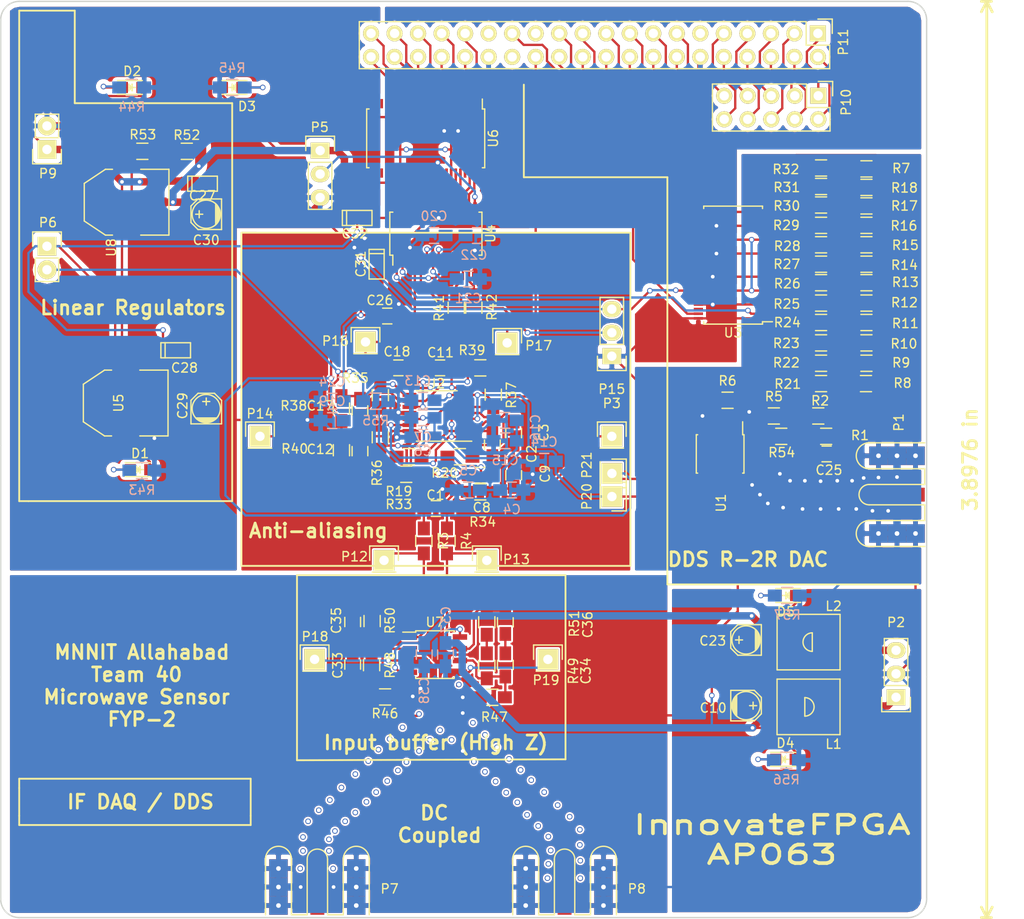
<source format=kicad_pcb>
(kicad_pcb (version 4) (host pcbnew 4.0.2+dfsg1-stable)
  (layers (0 F.Cu signal) (31 B.Cu signal) (34 B.Paste user) (35 F.Paste user) (36 B.SilkS user) (37 F.SilkS user) (38 B.Mask user) (39 F.Mask user) (44 Edge.Cuts user))
  (net 0 "")
  (net 1 "Net-(C1-Pad1)")
  (net 2 "Net-(C1-Pad2)")
  (net 3 "Net-(C2-Pad1)")
  (net 4 "Net-(C2-Pad2)")
  (net 5 "Net-(C3-Pad1)")
  (net 6 "Net-(C3-Pad2)")
  (net 7 /VCOM)
  (net 8 GND)
  (net 9 VAA)
  (net 10 "Net-(C8-Pad1)")
  (net 11 "Net-(C9-Pad1)")
  (net 12 +12VA)
  (net 13 "Net-(C11-Pad1)")
  (net 14 "Net-(C11-Pad2)")
  (net 15 "Net-(C12-Pad1)")
  (net 16 "Net-(C12-Pad2)")
  (net 17 "Net-(C17-Pad1)")
  (net 18 "Net-(C18-Pad1)")
  (net 19 /VCOM_ADC)
  (net 20 "Net-(C20-Pad1)")
  (net 21 "Net-(C21-Pad1)")
  (net 22 "Net-(C22-Pad1)")
  (net 23 -12VA)
  (net 24 VDD)
  (net 25 "Net-(C25-Pad1)")
  (net 26 "Net-(C25-Pad2)")
  (net 27 +5VA)
  (net 28 "Net-(C33-Pad1)")
  (net 29 "Net-(C33-Pad2)")
  (net 30 "Net-(C34-Pad1)")
  (net 31 "Net-(C34-Pad2)")
  (net 32 /V_SIG_POS)
  (net 33 /V_SIG_NEG)
  (net 34 "Net-(L1-Pad1)")
  (net 35 "Net-(L2-Pad2)")
  (net 36 "Net-(P3-Pad2)")
  (net 37 "Net-(P5-Pad2)")
  (net 38 "Net-(P18-Pad1)")
  (net 39 "Net-(P19-Pad1)")
  (net 40 /CONN_BAK0)
  (net 41 /CONN_BAK1)
  (net 42 /CONN_BAK2)
  (net 43 /CONN_BAK3)
  (net 44 /CONN_BAK4)
  (net 45 /CONN_BAK5)
  (net 46 /CONN_BAK6)
  (net 47 /CONN_BAK7)
  (net 48 /CONN_BAK8)
  (net 49 /CONN_BAK9)
  (net 50 "Net-(P11-Pad11)")
  (net 51 /DAC_DATA_00)
  (net 52 /DAC_DATA_01)
  (net 53 /DAC_DATA_02)
  (net 54 /DAC_DATA_03)
  (net 55 /DAC_DATA_04)
  (net 56 /DAC_DATA_05)
  (net 57 /DAC_DATA_06)
  (net 58 /DAC_DATA_07)
  (net 59 /DAC_DATA_08)
  (net 60 /DAC_DATA_09)
  (net 61 /DAC_DATA_10)
  (net 62 /DAC_DATA_11)
  (net 63 "Net-(P11-Pad25)")
  (net 64 /PDB_FDA)
  (net 65 /ADC_CLK)
  (net 66 "Net-(P11-Pad28)")
  (net 67 "Net-(P11-Pad29)")
  (net 68 /ADC_DATA_00)
  (net 69 /ADC_DATA_01)
  (net 70 /ADC_DATA_02)
  (net 71 /ADC_DATA_03)
  (net 72 /ADC_DATA_04)
  (net 73 /ADC_DATA_05)
  (net 74 /ADC_DATA_06)
  (net 75 /ADC_DATA_07)
  (net 76 /ADC_DATA_08)
  (net 77 /ADC_DATA_09)
  (net 78 "Net-(R1-Pad1)")
  (net 79 "Net-(R2-Pad1)")
  (net 80 "Net-(R6-Pad1)")
  (net 81 "Net-(R21-Pad2)")
  (net 82 "Net-(R18-Pad2)")
  (net 83 "Net-(R22-Pad2)")
  (net 84 "Net-(R10-Pad1)")
  (net 85 "Net-(R10-Pad2)")
  (net 86 "Net-(R11-Pad2)")
  (net 87 "Net-(R12-Pad2)")
  (net 88 "Net-(R13-Pad2)")
  (net 89 "Net-(R14-Pad2)")
  (net 90 "Net-(R15-Pad2)")
  (net 91 "Net-(R16-Pad2)")
  (net 92 "Net-(R17-Pad2)")
  (net 93 /R2R_DATA_11)
  (net 94 /R2R_DATA_10)
  (net 95 /R2R_DATA_09)
  (net 96 /R2R_DATA_08)
  (net 97 /R2R_DATA_07)
  (net 98 /R2R_DATA_06)
  (net 99 /R2R_DATA_05)
  (net 100 /R2R_DATA_04)
  (net 101 /R2R_DATA_03)
  (net 102 /R2R_DATA_02)
  (net 103 /R2R_DATA_01)
  (net 104 /R2R_DATA_00)
  (net 105 "Net-(R41-Pad1)")
  (net 106 "Net-(R42-Pad1)")
  (net 107 "Net-(R48-Pad1)")
  (net 108 "Net-(R49-Pad1)")
  (net 109 "Net-(R52-Pad2)")
  (net 110 /ADC_CLOCK)
  (net 111 "Net-(U3-Pad3)")
  (net 112 "Net-(U3-Pad5)")
  (net 113 "Net-(U3-Pad6)")
  (net 114 "Net-(U3-Pad43)")
  (net 115 "Net-(U3-Pad44)")
  (net 116 "Net-(U3-Pad46)")
  (net 117 "Net-(U4-Pad16)")
  (net 118 "Net-(U4-Pad17)")
  (net 119 "Net-(U4-Pad18)")
  (net 120 "Net-(U4-Pad19)")
  (net 121 "Net-(U4-Pad20)")
  (net 122 "Net-(U4-Pad23)")
  (net 123 "Net-(U4-Pad24)")
  (net 124 "Net-(U4-Pad25)")
  (net 125 "Net-(U4-Pad26)")
  (net 126 "Net-(U4-Pad27)")
  (net 127 "Net-(U6-Pad16)")
  (net 128 "Net-(U6-Pad17)")
  (net 129 "Net-(U6-Pad19)")
  (net 130 "Net-(U6-Pad20)")
  (net 131 "Net-(U6-Pad22)")
  (net 132 "Net-(U6-Pad23)")
  (net 133 "Net-(U6-Pad26)")
  (net 134 "Net-(U6-Pad27)")
  (net 135 "Net-(U6-Pad29)")
  (net 136 "Net-(U6-Pad30)")
  (net 137 "Net-(U6-Pad32)")
  (net 138 "Net-(U6-Pad33)")
  (net 139 "Net-(R37-Pad1)")
  (net 140 "Net-(R38-Pad2)")
  (net 141 +3V3)
  (net 142 "Net-(D1-Pad1)")
  (net 143 "Net-(D2-Pad1)")
  (net 144 "Net-(D3-Pad1)")
  (net 145 "Net-(D4-Pad1)")
  (net 146 "Net-(D5-Pad2)")
  (module Capacitors_SMD:c_elec_3x5.3 (layer F.Cu) (at 99.2 83 180)
    (fp_text reference C30 (at 0 -2.794 180) (layer F.SilkS))
    (fp_text value 10u)
    (pad 1 smd rect (at 1.50114 0 180) (size 2.19964 1.6002) (layers F.Cu F.Paste F.Mask) (net 24 VDD))
    (pad 2 smd rect (at -1.50114 0 180) (size 2.19964 1.6002) (layers F.Cu F.Paste F.Mask) (net 8 GND))
  )
  (module Capacitors_SMD:C_0805_HandSoldering (layer F.Cu) (at 124 114.8)
    (fp_text reference C1 (at -0.05 -1.45) (layer F.SilkS))
    (fp_text value 270p)
    (pad 1 smd rect (at -1.25 0) (size 1.5 1.25) (layers F.Cu F.Paste F.Mask) (net 1 "Net-(C1-Pad1)"))
    (pad 2 smd rect (at 1.25 0) (size 1.5 1.25) (layers F.Cu F.Paste F.Mask) (net 2 "Net-(C1-Pad2)"))
  )
  (module Capacitors_SMD:C_0805_HandSoldering (layer F.Cu) (at 130.1 107.9 90)
    (fp_text reference C2 (at -1 4.25 90) (layer F.SilkS))
    (fp_text value 270p)
    (pad 1 smd rect (at -1.25 0 90) (size 1.5 1.25) (layers F.Cu F.Paste F.Mask) (net 3 "Net-(C2-Pad1)"))
    (pad 2 smd rect (at 1.25 0 90) (size 1.5 1.25) (layers F.Cu F.Paste F.Mask) (net 4 "Net-(C2-Pad2)"))
  )
  (module Capacitors_SMD:C_0805_HandSoldering (layer F.Cu) (at 132.4 106.65 90)
    (fp_text reference C3 (at 0.05 3.25 90) (layer F.SilkS))
    (fp_text value 270p)
    (pad 1 smd rect (at -1.25 0 90) (size 1.5 1.25) (layers F.Cu F.Paste F.Mask) (net 5 "Net-(C3-Pad1)"))
    (pad 2 smd rect (at 1.25 0 90) (size 1.5 1.25) (layers F.Cu F.Paste F.Mask) (net 6 "Net-(C3-Pad2)"))
  )
  (module Capacitors_SMD:C_0805_HandSoldering (layer B.Cu) (at 132.2 112.8)
    (fp_text reference C4 (at 0 2.1) (layer B.SilkS) (effects (justify mirror)))
    (fp_text value 0.01u)
    (pad 1 smd rect (at -1.25 0) (size 1.5 1.25) (layers B.Cu B.Paste B.Mask) (net 7 /VCOM))
    (pad 2 smd rect (at 1.25 0) (size 1.5 1.25) (layers B.Cu B.Paste B.Mask) (net 8 GND))
  )
  (module Capacitors_SMD:C_0805_HandSoldering (layer B.Cu) (at 127.5 112.8 180)
    (fp_text reference C5 (at 0 2.1 180) (layer B.SilkS) (effects (justify mirror)))
    (fp_text value 0.1u)
    (pad 1 smd rect (at -1.25 0 180) (size 1.5 1.25) (layers B.Cu B.Paste B.Mask) (net 7 /VCOM))
    (pad 2 smd rect (at 1.25 0 180) (size 1.5 1.25) (layers B.Cu B.Paste B.Mask) (net 8 GND))
  )
  (module Capacitors_SMD:C_0805_HandSoldering (layer B.Cu) (at 122.6 107.1)
    (fp_text reference C6 (at 0 1.5) (layer B.SilkS) (effects (justify mirror)))
    (fp_text value 0.01u)
    (pad 1 smd rect (at -1.25 0) (size 1.5 1.25) (layers B.Cu B.Paste B.Mask) (net 8 GND))
    (pad 2 smd rect (at 1.25 0) (size 1.5 1.25) (layers B.Cu B.Paste B.Mask) (net 9 VAA))
  )
  (module Capacitors_SMD:C_0805_HandSoldering (layer B.Cu) (at 122.6 105)
    (fp_text reference C7 (at 0 2.1) (layer B.SilkS) (effects (justify mirror)))
    (fp_text value 0.1u)
    (pad 1 smd rect (at -1.25 0) (size 1.5 1.25) (layers B.Cu B.Paste B.Mask) (net 8 GND))
    (pad 2 smd rect (at 1.25 0) (size 1.5 1.25) (layers B.Cu B.Paste B.Mask) (net 9 VAA))
  )
  (module Capacitors_SMD:C_0805_HandSoldering (layer F.Cu) (at 128.8 111.2)
    (fp_text reference C8 (at 0.15 3.5) (layer F.SilkS))
    (fp_text value 270p)
    (pad 1 smd rect (at -1.25 0) (size 1.5 1.25) (layers F.Cu F.Paste F.Mask) (net 10 "Net-(C8-Pad1)"))
    (pad 2 smd rect (at 1.25 0) (size 1.5 1.25) (layers F.Cu F.Paste F.Mask) (net 3 "Net-(C2-Pad1)"))
  )
  (module Capacitors_SMD:C_0805_HandSoldering (layer F.Cu) (at 132.4 111.2 90)
    (fp_text reference C9 (at 0.15 3.4 90) (layer F.SilkS))
    (fp_text value 270p)
    (pad 1 smd rect (at -1.25 0 90) (size 1.5 1.25) (layers F.Cu F.Paste F.Mask) (net 11 "Net-(C9-Pad1)"))
    (pad 2 smd rect (at 1.25 0 90) (size 1.5 1.25) (layers F.Cu F.Paste F.Mask) (net 5 "Net-(C3-Pad1)"))
  )
  (module Capacitors_SMD:C_0805_HandSoldering (layer F.Cu) (at 124.45 99.6)
    (fp_text reference C11 (at 0.05 -1.65) (layer F.SilkS))
    (fp_text value 180p)
    (pad 1 smd rect (at -1.25 0) (size 1.5 1.25) (layers F.Cu F.Paste F.Mask) (net 13 "Net-(C11-Pad1)"))
    (pad 2 smd rect (at 1.25 0) (size 1.5 1.25) (layers F.Cu F.Paste F.Mask) (net 14 "Net-(C11-Pad2)"))
  )
  (module Capacitors_SMD:C_0805_HandSoldering (layer F.Cu) (at 115.8 108.6 270)
    (fp_text reference C12 (at -0.2 4.3 360) (layer F.SilkS))
    (fp_text value 180p)
    (pad 1 smd rect (at -1.25 0 270) (size 1.5 1.25) (layers F.Cu F.Paste F.Mask) (net 15 "Net-(C12-Pad1)"))
    (pad 2 smd rect (at 1.25 0 270) (size 1.5 1.25) (layers F.Cu F.Paste F.Mask) (net 16 "Net-(C12-Pad2)"))
  )
  (module Capacitors_SMD:C_0805_HandSoldering (layer B.Cu) (at 122.6 103.1 180)
    (fp_text reference C13 (at 0.55 2.1 180) (layer B.SilkS) (effects (justify mirror)))
    (fp_text value 0.1u)
    (pad 1 smd rect (at -1.25 0 180) (size 1.5 1.25) (layers B.Cu B.Paste B.Mask) (net 7 /VCOM))
    (pad 2 smd rect (at 1.25 0 180) (size 1.5 1.25) (layers B.Cu B.Paste B.Mask) (net 8 GND))
  )
  (module Capacitors_SMD:C_0805_HandSoldering (layer B.Cu) (at 135.7 109.7 180)
    (fp_text reference C14 (at 0 2.1 180) (layer B.SilkS) (effects (justify mirror)))
    (fp_text value 0.01u)
    (pad 1 smd rect (at -1.25 0 180) (size 1.5 1.25) (layers B.Cu B.Paste B.Mask) (net 7 /VCOM))
    (pad 2 smd rect (at 1.25 0 180) (size 1.5 1.25) (layers B.Cu B.Paste B.Mask) (net 8 GND))
  )
  (module Capacitors_SMD:C_0805_HandSoldering (layer B.Cu) (at 131.48187 107.478406)
    (fp_text reference C15 (at 0 2.1) (layer B.SilkS) (effects (justify mirror)))
    (fp_text value 0.01u)
    (pad 1 smd rect (at -1.25 0) (size 1.5 1.25) (layers B.Cu B.Paste B.Mask) (net 8 GND))
    (pad 2 smd rect (at 1.25 0) (size 1.5 1.25) (layers B.Cu B.Paste B.Mask) (net 9 VAA))
  )
  (module Capacitors_SMD:C_0805_HandSoldering (layer B.Cu) (at 131.48187 105.278406)
    (fp_text reference C16 (at 3.26813 0.771594 90) (layer B.SilkS) (effects (justify mirror)))
    (fp_text value 0.1u)
    (pad 1 smd rect (at -1.25 0) (size 1.5 1.25) (layers B.Cu B.Paste B.Mask) (net 8 GND))
    (pad 2 smd rect (at 1.25 0) (size 1.5 1.25) (layers B.Cu B.Paste B.Mask) (net 9 VAA))
  )
  (module Capacitors_SMD:C_0805_HandSoldering (layer F.Cu) (at 115.8 104.2 270)
    (fp_text reference C17 (at -0.5 4.3 360) (layer F.SilkS))
    (fp_text value 180p)
    (pad 1 smd rect (at -1.25 0 270) (size 1.5 1.25) (layers F.Cu F.Paste F.Mask) (net 17 "Net-(C17-Pad1)"))
    (pad 2 smd rect (at 1.25 0 270) (size 1.5 1.25) (layers F.Cu F.Paste F.Mask) (net 15 "Net-(C12-Pad1)"))
  )
  (module Capacitors_SMD:C_0805_HandSoldering (layer F.Cu) (at 119.95 99.6)
    (fp_text reference C18 (at -0.15 -1.75) (layer F.SilkS))
    (fp_text value 180p)
    (pad 1 smd rect (at -1.25 0) (size 1.5 1.25) (layers F.Cu F.Paste F.Mask) (net 18 "Net-(C18-Pad1)"))
    (pad 2 smd rect (at 1.25 0) (size 1.5 1.25) (layers F.Cu F.Paste F.Mask) (net 13 "Net-(C11-Pad1)"))
  )
  (module Capacitors_SMD:C_0805_HandSoldering (layer B.Cu) (at 112.8 105.3 180)
    (fp_text reference C19 (at 0 2.1 180) (layer B.SilkS) (effects (justify mirror)))
    (fp_text value 0.1uF)
    (pad 1 smd rect (at -1.25 0 180) (size 1.5 1.25) (layers B.Cu B.Paste B.Mask) (net 19 /VCOM_ADC))
    (pad 2 smd rect (at 1.25 0 180) (size 1.5 1.25) (layers B.Cu B.Paste B.Mask) (net 8 GND))
  )
  (module Capacitors_SMD:C_0805_HandSoldering (layer B.Cu) (at 123.8 85.3 180)
    (fp_text reference C20 (at 0 2.1 180) (layer B.SilkS) (effects (justify mirror)))
    (fp_text value 0.1u)
    (pad 1 smd rect (at -1.25 0 180) (size 1.5 1.25) (layers B.Cu B.Paste B.Mask) (net 20 "Net-(C20-Pad1)"))
    (pad 2 smd rect (at 1.25 0 180) (size 1.5 1.25) (layers B.Cu B.Paste B.Mask) (net 8 GND))
  )
  (module Capacitors_SMD:C_0805_HandSoldering (layer B.Cu) (at 127.5 90)
    (fp_text reference C21 (at 0 2.1) (layer B.SilkS) (effects (justify mirror)))
    (fp_text value 0.1u)
    (pad 1 smd rect (at -1.25 0) (size 1.5 1.25) (layers B.Cu B.Paste B.Mask) (net 21 "Net-(C21-Pad1)"))
    (pad 2 smd rect (at 1.25 0) (size 1.5 1.25) (layers B.Cu B.Paste B.Mask) (net 8 GND))
  )
  (module Capacitors_SMD:C_0805_HandSoldering (layer B.Cu) (at 128.45 85.3)
    (fp_text reference C22 (at -0.35 2.1) (layer B.SilkS) (effects (justify mirror)))
    (fp_text value 0.1u)
    (pad 1 smd rect (at -1.25 0) (size 1.5 1.25) (layers B.Cu B.Paste B.Mask) (net 22 "Net-(C22-Pad1)"))
    (pad 2 smd rect (at 1.25 0) (size 1.5 1.25) (layers B.Cu B.Paste B.Mask) (net 8 GND))
  )
  (module Capacitors_SMD:C_0805_HandSoldering (layer B.Cu) (at 112.8 103.2 180)
    (fp_text reference C24 (at 0 2.1 180) (layer B.SilkS) (effects (justify mirror)))
    (fp_text value 0.1u)
    (pad 1 smd rect (at -1.25 0 180) (size 1.5 1.25) (layers B.Cu B.Paste B.Mask) (net 24 VDD))
    (pad 2 smd rect (at 1.25 0 180) (size 1.5 1.25) (layers B.Cu B.Paste B.Mask) (net 8 GND))
  )
  (module Capacitors_SMD:C_0805_HandSoldering (layer F.Cu) (at 166.2 108.9)
    (fp_text reference C25 (at 0.25 1.75) (layer F.SilkS))
    (fp_text value 180p)
    (pad 1 smd rect (at -1.25 0) (size 1.5 1.25) (layers F.Cu F.Paste F.Mask) (net 25 "Net-(C25-Pad1)"))
    (pad 2 smd rect (at 1.25 0) (size 1.5 1.25) (layers F.Cu F.Paste F.Mask) (net 26 "Net-(C25-Pad2)"))
  )
  (module Capacitors_SMD:C_0805_HandSoldering (layer F.Cu) (at 118.75 94)
    (fp_text reference C26 (at -0.8 -1.7) (layer F.SilkS))
    (fp_text value 0.1u)
    (pad 1 smd rect (at -1.25 0) (size 1.5 1.25) (layers F.Cu F.Paste F.Mask) (net 24 VDD))
    (pad 2 smd rect (at 1.25 0) (size 1.5 1.25) (layers F.Cu F.Paste F.Mask) (net 8 GND))
  )
  (module Capacitors_SMD:c_elec_3x5.3 (layer F.Cu) (at 99.2 104 90)
    (fp_text reference C29 (at 0.3 -2.55 90) (layer F.SilkS))
    (fp_text value 10u)
    (pad 1 smd rect (at 1.50114 0 90) (size 2.19964 1.6002) (layers F.Cu F.Paste F.Mask) (net 27 +5VA))
    (pad 2 smd rect (at -1.50114 0 90) (size 2.19964 1.6002) (layers F.Cu F.Paste F.Mask) (net 8 GND))
  )
  (module Capacitors_Tantalum_SMD:TantalC_SizeS_EIA-3216 (layer F.Cu) (at 117.6 88.4 90)
    (fp_text reference C31 (at 0.0254 -1.7 90) (layer F.SilkS))
    (fp_text value 4.7u)
    (pad 1 smd rect (at 1.37414 0 90) (size 1.95072 1.50114) (layers F.Cu F.Paste F.Mask) (net 24 VDD))
    (pad 2 smd rect (at -1.37414 0 90) (size 1.95072 1.50114) (layers F.Cu F.Paste F.Mask) (net 8 GND))
  )
  (module Capacitors_Tantalum_SMD:TantalC_SizeS_EIA-3216 (layer F.Cu) (at 115.5 83.4 180)
    (fp_text reference C32 (at 0.25 -1.7 180) (layer F.SilkS))
    (fp_text value 4.7u)
    (pad 1 smd rect (at 1.37414 0 180) (size 1.95072 1.50114) (layers F.Cu F.Paste F.Mask) (net 24 VDD))
    (pad 2 smd rect (at -1.37414 0 180) (size 1.95072 1.50114) (layers F.Cu F.Paste F.Mask) (net 8 GND))
  )
  (module Capacitors_SMD:C_0805_HandSoldering (layer F.Cu) (at 115.014022 131.66029 270)
    (fp_text reference C33 (at 0.08971 1.614022 270) (layer F.SilkS))
    (fp_text value 270p)
    (pad 1 smd rect (at -1.25 0 270) (size 1.5 1.25) (layers F.Cu F.Paste F.Mask) (net 28 "Net-(C33-Pad1)"))
    (pad 2 smd rect (at 1.25 0 270) (size 1.5 1.25) (layers F.Cu F.Paste F.Mask) (net 29 "Net-(C33-Pad2)"))
  )
  (module Capacitors_SMD:C_0805_HandSoldering (layer F.Cu) (at 131.5 131.7 270)
    (fp_text reference C34 (at 0.65 -8.7 270) (layer F.SilkS))
    (fp_text value 270p)
    (pad 1 smd rect (at -1.25 0 270) (size 1.5 1.25) (layers F.Cu F.Paste F.Mask) (net 30 "Net-(C34-Pad1)"))
    (pad 2 smd rect (at 1.25 0 270) (size 1.5 1.25) (layers F.Cu F.Paste F.Mask) (net 31 "Net-(C34-Pad2)"))
  )
  (module Capacitors_SMD:C_0805_HandSoldering (layer F.Cu) (at 115.014022 127.06029 270)
    (fp_text reference C35 (at -0.16029 1.764022 270) (layer F.SilkS))
    (fp_text value 180p)
    (pad 1 smd rect (at -1.25 0 270) (size 1.5 1.25) (layers F.Cu F.Paste F.Mask) (net 32 /V_SIG_POS))
    (pad 2 smd rect (at 1.25 0 270) (size 1.5 1.25) (layers F.Cu F.Paste F.Mask) (net 28 "Net-(C33-Pad1)"))
  )
  (module Capacitors_SMD:C_0805_HandSoldering (layer F.Cu) (at 131.5 127.1 270)
    (fp_text reference C36 (at 0.25 -8.9 270) (layer F.SilkS))
    (fp_text value 180p)
    (pad 1 smd rect (at -1.25 0 270) (size 1.5 1.25) (layers F.Cu F.Paste F.Mask) (net 33 /V_SIG_NEG))
    (pad 2 smd rect (at 1.25 0 270) (size 1.5 1.25) (layers F.Cu F.Paste F.Mask) (net 30 "Net-(C34-Pad1)"))
  )
  (module Capacitors_SMD:C_0805_HandSoldering (layer B.Cu) (at 125.04057 130.58802 270)
    (fp_text reference C37 (at -3.78802 -0.05943 270) (layer B.SilkS) (effects (justify mirror)))
    (fp_text value 0.1u)
    (pad 1 smd rect (at -1.25 0 270) (size 1.5 1.25) (layers B.Cu B.Paste B.Mask) (net 12 +12VA))
    (pad 2 smd rect (at 1.25 0 270) (size 1.5 1.25) (layers B.Cu B.Paste B.Mask) (net 8 GND))
  )
  (module Capacitors_SMD:C_0805_HandSoldering (layer B.Cu) (at 122.74057 130.58802 90)
    (fp_text reference C38 (at -3.9 0 90) (layer B.SilkS) (effects (justify mirror)))
    (fp_text value 0.1u)
    (pad 1 smd rect (at -1.25 0 90) (size 1.5 1.25) (layers B.Cu B.Paste B.Mask) (net 8 GND))
    (pad 2 smd rect (at 1.25 0 90) (size 1.5 1.25) (layers B.Cu B.Paste B.Mask) (net 23 -12VA))
  )
  (module Custom_Footprints:Bourns_Semi_Shielded_Power_Inductor_SRN5040 (layer F.Cu) (at 164.14611 136.333784 180)
    (fp_text reference L1 (at -2.80389 -3.916216 360) (layer F.SilkS))
    (fp_text value 10u)
    (pad 1 smd rect (at -1.904843 0.1 270) (size 4 1.5) (layers F.Cu F.Paste F.Mask) (net 34 "Net-(L1-Pad1)") (clearance 1))
    (pad 2 smd rect (at 1.7 0.1 270) (size 4 1.5) (layers F.Cu F.Paste F.Mask) (net 12 +12VA))
  )
  (module Custom_Footprints:Bourns_Semi_Shielded_Power_Inductor_SRN5040 (layer F.Cu) (at 164.350953 129.133784)
    (fp_text reference L2 (at 2.599047 -3.783784 180) (layer F.SilkS))
    (fp_text value 10u)
    (pad 1 smd rect (at -1.904843 0.1 90) (size 4 1.5) (layers F.Cu F.Paste F.Mask) (net 23 -12VA) (clearance 1))
    (pad 2 smd rect (at 1.7 0.1 90) (size 4 1.5) (layers F.Cu F.Paste F.Mask) (net 35 "Net-(L2-Pad2)"))
  )
  (module Pin_Headers:Pin_Header_Straight_1x03 (layer F.Cu) (at 143 98.34 180)
    (fp_text reference P3 (at 0 -5.1 180) (layer F.SilkS))
    (fp_text value FS_SEL_JUMPER)
    (pad 1 thru_hole rect (at 0 0 180) (size 2.032 1.7272) (drill 1.016) (layers *.Cu *.Mask F.SilkS) (net 8 GND))
    (pad 2 thru_hole oval (at 0 2.54 180) (size 2.032 1.7272) (drill 1.016) (layers *.Cu *.Mask F.SilkS) (net 36 "Net-(P3-Pad2)"))
    (pad 3 thru_hole oval (at 0 5.08 180) (size 2.032 1.7272) (drill 1.016) (layers *.Cu *.Mask F.SilkS) (net 24 VDD))
  )
  (module Pin_Headers:Pin_Header_Straight_1x03 (layer F.Cu) (at 111.5 76.12)
    (fp_text reference P5 (at -0.05 -2.52) (layer F.SilkS))
    (fp_text value MODE_JUMPER)
    (pad 1 thru_hole rect (at 0 0) (size 2.032 1.7272) (drill 1.016) (layers *.Cu *.Mask F.SilkS) (net 24 VDD))
    (pad 2 thru_hole oval (at 0 2.54) (size 2.032 1.7272) (drill 1.016) (layers *.Cu *.Mask F.SilkS) (net 37 "Net-(P5-Pad2)"))
    (pad 3 thru_hole oval (at 0 5.08) (size 2.032 1.7272) (drill 1.016) (layers *.Cu *.Mask F.SilkS) (net 8 GND))
  )
  (module Pin_Headers:Pin_Header_Straight_1x02 (layer F.Cu) (at 82 86.46)
    (fp_text reference P6 (at 0.1 -2.56) (layer F.SilkS))
    (fp_text value FDA_DIRECT)
    (pad 1 thru_hole rect (at 0 0) (size 2.032 2.032) (drill 1.016) (layers *.Cu *.Mask F.SilkS) (net 141 +3V3))
    (pad 2 thru_hole oval (at 0 2.54) (size 2.032 2.032) (drill 1.016) (layers *.Cu *.Mask F.SilkS) (net 9 VAA))
  )
  (module Pin_Headers:Pin_Header_Straight_1x02 (layer F.Cu) (at 82 76 180)
    (fp_text reference P9 (at -0.1 -2.6 180) (layer F.SilkS))
    (fp_text value 5V-MAIN)
    (pad 1 thru_hole rect (at 0 0 180) (size 2.032 2.032) (drill 1.016) (layers *.Cu *.Mask F.SilkS) (net 27 +5VA))
    (pad 2 thru_hole oval (at 0 2.54 180) (size 2.032 2.032) (drill 1.016) (layers *.Cu *.Mask F.SilkS) (net 8 GND))
  )
  (module Pin_Headers:Pin_Header_Straight_2x20 (layer F.Cu) (at 165.26 63.46 270)
    (fp_text reference P11 (at 0.94 -2.74 270) (layer F.SilkS))
    (fp_text value "Connection with FPGA")
    (pad 1 thru_hole rect (at 0 0 270) (size 1.7272 1.7272) (drill 1.016) (layers *.Cu *.Mask F.SilkS) (net 40 /CONN_BAK0))
    (pad 2 thru_hole oval (at 2.54 0 270) (size 1.7272 1.7272) (drill 1.016) (layers *.Cu *.Mask F.SilkS) (net 41 /CONN_BAK1))
    (pad 3 thru_hole oval (at 0 2.54 270) (size 1.7272 1.7272) (drill 1.016) (layers *.Cu *.Mask F.SilkS) (net 42 /CONN_BAK2))
    (pad 4 thru_hole oval (at 2.54 2.54 270) (size 1.7272 1.7272) (drill 1.016) (layers *.Cu *.Mask F.SilkS) (net 43 /CONN_BAK3))
    (pad 5 thru_hole oval (at 0 5.08 270) (size 1.7272 1.7272) (drill 1.016) (layers *.Cu *.Mask F.SilkS) (net 44 /CONN_BAK4))
    (pad 6 thru_hole oval (at 2.54 5.08 270) (size 1.7272 1.7272) (drill 1.016) (layers *.Cu *.Mask F.SilkS) (net 45 /CONN_BAK5))
    (pad 7 thru_hole oval (at 0 7.62 270) (size 1.7272 1.7272) (drill 1.016) (layers *.Cu *.Mask F.SilkS) (net 46 /CONN_BAK6))
    (pad 8 thru_hole oval (at 2.54 7.62 270) (size 1.7272 1.7272) (drill 1.016) (layers *.Cu *.Mask F.SilkS) (net 47 /CONN_BAK7))
    (pad 9 thru_hole oval (at 0 10.16 270) (size 1.7272 1.7272) (drill 1.016) (layers *.Cu *.Mask F.SilkS) (net 48 /CONN_BAK8))
    (pad 10 thru_hole oval (at 2.54 10.16 270) (size 1.7272 1.7272) (drill 1.016) (layers *.Cu *.Mask F.SilkS) (net 49 /CONN_BAK9))
    (pad 11 thru_hole oval (at 0 12.7 270) (size 1.7272 1.7272) (drill 1.016) (layers *.Cu *.Mask F.SilkS) (net 50 "Net-(P11-Pad11)"))
    (pad 12 thru_hole oval (at 2.54 12.7 270) (size 1.7272 1.7272) (drill 1.016) (layers *.Cu *.Mask F.SilkS) (net 8 GND))
    (pad 13 thru_hole oval (at 0 15.24 270) (size 1.7272 1.7272) (drill 1.016) (layers *.Cu *.Mask F.SilkS) (net 51 /DAC_DATA_00))
    (pad 14 thru_hole oval (at 2.54 15.24 270) (size 1.7272 1.7272) (drill 1.016) (layers *.Cu *.Mask F.SilkS) (net 52 /DAC_DATA_01))
    (pad 15 thru_hole oval (at 0 17.78 270) (size 1.7272 1.7272) (drill 1.016) (layers *.Cu *.Mask F.SilkS) (net 53 /DAC_DATA_02))
    (pad 16 thru_hole oval (at 2.54 17.78 270) (size 1.7272 1.7272) (drill 1.016) (layers *.Cu *.Mask F.SilkS) (net 54 /DAC_DATA_03))
    (pad 17 thru_hole oval (at 0 20.32 270) (size 1.7272 1.7272) (drill 1.016) (layers *.Cu *.Mask F.SilkS) (net 55 /DAC_DATA_04))
    (pad 18 thru_hole oval (at 2.54 20.32 270) (size 1.7272 1.7272) (drill 1.016) (layers *.Cu *.Mask F.SilkS) (net 56 /DAC_DATA_05))
    (pad 19 thru_hole oval (at 0 22.86 270) (size 1.7272 1.7272) (drill 1.016) (layers *.Cu *.Mask F.SilkS) (net 57 /DAC_DATA_06))
    (pad 20 thru_hole oval (at 2.54 22.86 270) (size 1.7272 1.7272) (drill 1.016) (layers *.Cu *.Mask F.SilkS) (net 58 /DAC_DATA_07))
    (pad 21 thru_hole oval (at 0 25.4 270) (size 1.7272 1.7272) (drill 1.016) (layers *.Cu *.Mask F.SilkS) (net 59 /DAC_DATA_08))
    (pad 22 thru_hole oval (at 2.54 25.4 270) (size 1.7272 1.7272) (drill 1.016) (layers *.Cu *.Mask F.SilkS) (net 60 /DAC_DATA_09))
    (pad 23 thru_hole oval (at 0 27.94 270) (size 1.7272 1.7272) (drill 1.016) (layers *.Cu *.Mask F.SilkS) (net 61 /DAC_DATA_10))
    (pad 24 thru_hole oval (at 2.54 27.94 270) (size 1.7272 1.7272) (drill 1.016) (layers *.Cu *.Mask F.SilkS) (net 62 /DAC_DATA_11))
    (pad 25 thru_hole oval (at 0 30.48 270) (size 1.7272 1.7272) (drill 1.016) (layers *.Cu *.Mask F.SilkS) (net 63 "Net-(P11-Pad25)"))
    (pad 26 thru_hole oval (at 2.54 30.48 270) (size 1.7272 1.7272) (drill 1.016) (layers *.Cu *.Mask F.SilkS) (net 64 /PDB_FDA))
    (pad 27 thru_hole oval (at 0 33.02 270) (size 1.7272 1.7272) (drill 1.016) (layers *.Cu *.Mask F.SilkS) (net 65 /ADC_CLK))
    (pad 28 thru_hole oval (at 2.54 33.02 270) (size 1.7272 1.7272) (drill 1.016) (layers *.Cu *.Mask F.SilkS) (net 66 "Net-(P11-Pad28)"))
    (pad 29 thru_hole oval (at 0 35.56 270) (size 1.7272 1.7272) (drill 1.016) (layers *.Cu *.Mask F.SilkS) (net 67 "Net-(P11-Pad29)"))
    (pad 30 thru_hole oval (at 2.54 35.56 270) (size 1.7272 1.7272) (drill 1.016) (layers *.Cu *.Mask F.SilkS) (net 8 GND))
    (pad 31 thru_hole oval (at 0 38.1 270) (size 1.7272 1.7272) (drill 1.016) (layers *.Cu *.Mask F.SilkS) (net 68 /ADC_DATA_00))
    (pad 32 thru_hole oval (at 2.54 38.1 270) (size 1.7272 1.7272) (drill 1.016) (layers *.Cu *.Mask F.SilkS) (net 69 /ADC_DATA_01))
    (pad 33 thru_hole oval (at 0 40.64 270) (size 1.7272 1.7272) (drill 1.016) (layers *.Cu *.Mask F.SilkS) (net 70 /ADC_DATA_02))
    (pad 34 thru_hole oval (at 2.54 40.64 270) (size 1.7272 1.7272) (drill 1.016) (layers *.Cu *.Mask F.SilkS) (net 71 /ADC_DATA_03))
    (pad 35 thru_hole oval (at 0 43.18 270) (size 1.7272 1.7272) (drill 1.016) (layers *.Cu *.Mask F.SilkS) (net 72 /ADC_DATA_04))
    (pad 36 thru_hole oval (at 2.54 43.18 270) (size 1.7272 1.7272) (drill 1.016) (layers *.Cu *.Mask F.SilkS) (net 73 /ADC_DATA_05))
    (pad 37 thru_hole oval (at 0 45.72 270) (size 1.7272 1.7272) (drill 1.016) (layers *.Cu *.Mask F.SilkS) (net 74 /ADC_DATA_06))
    (pad 38 thru_hole oval (at 2.54 45.72 270) (size 1.7272 1.7272) (drill 1.016) (layers *.Cu *.Mask F.SilkS) (net 75 /ADC_DATA_07))
    (pad 39 thru_hole oval (at 0 48.26 270) (size 1.7272 1.7272) (drill 1.016) (layers *.Cu *.Mask F.SilkS) (net 76 /ADC_DATA_08))
    (pad 40 thru_hole oval (at 2.54 48.26 270) (size 1.7272 1.7272) (drill 1.016) (layers *.Cu *.Mask F.SilkS) (net 77 /ADC_DATA_09))
  )
  (module Pin_Headers:Pin_Header_Straight_1x01 (layer F.Cu) (at 118.4 120.4)
    (fp_text reference P12 (at -3.2 -0.4) (layer F.SilkS))
    (fp_text value ADC_STAT)
    (pad 1 thru_hole rect (at 0 0) (size 2.2352 2.2352) (drill 1.016) (layers *.Cu *.Mask F.SilkS) (net 32 /V_SIG_POS))
  )
  (module Pin_Headers:Pin_Header_Straight_1x01 (layer F.Cu) (at 129.5 120.4)
    (fp_text reference P13 (at 3.2 -0.1) (layer F.SilkS))
    (fp_text value ADC_STAT)
    (pad 1 thru_hole rect (at 0 0) (size 2.2352 2.2352) (drill 1.016) (layers *.Cu *.Mask F.SilkS) (net 33 /V_SIG_NEG))
  )
  (module Pin_Headers:Pin_Header_Straight_1x01 (layer F.Cu) (at 105 107)
    (fp_text reference P14 (at 0 -2.45) (layer F.SilkS))
    (fp_text value ADC_STAT)
    (pad 1 thru_hole rect (at 0 0) (size 2.2352 2.2352) (drill 1.016) (layers *.Cu *.Mask F.SilkS) (net 10 "Net-(C8-Pad1)"))
  )
  (module Pin_Headers:Pin_Header_Straight_1x01 (layer F.Cu) (at 143 107)
    (fp_text reference P15 (at 0 -5.1) (layer F.SilkS))
    (fp_text value ADC_STAT)
    (pad 1 thru_hole rect (at 0 0) (size 2.2352 2.2352) (drill 1.016) (layers *.Cu *.Mask F.SilkS) (net 11 "Net-(C9-Pad1)"))
  )
  (module Pin_Headers:Pin_Header_Straight_1x01 (layer F.Cu) (at 116.4 96.8)
    (fp_text reference P16 (at -3.25 -0.1) (layer F.SilkS))
    (fp_text value ADC_STAT)
    (pad 1 thru_hole rect (at 0 0) (size 2.2352 2.2352) (drill 1.016) (layers *.Cu *.Mask F.SilkS) (net 18 "Net-(C18-Pad1)"))
  )
  (module Pin_Headers:Pin_Header_Straight_1x01 (layer F.Cu) (at 131.7 96.9)
    (fp_text reference P17 (at 3.4 0.3) (layer F.SilkS))
    (fp_text value ADC_STAT)
    (pad 1 thru_hole rect (at 0 0) (size 2.2352 2.2352) (drill 1.016) (layers *.Cu *.Mask F.SilkS) (net 17 "Net-(C17-Pad1)"))
  )
  (module Pin_Headers:Pin_Header_Straight_1x01 (layer F.Cu) (at 110.9 131.1)
    (fp_text reference P18 (at 0.05 -2.45) (layer F.SilkS))
    (fp_text value ADC_STAT)
    (pad 1 thru_hole rect (at 0 0) (size 2.2352 2.2352) (drill 1.016) (layers *.Cu *.Mask F.SilkS) (net 38 "Net-(P18-Pad1)"))
  )
  (module Pin_Headers:Pin_Header_Straight_1x01 (layer F.Cu) (at 136.1 131.1)
    (fp_text reference P19 (at -0.2 2.25) (layer F.SilkS))
    (fp_text value ADC_STAT)
    (pad 1 thru_hole rect (at 0 0) (size 2.2352 2.2352) (drill 1.016) (layers *.Cu *.Mask F.SilkS) (net 39 "Net-(P19-Pad1)"))
  )
  (module Pin_Headers:Pin_Header_Straight_1x01 (layer F.Cu) (at 143.01146 113.506984 270)
    (fp_text reference P20 (at 0 2.71146 270) (layer F.SilkS))
    (fp_text value VCOM_CHECK)
    (pad 1 thru_hole rect (at 0 0 270) (size 2.2352 2.2352) (drill 1.016) (layers *.Cu *.Mask F.SilkS) (net 7 /VCOM))
  )
  (module Pin_Headers:Pin_Header_Straight_1x01 (layer F.Cu) (at 143.01146 111.006984 270)
    (fp_text reference P21 (at -0.906984 2.71146 270) (layer F.SilkS))
    (fp_text value VCOM_CHECK)
    (pad 1 thru_hole rect (at 0 0 270) (size 2.2352 2.2352) (drill 1.016) (layers *.Cu *.Mask F.SilkS) (net 19 /VCOM_ADC))
  )
  (module Resistors_SMD:R_0805_HandSoldering (layer F.Cu) (at 166.15 107)
    (fp_text reference R1 (at 3.65 -0.1) (layer F.SilkS))
    (fp_text value 4.7K)
    (pad 1 smd rect (at -1.35 0) (size 1.5 1.3) (layers F.Cu F.Paste F.Mask) (net 78 "Net-(R1-Pad1)"))
    (pad 2 smd rect (at 1.35 0) (size 1.5 1.3) (layers F.Cu F.Paste F.Mask) (net 26 "Net-(C25-Pad2)"))
  )
  (module Resistors_SMD:R_0805_HandSoldering (layer F.Cu) (at 165.3 104.8)
    (fp_text reference R2 (at 0.2 -1.65) (layer F.SilkS))
    (fp_text value 1K)
    (pad 1 smd rect (at -1.35 0) (size 1.5 1.3) (layers F.Cu F.Paste F.Mask) (net 79 "Net-(R2-Pad1)"))
    (pad 2 smd rect (at 1.35 0) (size 1.5 1.3) (layers F.Cu F.Paste F.Mask) (net 25 "Net-(C25-Pad1)"))
  )
  (module Resistors_SMD:R_0805_HandSoldering (layer F.Cu) (at 122.7 118.3 270)
    (fp_text reference R3 (at 0 -2.1 270) (layer F.SilkS))
    (fp_text value 2K)
    (pad 1 smd rect (at -1.35 0 270) (size 1.5 1.3) (layers F.Cu F.Paste F.Mask) (net 1 "Net-(C1-Pad1)"))
    (pad 2 smd rect (at 1.35 0 270) (size 1.5 1.3) (layers F.Cu F.Paste F.Mask) (net 32 /V_SIG_POS))
  )
  (module Resistors_SMD:R_0805_HandSoldering (layer F.Cu) (at 125.2 118.3 270)
    (fp_text reference R4 (at 0 -2.1 270) (layer F.SilkS))
    (fp_text value 2K)
    (pad 1 smd rect (at -1.35 0 270) (size 1.5 1.3) (layers F.Cu F.Paste F.Mask) (net 2 "Net-(C1-Pad2)"))
    (pad 2 smd rect (at 1.35 0 270) (size 1.5 1.3) (layers F.Cu F.Paste F.Mask) (net 33 /V_SIG_NEG))
  )
  (module Resistors_SMD:R_0805_HandSoldering (layer F.Cu) (at 160.5 104.8)
    (fp_text reference R5 (at 0 -2.1) (layer F.SilkS))
    (fp_text value 2K)
    (pad 1 smd rect (at -1.35 0) (size 1.5 1.3) (layers F.Cu F.Paste F.Mask) (net 8 GND))
    (pad 2 smd rect (at 1.35 0) (size 1.5 1.3) (layers F.Cu F.Paste F.Mask) (net 79 "Net-(R2-Pad1)"))
  )
  (module Resistors_SMD:R_0805_HandSoldering (layer F.Cu) (at 155.5 103.1)
    (fp_text reference R6 (at 0 -2.1) (layer F.SilkS))
    (fp_text value 1K)
    (pad 1 smd rect (at -1.35 0) (size 1.5 1.3) (layers F.Cu F.Paste F.Mask) (net 80 "Net-(R6-Pad1)"))
    (pad 2 smd rect (at 1.35 0) (size 1.5 1.3) (layers F.Cu F.Paste F.Mask) (net 81 "Net-(R21-Pad2)"))
  )
  (module Resistors_SMD:R_0805_HandSoldering (layer F.Cu) (at 170.5 78.1)
    (fp_text reference R7 (at 3.75 -0.05) (layer F.SilkS))
    (fp_text value 2K)
    (pad 1 smd rect (at -1.35 0) (size 1.5 1.3) (layers F.Cu F.Paste F.Mask) (net 82 "Net-(R18-Pad2)"))
    (pad 2 smd rect (at 1.35 0) (size 1.5 1.3) (layers F.Cu F.Paste F.Mask) (net 8 GND))
  )
  (module Resistors_SMD:R_0805_HandSoldering (layer F.Cu) (at 170.45 101.3)
    (fp_text reference R8 (at 3.95 -0.05) (layer F.SilkS))
    (fp_text value 1K)
    (pad 1 smd rect (at -1.35 0) (size 1.5 1.3) (layers F.Cu F.Paste F.Mask) (net 81 "Net-(R21-Pad2)"))
    (pad 2 smd rect (at 1.35 0) (size 1.5 1.3) (layers F.Cu F.Paste F.Mask) (net 83 "Net-(R22-Pad2)"))
  )
  (module Resistors_SMD:R_0805_HandSoldering (layer F.Cu) (at 170.5 99.1)
    (fp_text reference R9 (at 3.75 -0.05) (layer F.SilkS))
    (fp_text value 1K)
    (pad 1 smd rect (at -1.35 0) (size 1.5 1.3) (layers F.Cu F.Paste F.Mask) (net 83 "Net-(R22-Pad2)"))
    (pad 2 smd rect (at 1.35 0) (size 1.5 1.3) (layers F.Cu F.Paste F.Mask) (net 84 "Net-(R10-Pad1)"))
  )
  (module Resistors_SMD:R_0805_HandSoldering (layer F.Cu) (at 170.5 96.9)
    (fp_text reference R10 (at 4.05 0.1) (layer F.SilkS))
    (fp_text value 1K)
    (pad 1 smd rect (at -1.35 0) (size 1.5 1.3) (layers F.Cu F.Paste F.Mask) (net 84 "Net-(R10-Pad1)"))
    (pad 2 smd rect (at 1.35 0) (size 1.5 1.3) (layers F.Cu F.Paste F.Mask) (net 85 "Net-(R10-Pad2)"))
  )
  (module Resistors_SMD:R_0805_HandSoldering (layer F.Cu) (at 170.5 94.7)
    (fp_text reference R11 (at 4.2 0.1) (layer F.SilkS))
    (fp_text value 1K)
    (pad 1 smd rect (at -1.35 0) (size 1.5 1.3) (layers F.Cu F.Paste F.Mask) (net 85 "Net-(R10-Pad2)"))
    (pad 2 smd rect (at 1.35 0) (size 1.5 1.3) (layers F.Cu F.Paste F.Mask) (net 86 "Net-(R11-Pad2)"))
  )
  (module Resistors_SMD:R_0805_HandSoldering (layer F.Cu) (at 170.5 92.6)
    (fp_text reference R12 (at 4.1 -0.05) (layer F.SilkS))
    (fp_text value 1K)
    (pad 1 smd rect (at -1.35 0) (size 1.5 1.3) (layers F.Cu F.Paste F.Mask) (net 86 "Net-(R11-Pad2)"))
    (pad 2 smd rect (at 1.35 0) (size 1.5 1.3) (layers F.Cu F.Paste F.Mask) (net 87 "Net-(R12-Pad2)"))
  )
  (module Resistors_SMD:R_0805_HandSoldering (layer F.Cu) (at 170.5 90.4)
    (fp_text reference R13 (at 4.2 -0.05) (layer F.SilkS))
    (fp_text value 1K)
    (pad 1 smd rect (at -1.35 0) (size 1.5 1.3) (layers F.Cu F.Paste F.Mask) (net 87 "Net-(R12-Pad2)"))
    (pad 2 smd rect (at 1.35 0) (size 1.5 1.3) (layers F.Cu F.Paste F.Mask) (net 88 "Net-(R13-Pad2)"))
  )
  (module Resistors_SMD:R_0805_HandSoldering (layer F.Cu) (at 170.5 88.4)
    (fp_text reference R14 (at 4.1 0.1) (layer F.SilkS))
    (fp_text value 1K)
    (pad 1 smd rect (at -1.35 0) (size 1.5 1.3) (layers F.Cu F.Paste F.Mask) (net 88 "Net-(R13-Pad2)"))
    (pad 2 smd rect (at 1.35 0) (size 1.5 1.3) (layers F.Cu F.Paste F.Mask) (net 89 "Net-(R14-Pad2)"))
  )
  (module Resistors_SMD:R_0805_HandSoldering (layer F.Cu) (at 170.5 86.3)
    (fp_text reference R15 (at 4.2 0.05) (layer F.SilkS))
    (fp_text value 1K)
    (pad 1 smd rect (at -1.35 0) (size 1.5 1.3) (layers F.Cu F.Paste F.Mask) (net 89 "Net-(R14-Pad2)"))
    (pad 2 smd rect (at 1.35 0) (size 1.5 1.3) (layers F.Cu F.Paste F.Mask) (net 90 "Net-(R15-Pad2)"))
  )
  (module Resistors_SMD:R_0805_HandSoldering (layer F.Cu) (at 170.5 84.2)
    (fp_text reference R16 (at 4.05 0.05) (layer F.SilkS))
    (fp_text value 1K)
    (pad 1 smd rect (at -1.35 0) (size 1.5 1.3) (layers F.Cu F.Paste F.Mask) (net 90 "Net-(R15-Pad2)"))
    (pad 2 smd rect (at 1.35 0) (size 1.5 1.3) (layers F.Cu F.Paste F.Mask) (net 91 "Net-(R16-Pad2)"))
  )
  (module Resistors_SMD:R_0805_HandSoldering (layer F.Cu) (at 170.5 82.1)
    (fp_text reference R17 (at 4.1 0) (layer F.SilkS))
    (fp_text value 1K)
    (pad 1 smd rect (at -1.35 0) (size 1.5 1.3) (layers F.Cu F.Paste F.Mask) (net 91 "Net-(R16-Pad2)"))
    (pad 2 smd rect (at 1.35 0) (size 1.5 1.3) (layers F.Cu F.Paste F.Mask) (net 92 "Net-(R17-Pad2)"))
  )
  (module Resistors_SMD:R_0805_HandSoldering (layer F.Cu) (at 170.5 80.1)
    (fp_text reference R18 (at 4.1 0.05) (layer F.SilkS))
    (fp_text value 1K)
    (pad 1 smd rect (at -1.35 0) (size 1.5 1.3) (layers F.Cu F.Paste F.Mask) (net 92 "Net-(R17-Pad2)"))
    (pad 2 smd rect (at 1.35 0) (size 1.5 1.3) (layers F.Cu F.Paste F.Mask) (net 82 "Net-(R18-Pad2)"))
  )
  (module Resistors_SMD:R_0805_HandSoldering (layer F.Cu) (at 121.1 109.2 180)
    (fp_text reference R19 (at 1.1 -3.75 360) (layer F.SilkS))
    (fp_text value 1K)
    (pad 1 smd rect (at -1.35 0 180) (size 1.5 1.3) (layers F.Cu F.Paste F.Mask) (net 4 "Net-(C2-Pad2)"))
    (pad 2 smd rect (at 1.35 0 180) (size 1.5 1.3) (layers F.Cu F.Paste F.Mask) (net 1 "Net-(C1-Pad1)"))
  )
  (module Resistors_SMD:R_0805_HandSoldering (layer F.Cu) (at 126.6 109.2 180)
    (fp_text reference R20 (at 1.65 -1.75 180) (layer F.SilkS))
    (fp_text value 1K)
    (pad 1 smd rect (at -1.35 0 180) (size 1.5 1.3) (layers F.Cu F.Paste F.Mask) (net 6 "Net-(C3-Pad2)"))
    (pad 2 smd rect (at 1.35 0 180) (size 1.5 1.3) (layers F.Cu F.Paste F.Mask) (net 2 "Net-(C1-Pad2)"))
  )
  (module Resistors_SMD:R_0805_HandSoldering (layer F.Cu) (at 165.6 101.3)
    (fp_text reference R21 (at -3.6 0.05) (layer F.SilkS))
    (fp_text value 2K)
    (pad 1 smd rect (at -1.35 0) (size 1.5 1.3) (layers F.Cu F.Paste F.Mask) (net 93 /R2R_DATA_11))
    (pad 2 smd rect (at 1.35 0) (size 1.5 1.3) (layers F.Cu F.Paste F.Mask) (net 81 "Net-(R21-Pad2)"))
  )
  (module Resistors_SMD:R_0805_HandSoldering (layer F.Cu) (at 165.6 99.1)
    (fp_text reference R22 (at -3.75 -0.05) (layer F.SilkS))
    (fp_text value 2K)
    (pad 1 smd rect (at -1.35 0) (size 1.5 1.3) (layers F.Cu F.Paste F.Mask) (net 94 /R2R_DATA_10))
    (pad 2 smd rect (at 1.35 0) (size 1.5 1.3) (layers F.Cu F.Paste F.Mask) (net 83 "Net-(R22-Pad2)"))
  )
  (module Resistors_SMD:R_0805_HandSoldering (layer F.Cu) (at 165.6 96.9)
    (fp_text reference R23 (at -3.75 0.05) (layer F.SilkS))
    (fp_text value 2K)
    (pad 1 smd rect (at -1.35 0) (size 1.5 1.3) (layers F.Cu F.Paste F.Mask) (net 95 /R2R_DATA_09))
    (pad 2 smd rect (at 1.35 0) (size 1.5 1.3) (layers F.Cu F.Paste F.Mask) (net 84 "Net-(R10-Pad1)"))
  )
  (module Resistors_SMD:R_0805_HandSoldering (layer F.Cu) (at 165.6 94.7)
    (fp_text reference R24 (at -3.65 0) (layer F.SilkS))
    (fp_text value 2K)
    (pad 1 smd rect (at -1.35 0) (size 1.5 1.3) (layers F.Cu F.Paste F.Mask) (net 96 /R2R_DATA_08))
    (pad 2 smd rect (at 1.35 0) (size 1.5 1.3) (layers F.Cu F.Paste F.Mask) (net 85 "Net-(R10-Pad2)"))
  )
  (module Resistors_SMD:R_0805_HandSoldering (layer F.Cu) (at 165.6 92.6)
    (fp_text reference R25 (at -3.7 0.1) (layer F.SilkS))
    (fp_text value 2K)
    (pad 1 smd rect (at -1.35 0) (size 1.5 1.3) (layers F.Cu F.Paste F.Mask) (net 97 /R2R_DATA_07))
    (pad 2 smd rect (at 1.35 0) (size 1.5 1.3) (layers F.Cu F.Paste F.Mask) (net 86 "Net-(R11-Pad2)"))
  )
  (module Resistors_SMD:R_0805_HandSoldering (layer F.Cu) (at 165.6 90.4)
    (fp_text reference R26 (at -3.65 0.1) (layer F.SilkS))
    (fp_text value 2K)
    (pad 1 smd rect (at -1.35 0) (size 1.5 1.3) (layers F.Cu F.Paste F.Mask) (net 98 /R2R_DATA_06))
    (pad 2 smd rect (at 1.35 0) (size 1.5 1.3) (layers F.Cu F.Paste F.Mask) (net 87 "Net-(R12-Pad2)"))
  )
  (module Resistors_SMD:R_0805_HandSoldering (layer F.Cu) (at 165.6 88.4)
    (fp_text reference R27 (at -3.7 0) (layer F.SilkS))
    (fp_text value 2K)
    (pad 1 smd rect (at -1.35 0) (size 1.5 1.3) (layers F.Cu F.Paste F.Mask) (net 99 /R2R_DATA_05))
    (pad 2 smd rect (at 1.35 0) (size 1.5 1.3) (layers F.Cu F.Paste F.Mask) (net 88 "Net-(R13-Pad2)"))
  )
  (module Resistors_SMD:R_0805_HandSoldering (layer F.Cu) (at 165.6 86.3)
    (fp_text reference R28 (at -3.65 0.15) (layer F.SilkS))
    (fp_text value 2K)
    (pad 1 smd rect (at -1.35 0) (size 1.5 1.3) (layers F.Cu F.Paste F.Mask) (net 100 /R2R_DATA_04))
    (pad 2 smd rect (at 1.35 0) (size 1.5 1.3) (layers F.Cu F.Paste F.Mask) (net 89 "Net-(R14-Pad2)"))
  )
  (module Resistors_SMD:R_0805_HandSoldering (layer F.Cu) (at 165.6 84.2)
    (fp_text reference R29 (at -3.75 0) (layer F.SilkS))
    (fp_text value 2K)
    (pad 1 smd rect (at -1.35 0) (size 1.5 1.3) (layers F.Cu F.Paste F.Mask) (net 101 /R2R_DATA_03))
    (pad 2 smd rect (at 1.35 0) (size 1.5 1.3) (layers F.Cu F.Paste F.Mask) (net 90 "Net-(R15-Pad2)"))
  )
  (module Resistors_SMD:R_0805_HandSoldering (layer F.Cu) (at 165.6 82)
    (fp_text reference R30 (at -3.7 0.1) (layer F.SilkS))
    (fp_text value 2K)
    (pad 1 smd rect (at -1.35 0) (size 1.5 1.3) (layers F.Cu F.Paste F.Mask) (net 102 /R2R_DATA_02))
    (pad 2 smd rect (at 1.35 0) (size 1.5 1.3) (layers F.Cu F.Paste F.Mask) (net 91 "Net-(R16-Pad2)"))
  )
  (module Resistors_SMD:R_0805_HandSoldering (layer F.Cu) (at 165.6 80)
    (fp_text reference R31 (at -3.7 0.1) (layer F.SilkS))
    (fp_text value 2K)
    (pad 1 smd rect (at -1.35 0) (size 1.5 1.3) (layers F.Cu F.Paste F.Mask) (net 103 /R2R_DATA_01))
    (pad 2 smd rect (at 1.35 0) (size 1.5 1.3) (layers F.Cu F.Paste F.Mask) (net 92 "Net-(R17-Pad2)"))
  )
  (module Resistors_SMD:R_0805_HandSoldering (layer F.Cu) (at 165.6 78)
    (fp_text reference R32 (at -3.8 0.15) (layer F.SilkS))
    (fp_text value 2K)
    (pad 1 smd rect (at -1.35 0) (size 1.5 1.3) (layers F.Cu F.Paste F.Mask) (net 104 /R2R_DATA_00))
    (pad 2 smd rect (at 1.35 0) (size 1.5 1.3) (layers F.Cu F.Paste F.Mask) (net 82 "Net-(R18-Pad2)"))
  )
  (module Resistors_SMD:R_0805_HandSoldering (layer F.Cu) (at 120.8 111.1 180)
    (fp_text reference R33 (at 0.8 -3.25 180) (layer F.SilkS))
    (fp_text value 2K)
    (pad 1 smd rect (at -1.35 0 180) (size 1.5 1.3) (layers F.Cu F.Paste F.Mask) (net 10 "Net-(C8-Pad1)"))
    (pad 2 smd rect (at 1.35 0 180) (size 1.5 1.3) (layers F.Cu F.Paste F.Mask) (net 1 "Net-(C1-Pad1)"))
  )
  (module Resistors_SMD:R_0805_HandSoldering (layer F.Cu) (at 128.8 113 180)
    (fp_text reference R34 (at -0.25 -3.25 180) (layer F.SilkS))
    (fp_text value 2K)
    (pad 1 smd rect (at -1.35 0 180) (size 1.5 1.3) (layers F.Cu F.Paste F.Mask) (net 11 "Net-(C9-Pad1)"))
    (pad 2 smd rect (at 1.35 0 180) (size 1.5 1.3) (layers F.Cu F.Paste F.Mask) (net 2 "Net-(C1-Pad2)"))
  )
  (module Resistors_SMD:R_0805_HandSoldering (layer F.Cu) (at 118 102.55 270)
    (fp_text reference R35 (at -1.85 2.7 360) (layer F.SilkS))
    (fp_text value 220)
    (pad 1 smd rect (at -1.35 0 270) (size 1.5 1.3) (layers F.Cu F.Paste F.Mask) (net 14 "Net-(C11-Pad2)"))
    (pad 2 smd rect (at 1.35 0 270) (size 1.5 1.3) (layers F.Cu F.Paste F.Mask) (net 10 "Net-(C8-Pad1)"))
  )
  (module Resistors_SMD:R_0805_HandSoldering (layer F.Cu) (at 118 107.1 90)
    (fp_text reference R36 (at -3.85 -0.35 270) (layer F.SilkS))
    (fp_text value 220)
    (pad 1 smd rect (at -1.35 0 90) (size 1.5 1.3) (layers F.Cu F.Paste F.Mask) (net 16 "Net-(C12-Pad2)"))
    (pad 2 smd rect (at 1.35 0 90) (size 1.5 1.3) (layers F.Cu F.Paste F.Mask) (net 11 "Net-(C9-Pad1)"))
  )
  (module Resistors_SMD:R_0805_HandSoldering (layer F.Cu) (at 130.2 102.5 270)
    (fp_text reference R37 (at 0.05 -1.95 270) (layer F.SilkS))
    (fp_text value 2.7K)
    (pad 1 smd rect (at -1.35 0 270) (size 1.5 1.3) (layers F.Cu F.Paste F.Mask) (net 139 "Net-(R37-Pad1)"))
    (pad 2 smd rect (at 1.35 0 270) (size 1.5 1.3) (layers F.Cu F.Paste F.Mask) (net 14 "Net-(C11-Pad2)"))
  )
  (module Resistors_SMD:R_0805_HandSoldering (layer F.Cu) (at 113.8 104 270)
    (fp_text reference R38 (at -0.3 5.15 360) (layer F.SilkS))
    (fp_text value 2.7K)
    (pad 1 smd rect (at -1.35 0 270) (size 1.5 1.3) (layers F.Cu F.Paste F.Mask) (net 17 "Net-(C17-Pad1)"))
    (pad 2 smd rect (at 1.35 0 270) (size 1.5 1.3) (layers F.Cu F.Paste F.Mask) (net 140 "Net-(R38-Pad2)"))
  )
  (module Resistors_SMD:R_0805_HandSoldering (layer F.Cu) (at 128.8 99.6)
    (fp_text reference R39 (at -0.9 -1.9) (layer F.SilkS))
    (fp_text value 2.7K)
    (pad 1 smd rect (at -1.35 0) (size 1.5 1.3) (layers F.Cu F.Paste F.Mask) (net 18 "Net-(C18-Pad1)"))
    (pad 2 smd rect (at 1.35 0) (size 1.5 1.3) (layers F.Cu F.Paste F.Mask) (net 139 "Net-(R37-Pad1)"))
  )
  (module Resistors_SMD:R_0805_HandSoldering (layer F.Cu) (at 113.8 108.5 270)
    (fp_text reference R40 (at -0.15 5.05 360) (layer F.SilkS))
    (fp_text value 2.7K)
    (pad 1 smd rect (at -1.35 0 270) (size 1.5 1.3) (layers F.Cu F.Paste F.Mask) (net 140 "Net-(R38-Pad2)"))
    (pad 2 smd rect (at 1.35 0 270) (size 1.5 1.3) (layers F.Cu F.Paste F.Mask) (net 16 "Net-(C12-Pad2)"))
  )
  (module Resistors_SMD:R_0805_HandSoldering (layer F.Cu) (at 126.2 93.1 270)
    (fp_text reference R41 (at 0.05 1.85 270) (layer F.SilkS))
    (fp_text value 50)
    (pad 1 smd rect (at -1.35 0 270) (size 1.5 1.3) (layers F.Cu F.Paste F.Mask) (net 105 "Net-(R41-Pad1)"))
    (pad 2 smd rect (at 1.35 0 270) (size 1.5 1.3) (layers F.Cu F.Paste F.Mask) (net 18 "Net-(C18-Pad1)"))
  )
  (module Resistors_SMD:R_0805_HandSoldering (layer F.Cu) (at 128.1 93.1 270)
    (fp_text reference R42 (at -0.05 -1.95 270) (layer F.SilkS))
    (fp_text value 50)
    (pad 1 smd rect (at -1.35 0 270) (size 1.5 1.3) (layers F.Cu F.Paste F.Mask) (net 106 "Net-(R42-Pad1)"))
    (pad 2 smd rect (at 1.35 0 270) (size 1.5 1.3) (layers F.Cu F.Paste F.Mask) (net 17 "Net-(C17-Pad1)"))
  )
  (module Resistors_SMD:R_0805_HandSoldering (layer F.Cu) (at 118.514022 135.16029)
    (fp_text reference R46 (at -0.014022 1.78971) (layer F.SilkS))
    (fp_text value 220)
    (pad 1 smd rect (at -1.35 0) (size 1.5 1.3) (layers F.Cu F.Paste F.Mask) (net 29 "Net-(C33-Pad2)"))
    (pad 2 smd rect (at 1.35 0) (size 1.5 1.3) (layers F.Cu F.Paste F.Mask) (net 8 GND))
  )
  (module Resistors_SMD:R_0805_HandSoldering (layer F.Cu) (at 130.1 135.2 180)
    (fp_text reference R47 (at -0.21198 -2.14057 180) (layer F.SilkS))
    (fp_text value 220)
    (pad 1 smd rect (at -1.35 0 180) (size 1.5 1.3) (layers F.Cu F.Paste F.Mask) (net 31 "Net-(C34-Pad2)"))
    (pad 2 smd rect (at 1.35 0 180) (size 1.5 1.3) (layers F.Cu F.Paste F.Mask) (net 8 GND))
  )
  (module Resistors_SMD:R_0805_HandSoldering (layer F.Cu) (at 117.056615 131.725643 270)
    (fp_text reference R48 (at 0 -1.993385 270) (layer F.SilkS))
    (fp_text value 2.7k)
    (pad 1 smd rect (at -1.35 0 270) (size 1.5 1.3) (layers F.Cu F.Paste F.Mask) (net 107 "Net-(R48-Pad1)"))
    (pad 2 smd rect (at 1.35 0 270) (size 1.5 1.3) (layers F.Cu F.Paste F.Mask) (net 29 "Net-(C33-Pad2)"))
  )
  (module Resistors_SMD:R_0805_HandSoldering (layer F.Cu) (at 129.5 131.8 270)
    (fp_text reference R49 (at 0.55 -9.35 270) (layer F.SilkS))
    (fp_text value 2.7K)
    (pad 1 smd rect (at -1.35 0 270) (size 1.5 1.3) (layers F.Cu F.Paste F.Mask) (net 108 "Net-(R49-Pad1)"))
    (pad 2 smd rect (at 1.35 0 270) (size 1.5 1.3) (layers F.Cu F.Paste F.Mask) (net 31 "Net-(C34-Pad2)"))
  )
  (module Resistors_SMD:R_0805_HandSoldering (layer F.Cu) (at 117.114022 126.96029 270)
    (fp_text reference R50 (at -0.06029 -1.935978 270) (layer F.SilkS))
    (fp_text value 2.7K)
    (pad 1 smd rect (at -1.35 0 270) (size 1.5 1.3) (layers F.Cu F.Paste F.Mask) (net 32 /V_SIG_POS))
    (pad 2 smd rect (at 1.35 0 270) (size 1.5 1.3) (layers F.Cu F.Paste F.Mask) (net 107 "Net-(R48-Pad1)"))
  )
  (module Resistors_SMD:R_0805_HandSoldering (layer F.Cu) (at 129.497522 127.08824 270)
    (fp_text reference R51 (at 0.16176 -9.452478 270) (layer F.SilkS))
    (fp_text value 2.7K)
    (pad 1 smd rect (at -1.35 0 270) (size 1.5 1.3) (layers F.Cu F.Paste F.Mask) (net 33 /V_SIG_NEG))
    (pad 2 smd rect (at 1.35 0 270) (size 1.5 1.3) (layers F.Cu F.Paste F.Mask) (net 108 "Net-(R49-Pad1)"))
  )
  (module Resistors_SMD:R_0805_HandSoldering (layer F.Cu) (at 97.1 76.2 180)
    (fp_text reference R52 (at 0 1.75 180) (layer F.SilkS))
    (fp_text value 1.5K)
    (pad 1 smd rect (at -1.35 0 180) (size 1.5 1.3) (layers F.Cu F.Paste F.Mask) (net 24 VDD))
    (pad 2 smd rect (at 1.35 0 180) (size 1.5 1.3) (layers F.Cu F.Paste F.Mask) (net 109 "Net-(R52-Pad2)"))
  )
  (module Resistors_SMD:R_0805_HandSoldering (layer F.Cu) (at 92.3 76.2 180)
    (fp_text reference R53 (at -0.05 1.8 180) (layer F.SilkS))
    (fp_text value 2K)
    (pad 1 smd rect (at -1.35 0 180) (size 1.5 1.3) (layers F.Cu F.Paste F.Mask) (net 109 "Net-(R52-Pad2)"))
    (pad 2 smd rect (at 1.35 0 180) (size 1.5 1.3) (layers F.Cu F.Paste F.Mask) (net 8 GND))
  )
  (module Resistors_SMD:R_0805_HandSoldering (layer F.Cu) (at 161.3 107)
    (fp_text reference R54 (at 0.05 1.75) (layer F.SilkS))
    (fp_text value 2.7K)
    (pad 1 smd rect (at -1.35 0) (size 1.5 1.3) (layers F.Cu F.Paste F.Mask) (net 25 "Net-(C25-Pad1)"))
    (pad 2 smd rect (at 1.35 0) (size 1.5 1.3) (layers F.Cu F.Paste F.Mask) (net 78 "Net-(R1-Pad1)"))
  )
  (module Resistors_SMD:R_0805_HandSoldering (layer B.Cu) (at 117.5 103.2)
    (fp_text reference R55 (at 0 2.1) (layer B.SilkS) (effects (justify mirror)))
    (fp_text value 220)
    (pad 1 smd rect (at -1.35 0) (size 1.5 1.3) (layers B.Cu B.Paste B.Mask) (net 9 VAA))
    (pad 2 smd rect (at 1.35 0) (size 1.5 1.3) (layers B.Cu B.Paste B.Mask) (net 64 /PDB_FDA))
  )
  (module Housings_SOIC:SOIC-8_3.9x4.9mm_Pitch1.27mm (layer F.Cu) (at 154.7 108.9 270)
    (fp_text reference U1 (at 5.3 -0.1 270) (layer F.SilkS))
    (fp_text value LM358)
    (pad 1 smd rect (at -2.7 -1.905 270) (size 1.55 0.6) (layers F.Cu F.Paste F.Mask) (net 26 "Net-(C25-Pad2)"))
    (pad 2 smd rect (at -2.7 -0.635 270) (size 1.55 0.6) (layers F.Cu F.Paste F.Mask) (net 25 "Net-(C25-Pad1)"))
    (pad 3 smd rect (at -2.7 0.635 270) (size 1.55 0.6) (layers F.Cu F.Paste F.Mask) (net 80 "Net-(R6-Pad1)"))
    (pad 4 smd rect (at -2.7 1.905 270) (size 1.55 0.6) (layers F.Cu F.Paste F.Mask) (net 8 GND))
    (pad 5 smd rect (at 2.7 1.905 270) (size 1.55 0.6) (layers F.Cu F.Paste F.Mask) (net 19 /VCOM_ADC))
    (pad 6 smd rect (at 2.7 0.635 270) (size 1.55 0.6) (layers F.Cu F.Paste F.Mask) (net 7 /VCOM))
    (pad 7 smd rect (at 2.7 -0.635 270) (size 1.55 0.6) (layers F.Cu F.Paste F.Mask) (net 7 /VCOM))
    (pad 8 smd rect (at 2.7 -1.905 270) (size 1.55 0.6) (layers F.Cu F.Paste F.Mask) (net 12 +12VA))
  )
  (module Housings_SSOP:TSSOP-16_4.4x5mm_Pitch0.65mm (layer F.Cu) (at 124.1 104.8 180)
    (fp_text reference U2 (at 0.1 3.5 180) (layer F.SilkS))
    (fp_text value THS4522)
    (pad 1 smd rect (at -2.95 -2.275 180) (size 1.5 0.45) (layers F.Cu F.Paste F.Mask) (net 64 /PDB_FDA))
    (pad 2 smd rect (at -2.95 -1.625 180) (size 1.5 0.45) (layers F.Cu F.Paste F.Mask) (net 4 "Net-(C2-Pad2)"))
    (pad 3 smd rect (at -2.95 -0.975 180) (size 1.5 0.45) (layers F.Cu F.Paste F.Mask) (net 6 "Net-(C3-Pad2)"))
    (pad 4 smd rect (at -2.95 -0.325 180) (size 1.5 0.45) (layers F.Cu F.Paste F.Mask) (net 7 /VCOM))
    (pad 5 smd rect (at -2.95 0.325 180) (size 1.5 0.45) (layers F.Cu F.Paste F.Mask) (net 64 /PDB_FDA))
    (pad 6 smd rect (at -2.95 0.975 180) (size 1.5 0.45) (layers F.Cu F.Paste F.Mask) (net 14 "Net-(C11-Pad2)"))
    (pad 7 smd rect (at -2.95 1.625 180) (size 1.5 0.45) (layers F.Cu F.Paste F.Mask) (net 16 "Net-(C12-Pad2)"))
    (pad 8 smd rect (at -2.95 2.275 180) (size 1.5 0.45) (layers F.Cu F.Paste F.Mask) (net 7 /VCOM))
    (pad 9 smd rect (at 2.95 2.275 180) (size 1.5 0.45) (layers F.Cu F.Paste F.Mask) (net 9 VAA))
    (pad 10 smd rect (at 2.95 1.625 180) (size 1.5 0.45) (layers F.Cu F.Paste F.Mask) (net 17 "Net-(C17-Pad1)"))
    (pad 11 smd rect (at 2.95 0.975 180) (size 1.5 0.45) (layers F.Cu F.Paste F.Mask) (net 18 "Net-(C18-Pad1)"))
    (pad 12 smd rect (at 2.95 0.325 180) (size 1.5 0.45) (layers F.Cu F.Paste F.Mask) (net 8 GND))
    (pad 13 smd rect (at 2.95 -0.325 180) (size 1.5 0.45) (layers F.Cu F.Paste F.Mask) (net 9 VAA))
    (pad 14 smd rect (at 2.95 -0.975 180) (size 1.5 0.45) (layers F.Cu F.Paste F.Mask) (net 11 "Net-(C9-Pad1)"))
    (pad 15 smd rect (at 2.95 -1.625 180) (size 1.5 0.45) (layers F.Cu F.Paste F.Mask) (net 10 "Net-(C8-Pad1)"))
    (pad 16 smd rect (at 2.95 -2.275 180) (size 1.5 0.45) (layers F.Cu F.Paste F.Mask) (net 8 GND))
  )
  (module Housings_SSOP:TSSOP-48_6.1x12.5mm_Pitch0.5mm (layer F.Cu) (at 156.1 88.5 180)
    (fp_text reference U3 (at 0 -7.3 180) (layer F.SilkS))
    (fp_text value SN74LVTH162244)
    (pad 1 smd rect (at -3.75 -5.75 180) (size 1 0.285) (layers F.Cu F.Paste F.Mask) (net 8 GND))
    (pad 2 smd rect (at -3.75 -5.25 180) (size 1 0.285) (layers F.Cu F.Paste F.Mask) (net 110 /ADC_CLOCK))
    (pad 3 smd rect (at -3.75 -4.75 180) (size 1 0.285) (layers F.Cu F.Paste F.Mask) (net 111 "Net-(U3-Pad3)"))
    (pad 4 smd rect (at -3.75 -4.25 180) (size 1 0.285) (layers F.Cu F.Paste F.Mask) (net 8 GND))
    (pad 5 smd rect (at -3.75 -3.75 180) (size 1 0.285) (layers F.Cu F.Paste F.Mask) (net 112 "Net-(U3-Pad5)"))
    (pad 6 smd rect (at -3.75 -3.25 180) (size 1 0.285) (layers F.Cu F.Paste F.Mask) (net 113 "Net-(U3-Pad6)"))
    (pad 7 smd rect (at -3.75 -2.75 180) (size 1 0.285) (layers F.Cu F.Paste F.Mask) (net 24 VDD))
    (pad 8 smd rect (at -3.75 -2.25 180) (size 1 0.285) (layers F.Cu F.Paste F.Mask) (net 93 /R2R_DATA_11))
    (pad 9 smd rect (at -3.75 -1.75 180) (size 1 0.285) (layers F.Cu F.Paste F.Mask) (net 94 /R2R_DATA_10))
    (pad 10 smd rect (at -3.75 -1.25 180) (size 1 0.285) (layers F.Cu F.Paste F.Mask) (net 8 GND))
    (pad 11 smd rect (at -3.75 -0.75 180) (size 1 0.285) (layers F.Cu F.Paste F.Mask) (net 95 /R2R_DATA_09))
    (pad 12 smd rect (at -3.75 -0.25 180) (size 1 0.285) (layers F.Cu F.Paste F.Mask) (net 96 /R2R_DATA_08))
    (pad 13 smd rect (at -3.75 0.25 180) (size 1 0.285) (layers F.Cu F.Paste F.Mask) (net 97 /R2R_DATA_07))
    (pad 14 smd rect (at -3.75 0.75 180) (size 1 0.285) (layers F.Cu F.Paste F.Mask) (net 98 /R2R_DATA_06))
    (pad 15 smd rect (at -3.75 1.25 180) (size 1 0.285) (layers F.Cu F.Paste F.Mask) (net 8 GND))
    (pad 16 smd rect (at -3.75 1.75 180) (size 1 0.285) (layers F.Cu F.Paste F.Mask) (net 99 /R2R_DATA_05))
    (pad 17 smd rect (at -3.75 2.25 180) (size 1 0.285) (layers F.Cu F.Paste F.Mask) (net 100 /R2R_DATA_04))
    (pad 18 smd rect (at -3.75 2.75 180) (size 1 0.285) (layers F.Cu F.Paste F.Mask) (net 24 VDD))
    (pad 19 smd rect (at -3.75 3.25 180) (size 1 0.285) (layers F.Cu F.Paste F.Mask) (net 101 /R2R_DATA_03))
    (pad 20 smd rect (at -3.75 3.75 180) (size 1 0.285) (layers F.Cu F.Paste F.Mask) (net 102 /R2R_DATA_02))
    (pad 21 smd rect (at -3.75 4.25 180) (size 1 0.285) (layers F.Cu F.Paste F.Mask) (net 8 GND))
    (pad 22 smd rect (at -3.75 4.75 180) (size 1 0.285) (layers F.Cu F.Paste F.Mask) (net 103 /R2R_DATA_01))
    (pad 23 smd rect (at -3.75 5.25 180) (size 1 0.285) (layers F.Cu F.Paste F.Mask) (net 104 /R2R_DATA_00))
    (pad 24 smd rect (at -3.75 5.75 180) (size 1 0.285) (layers F.Cu F.Paste F.Mask) (net 8 GND))
    (pad 25 smd rect (at 3.75 5.75 180) (size 1 0.285) (layers F.Cu F.Paste F.Mask) (net 8 GND))
    (pad 26 smd rect (at 3.75 5.25 180) (size 1 0.285) (layers F.Cu F.Paste F.Mask) (net 51 /DAC_DATA_00))
    (pad 27 smd rect (at 3.75 4.75 180) (size 1 0.285) (layers F.Cu F.Paste F.Mask) (net 52 /DAC_DATA_01))
    (pad 28 smd rect (at 3.75 4.25 180) (size 1 0.285) (layers F.Cu F.Paste F.Mask) (net 8 GND))
    (pad 29 smd rect (at 3.75 3.75 180) (size 1 0.285) (layers F.Cu F.Paste F.Mask) (net 53 /DAC_DATA_02))
    (pad 30 smd rect (at 3.75 3.25 180) (size 1 0.285) (layers F.Cu F.Paste F.Mask) (net 54 /DAC_DATA_03))
    (pad 31 smd rect (at 3.75 2.75 180) (size 1 0.285) (layers F.Cu F.Paste F.Mask) (net 24 VDD))
    (pad 32 smd rect (at 3.75 2.25 180) (size 1 0.285) (layers F.Cu F.Paste F.Mask) (net 55 /DAC_DATA_04))
    (pad 33 smd rect (at 3.75 1.75 180) (size 1 0.285) (layers F.Cu F.Paste F.Mask) (net 56 /DAC_DATA_05))
    (pad 34 smd rect (at 3.75 1.25 180) (size 1 0.285) (layers F.Cu F.Paste F.Mask) (net 8 GND))
    (pad 35 smd rect (at 3.75 0.75 180) (size 1 0.285) (layers F.Cu F.Paste F.Mask) (net 57 /DAC_DATA_06))
    (pad 36 smd rect (at 3.75 0.25 180) (size 1 0.285) (layers F.Cu F.Paste F.Mask) (net 58 /DAC_DATA_07))
    (pad 37 smd rect (at 3.75 -0.25 180) (size 1 0.285) (layers F.Cu F.Paste F.Mask) (net 59 /DAC_DATA_08))
    (pad 38 smd rect (at 3.75 -0.75 180) (size 1 0.285) (layers F.Cu F.Paste F.Mask) (net 60 /DAC_DATA_09))
    (pad 39 smd rect (at 3.75 -1.25 180) (size 1 0.285) (layers F.Cu F.Paste F.Mask) (net 8 GND))
    (pad 40 smd rect (at 3.75 -1.75 180) (size 1 0.285) (layers F.Cu F.Paste F.Mask) (net 61 /DAC_DATA_10))
    (pad 41 smd rect (at 3.75 -2.25 180) (size 1 0.285) (layers F.Cu F.Paste F.Mask) (net 62 /DAC_DATA_11))
    (pad 42 smd rect (at 3.75 -2.75 180) (size 1 0.285) (layers F.Cu F.Paste F.Mask) (net 24 VDD))
    (pad 43 smd rect (at 3.75 -3.25 180) (size 1 0.285) (layers F.Cu F.Paste F.Mask) (net 114 "Net-(U3-Pad43)"))
    (pad 44 smd rect (at 3.75 -3.75 180) (size 1 0.285) (layers F.Cu F.Paste F.Mask) (net 115 "Net-(U3-Pad44)"))
    (pad 45 smd rect (at 3.75 -4.25 180) (size 1 0.285) (layers F.Cu F.Paste F.Mask) (net 8 GND))
    (pad 46 smd rect (at 3.75 -4.75 180) (size 1 0.285) (layers F.Cu F.Paste F.Mask) (net 116 "Net-(U3-Pad46)"))
    (pad 47 smd rect (at 3.75 -5.25 180) (size 1 0.285) (layers F.Cu F.Paste F.Mask) (net 65 /ADC_CLK))
    (pad 48 smd rect (at 3.75 -5.75 180) (size 1 0.285) (layers F.Cu F.Paste F.Mask) (net 8 GND))
  )
  (module Housings_SSOP:TSSOP-28_4.4x9.7mm_Pitch0.65mm (layer F.Cu) (at 124 85.1 90)
    (fp_text reference U4 (at 0 5.9 90) (layer F.SilkS))
    (fp_text value ADC10065)
    (pad 1 smd rect (at -2.85 -4.225 90) (size 1.1 0.4) (layers F.Cu F.Paste F.Mask) (net 110 /ADC_CLOCK))
    (pad 2 smd rect (at -2.85 -3.575 90) (size 1.1 0.4) (layers F.Cu F.Paste F.Mask) (net 24 VDD))
    (pad 3 smd rect (at -2.85 -2.925 90) (size 1.1 0.4) (layers F.Cu F.Paste F.Mask) (net 8 GND))
    (pad 4 smd rect (at -2.85 -2.275 90) (size 1.1 0.4) (layers F.Cu F.Paste F.Mask) (net 19 /VCOM_ADC))
    (pad 5 smd rect (at -2.85 -1.625 90) (size 1.1 0.4) (layers F.Cu F.Paste F.Mask) (net 36 "Net-(P3-Pad2)"))
    (pad 6 smd rect (at -2.85 -0.975 90) (size 1.1 0.4) (layers F.Cu F.Paste F.Mask) (net 20 "Net-(C20-Pad1)"))
    (pad 7 smd rect (at -2.85 -0.325 90) (size 1.1 0.4) (layers F.Cu F.Paste F.Mask) (net 21 "Net-(C21-Pad1)"))
    (pad 8 smd rect (at -2.85 0.325 90) (size 1.1 0.4) (layers F.Cu F.Paste F.Mask) (net 22 "Net-(C22-Pad1)"))
    (pad 9 smd rect (at -2.85 0.975 90) (size 1.1 0.4) (layers F.Cu F.Paste F.Mask) (net 24 VDD))
    (pad 10 smd rect (at -2.85 1.625 90) (size 1.1 0.4) (layers F.Cu F.Paste F.Mask) (net 24 VDD))
    (pad 11 smd rect (at -2.85 2.275 90) (size 1.1 0.4) (layers F.Cu F.Paste F.Mask) (net 8 GND))
    (pad 12 smd rect (at -2.85 2.925 90) (size 1.1 0.4) (layers F.Cu F.Paste F.Mask) (net 105 "Net-(R41-Pad1)"))
    (pad 13 smd rect (at -2.85 3.575 90) (size 1.1 0.4) (layers F.Cu F.Paste F.Mask) (net 106 "Net-(R42-Pad1)"))
    (pad 14 smd rect (at -2.85 4.225 90) (size 1.1 0.4) (layers F.Cu F.Paste F.Mask) (net 8 GND))
    (pad 15 smd rect (at 2.85 4.225 90) (size 1.1 0.4) (layers F.Cu F.Paste F.Mask) (net 37 "Net-(P5-Pad2)"))
    (pad 16 smd rect (at 2.85 3.575 90) (size 1.1 0.4) (layers F.Cu F.Paste F.Mask) (net 117 "Net-(U4-Pad16)"))
    (pad 17 smd rect (at 2.85 2.925 90) (size 1.1 0.4) (layers F.Cu F.Paste F.Mask) (net 118 "Net-(U4-Pad17)"))
    (pad 18 smd rect (at 2.85 2.275 90) (size 1.1 0.4) (layers F.Cu F.Paste F.Mask) (net 119 "Net-(U4-Pad18)"))
    (pad 19 smd rect (at 2.85 1.625 90) (size 1.1 0.4) (layers F.Cu F.Paste F.Mask) (net 120 "Net-(U4-Pad19)"))
    (pad 20 smd rect (at 2.85 0.975 90) (size 1.1 0.4) (layers F.Cu F.Paste F.Mask) (net 121 "Net-(U4-Pad20)"))
    (pad 21 smd rect (at 2.85 0.325 90) (size 1.1 0.4) (layers F.Cu F.Paste F.Mask) (net 8 GND))
    (pad 22 smd rect (at 2.85 -0.325 90) (size 1.1 0.4) (layers F.Cu F.Paste F.Mask) (net 24 VDD))
    (pad 23 smd rect (at 2.85 -0.975 90) (size 1.1 0.4) (layers F.Cu F.Paste F.Mask) (net 122 "Net-(U4-Pad23)"))
    (pad 24 smd rect (at 2.85 -1.625 90) (size 1.1 0.4) (layers F.Cu F.Paste F.Mask) (net 123 "Net-(U4-Pad24)"))
    (pad 25 smd rect (at 2.85 -2.275 90) (size 1.1 0.4) (layers F.Cu F.Paste F.Mask) (net 124 "Net-(U4-Pad25)"))
    (pad 26 smd rect (at 2.85 -2.925 90) (size 1.1 0.4) (layers F.Cu F.Paste F.Mask) (net 125 "Net-(U4-Pad26)"))
    (pad 27 smd rect (at 2.85 -3.575 90) (size 1.1 0.4) (layers F.Cu F.Paste F.Mask) (net 126 "Net-(U4-Pad27)"))
    (pad 28 smd rect (at 2.85 -4.225 90) (size 1.1 0.4) (layers F.Cu F.Paste F.Mask) (net 8 GND))
  )
  (module Housings_SSOP:TSSOP-48_6.1x12.5mm_Pitch0.5mm (layer F.Cu) (at 122.9 74.8 270)
    (fp_text reference U6 (at 0 -7.3 270) (layer F.SilkS))
    (fp_text value SN74LVTH162244)
    (pad 1 smd rect (at -3.75 -5.75 270) (size 1 0.285) (layers F.Cu F.Paste F.Mask) (net 8 GND))
    (pad 2 smd rect (at -3.75 -5.25 270) (size 1 0.285) (layers F.Cu F.Paste F.Mask) (net 68 /ADC_DATA_00))
    (pad 3 smd rect (at -3.75 -4.75 270) (size 1 0.285) (layers F.Cu F.Paste F.Mask) (net 69 /ADC_DATA_01))
    (pad 4 smd rect (at -3.75 -4.25 270) (size 1 0.285) (layers F.Cu F.Paste F.Mask) (net 8 GND))
    (pad 5 smd rect (at -3.75 -3.75 270) (size 1 0.285) (layers F.Cu F.Paste F.Mask) (net 70 /ADC_DATA_02))
    (pad 6 smd rect (at -3.75 -3.25 270) (size 1 0.285) (layers F.Cu F.Paste F.Mask) (net 71 /ADC_DATA_03))
    (pad 7 smd rect (at -3.75 -2.75 270) (size 1 0.285) (layers F.Cu F.Paste F.Mask) (net 141 +3V3))
    (pad 8 smd rect (at -3.75 -2.25 270) (size 1 0.285) (layers F.Cu F.Paste F.Mask) (net 72 /ADC_DATA_04))
    (pad 9 smd rect (at -3.75 -1.75 270) (size 1 0.285) (layers F.Cu F.Paste F.Mask) (net 73 /ADC_DATA_05))
    (pad 10 smd rect (at -3.75 -1.25 270) (size 1 0.285) (layers F.Cu F.Paste F.Mask) (net 8 GND))
    (pad 11 smd rect (at -3.75 -0.75 270) (size 1 0.285) (layers F.Cu F.Paste F.Mask) (net 74 /ADC_DATA_06))
    (pad 12 smd rect (at -3.75 -0.25 270) (size 1 0.285) (layers F.Cu F.Paste F.Mask) (net 75 /ADC_DATA_07))
    (pad 13 smd rect (at -3.75 0.25 270) (size 1 0.285) (layers F.Cu F.Paste F.Mask) (net 76 /ADC_DATA_08))
    (pad 14 smd rect (at -3.75 0.75 270) (size 1 0.285) (layers F.Cu F.Paste F.Mask) (net 77 /ADC_DATA_09))
    (pad 15 smd rect (at -3.75 1.25 270) (size 1 0.285) (layers F.Cu F.Paste F.Mask) (net 8 GND))
    (pad 16 smd rect (at -3.75 1.75 270) (size 1 0.285) (layers F.Cu F.Paste F.Mask) (net 127 "Net-(U6-Pad16)"))
    (pad 17 smd rect (at -3.75 2.25 270) (size 1 0.285) (layers F.Cu F.Paste F.Mask) (net 128 "Net-(U6-Pad17)"))
    (pad 18 smd rect (at -3.75 2.75 270) (size 1 0.285) (layers F.Cu F.Paste F.Mask) (net 141 +3V3))
    (pad 19 smd rect (at -3.75 3.25 270) (size 1 0.285) (layers F.Cu F.Paste F.Mask) (net 129 "Net-(U6-Pad19)"))
    (pad 20 smd rect (at -3.75 3.75 270) (size 1 0.285) (layers F.Cu F.Paste F.Mask) (net 130 "Net-(U6-Pad20)"))
    (pad 21 smd rect (at -3.75 4.25 270) (size 1 0.285) (layers F.Cu F.Paste F.Mask) (net 8 GND))
    (pad 22 smd rect (at -3.75 4.75 270) (size 1 0.285) (layers F.Cu F.Paste F.Mask) (net 131 "Net-(U6-Pad22)"))
    (pad 23 smd rect (at -3.75 5.25 270) (size 1 0.285) (layers F.Cu F.Paste F.Mask) (net 132 "Net-(U6-Pad23)"))
    (pad 24 smd rect (at -3.75 5.75 270) (size 1 0.285) (layers F.Cu F.Paste F.Mask) (net 8 GND))
    (pad 25 smd rect (at 3.75 5.75 270) (size 1 0.285) (layers F.Cu F.Paste F.Mask) (net 8 GND))
    (pad 26 smd rect (at 3.75 5.25 270) (size 1 0.285) (layers F.Cu F.Paste F.Mask) (net 133 "Net-(U6-Pad26)"))
    (pad 27 smd rect (at 3.75 4.75 270) (size 1 0.285) (layers F.Cu F.Paste F.Mask) (net 134 "Net-(U6-Pad27)"))
    (pad 28 smd rect (at 3.75 4.25 270) (size 1 0.285) (layers F.Cu F.Paste F.Mask) (net 8 GND))
    (pad 29 smd rect (at 3.75 3.75 270) (size 1 0.285) (layers F.Cu F.Paste F.Mask) (net 135 "Net-(U6-Pad29)"))
    (pad 30 smd rect (at 3.75 3.25 270) (size 1 0.285) (layers F.Cu F.Paste F.Mask) (net 136 "Net-(U6-Pad30)"))
    (pad 31 smd rect (at 3.75 2.75 270) (size 1 0.285) (layers F.Cu F.Paste F.Mask) (net 141 +3V3))
    (pad 32 smd rect (at 3.75 2.25 270) (size 1 0.285) (layers F.Cu F.Paste F.Mask) (net 137 "Net-(U6-Pad32)"))
    (pad 33 smd rect (at 3.75 1.75 270) (size 1 0.285) (layers F.Cu F.Paste F.Mask) (net 138 "Net-(U6-Pad33)"))
    (pad 34 smd rect (at 3.75 1.25 270) (size 1 0.285) (layers F.Cu F.Paste F.Mask) (net 8 GND))
    (pad 35 smd rect (at 3.75 0.75 270) (size 1 0.285) (layers F.Cu F.Paste F.Mask) (net 126 "Net-(U4-Pad27)"))
    (pad 36 smd rect (at 3.75 0.25 270) (size 1 0.285) (layers F.Cu F.Paste F.Mask) (net 125 "Net-(U4-Pad26)"))
    (pad 37 smd rect (at 3.75 -0.25 270) (size 1 0.285) (layers F.Cu F.Paste F.Mask) (net 124 "Net-(U4-Pad25)"))
    (pad 38 smd rect (at 3.75 -0.75 270) (size 1 0.285) (layers F.Cu F.Paste F.Mask) (net 123 "Net-(U4-Pad24)"))
    (pad 39 smd rect (at 3.75 -1.25 270) (size 1 0.285) (layers F.Cu F.Paste F.Mask) (net 8 GND))
    (pad 40 smd rect (at 3.75 -1.75 270) (size 1 0.285) (layers F.Cu F.Paste F.Mask) (net 122 "Net-(U4-Pad23)"))
    (pad 41 smd rect (at 3.75 -2.25 270) (size 1 0.285) (layers F.Cu F.Paste F.Mask) (net 121 "Net-(U4-Pad20)"))
    (pad 42 smd rect (at 3.75 -2.75 270) (size 1 0.285) (layers F.Cu F.Paste F.Mask) (net 141 +3V3))
    (pad 43 smd rect (at 3.75 -3.25 270) (size 1 0.285) (layers F.Cu F.Paste F.Mask) (net 120 "Net-(U4-Pad19)"))
    (pad 44 smd rect (at 3.75 -3.75 270) (size 1 0.285) (layers F.Cu F.Paste F.Mask) (net 119 "Net-(U4-Pad18)"))
    (pad 45 smd rect (at 3.75 -4.25 270) (size 1 0.285) (layers F.Cu F.Paste F.Mask) (net 8 GND))
    (pad 46 smd rect (at 3.75 -4.75 270) (size 1 0.285) (layers F.Cu F.Paste F.Mask) (net 118 "Net-(U4-Pad17)"))
    (pad 47 smd rect (at 3.75 -5.25 270) (size 1 0.285) (layers F.Cu F.Paste F.Mask) (net 117 "Net-(U4-Pad16)"))
    (pad 48 smd rect (at 3.75 -5.75 270) (size 1 0.285) (layers F.Cu F.Paste F.Mask) (net 8 GND))
  )
  (module Housings_SOIC:SOIC-8_3.9x4.9mm_Pitch1.27mm (layer F.Cu) (at 123.9 130.58802)
    (fp_text reference U7 (at 0 -3.5) (layer F.SilkS))
    (fp_text value AD812)
    (pad 1 smd rect (at -2.7 -1.905) (size 1.55 0.6) (layers F.Cu F.Paste F.Mask) (net 32 /V_SIG_POS))
    (pad 2 smd rect (at -2.7 -0.635) (size 1.55 0.6) (layers F.Cu F.Paste F.Mask) (net 29 "Net-(C33-Pad2)"))
    (pad 3 smd rect (at -2.7 0.635) (size 1.55 0.6) (layers F.Cu F.Paste F.Mask) (net 38 "Net-(P18-Pad1)"))
    (pad 4 smd rect (at -2.7 1.905) (size 1.55 0.6) (layers F.Cu F.Paste F.Mask) (net 23 -12VA))
    (pad 5 smd rect (at 2.7 1.905) (size 1.55 0.6) (layers F.Cu F.Paste F.Mask) (net 39 "Net-(P19-Pad1)"))
    (pad 6 smd rect (at 2.7 0.635) (size 1.55 0.6) (layers F.Cu F.Paste F.Mask) (net 31 "Net-(C34-Pad2)"))
    (pad 7 smd rect (at 2.7 -0.635) (size 1.55 0.6) (layers F.Cu F.Paste F.Mask) (net 33 /V_SIG_NEG))
    (pad 8 smd rect (at 2.7 -1.905) (size 1.55 0.6) (layers F.Cu F.Paste F.Mask) (net 12 +12VA))
  )
  (module Capacitors_SMD:c_elec_3x5.3 (layer F.Cu) (at 157.49886 136.1)
    (fp_text reference C10 (at -3.54886 0.25) (layer F.SilkS))
    (fp_text value 10u)
    (pad 1 smd rect (at 1.50114 0) (size 2.19964 1.6002) (layers F.Cu F.Paste F.Mask) (net 12 +12VA))
    (pad 2 smd rect (at -1.50114 0) (size 2.19964 1.6002) (layers F.Cu F.Paste F.Mask) (net 8 GND))
  )
  (module Capacitors_SMD:c_elec_3x5.3 (layer F.Cu) (at 157.49886 129 180)
    (fp_text reference C23 (at 3.59886 -0.1 180) (layer F.SilkS))
    (fp_text value 10u)
    (pad 1 smd rect (at 1.50114 0 180) (size 2.19964 1.6002) (layers F.Cu F.Paste F.Mask) (net 8 GND))
    (pad 2 smd rect (at -1.50114 0 180) (size 2.19964 1.6002) (layers F.Cu F.Paste F.Mask) (net 23 -12VA))
  )
  (module DAQ:SMA (layer F.Cu) (at 174.8 113.3 270)
    (fp_text reference P1 (at -7.8 0.8 270) (layer F.SilkS))
    (fp_text value SMA)
    (pad 2 thru_hole rect (at -4.2 -1 270) (size 2 2) (drill 0.5) (layers *.Cu *.Paste *.Mask) (net 8 GND))
    (pad 2 thru_hole rect (at -4.2 1 270) (size 2 2) (drill 0.5) (layers *.Cu *.Paste *.Mask) (net 8 GND))
    (pad 2 thru_hole rect (at -4.2 3 270) (size 2 2) (drill 0.5) (layers *.Cu *.Paste *.Mask) (net 8 GND))
    (pad 2 thru_hole rect (at 4.2 -1 270) (size 2 2) (drill 0.5) (layers *.Cu *.Paste *.Mask) (net 8 GND))
    (pad 2 thru_hole rect (at 4.2 1 270) (size 2 2) (drill 0.5) (layers *.Cu *.Paste *.Mask) (net 8 GND))
    (pad 2 thru_hole rect (at 4.2 3 270) (size 2 2) (drill 0.5) (layers *.Cu *.Paste *.Mask) (net 8 GND))
    (pad 1 smd rect (at 0 1 270) (size 1.5 6) (layers F.Cu F.Paste F.Mask) (net 26 "Net-(C25-Pad2)"))
  )
  (module DAQ:SMA (layer F.Cu) (at 111.2 156.7 180)
    (fp_text reference P7 (at -7.8 0.8 180) (layer F.SilkS))
    (fp_text value SMA)
    (pad 2 thru_hole rect (at -4.2 -1 180) (size 2 2) (drill 0.5) (layers *.Cu *.Paste *.Mask) (net 8 GND))
    (pad 2 thru_hole rect (at -4.2 1 180) (size 2 2) (drill 0.5) (layers *.Cu *.Paste *.Mask) (net 8 GND))
    (pad 2 thru_hole rect (at -4.2 3 180) (size 2 2) (drill 0.5) (layers *.Cu *.Paste *.Mask) (net 8 GND))
    (pad 2 thru_hole rect (at 4.2 -1 180) (size 2 2) (drill 0.5) (layers *.Cu *.Paste *.Mask) (net 8 GND))
    (pad 2 thru_hole rect (at 4.2 1 180) (size 2 2) (drill 0.5) (layers *.Cu *.Paste *.Mask) (net 8 GND))
    (pad 2 thru_hole rect (at 4.2 3 180) (size 2 2) (drill 0.5) (layers *.Cu *.Paste *.Mask) (net 8 GND))
    (pad 1 smd rect (at 0 1 180) (size 1.5 6) (layers F.Cu F.Paste F.Mask) (net 38 "Net-(P18-Pad1)"))
  )
  (module DAQ:SMA (layer F.Cu) (at 137.9 156.7 180)
    (fp_text reference P8 (at -7.8 0.8 180) (layer F.SilkS))
    (fp_text value SMA)
    (pad 2 thru_hole rect (at -4.2 -1 180) (size 2 2) (drill 0.5) (layers *.Cu *.Paste *.Mask) (net 8 GND))
    (pad 2 thru_hole rect (at -4.2 1 180) (size 2 2) (drill 0.5) (layers *.Cu *.Paste *.Mask) (net 8 GND))
    (pad 2 thru_hole rect (at -4.2 3 180) (size 2 2) (drill 0.5) (layers *.Cu *.Paste *.Mask) (net 8 GND))
    (pad 2 thru_hole rect (at 4.2 -1 180) (size 2 2) (drill 0.5) (layers *.Cu *.Paste *.Mask) (net 8 GND))
    (pad 2 thru_hole rect (at 4.2 1 180) (size 2 2) (drill 0.5) (layers *.Cu *.Paste *.Mask) (net 8 GND))
    (pad 2 thru_hole rect (at 4.2 3 180) (size 2 2) (drill 0.5) (layers *.Cu *.Paste *.Mask) (net 8 GND))
    (pad 1 smd rect (at 0 1 180) (size 1.5 6) (layers F.Cu F.Paste F.Mask) (net 39 "Net-(P19-Pad1)"))
  )
  (module Capacitors_Tantalum_SMD:TantalC_SizeS_EIA-3216 (layer F.Cu) (at 98.8 79.7 180)
    (fp_text reference C27 (at 0.0254 -1.2954 180) (layer F.SilkS))
    (fp_text value 10u)
    (pad 1 smd rect (at 1.37414 0 180) (size 1.95072 1.50114) (layers F.Cu F.Paste F.Mask) (net 27 +5VA))
    (pad 2 smd rect (at -1.37414 0 180) (size 1.95072 1.50114) (layers F.Cu F.Paste F.Mask) (net 8 GND))
  )
  (module Capacitors_Tantalum_SMD:TantalC_SizeS_EIA-3216 (layer F.Cu) (at 95.9 97.7 180)
    (fp_text reference C28 (at -0.95 -1.9 180) (layer F.SilkS))
    (fp_text value 10u)
    (pad 1 smd rect (at 1.37414 0 180) (size 1.95072 1.50114) (layers F.Cu F.Paste F.Mask) (net 141 +3V3))
    (pad 2 smd rect (at -1.37414 0 180) (size 1.95072 1.50114) (layers F.Cu F.Paste F.Mask) (net 8 GND))
  )
  (module TO_SOT_Packages_SMD:SOT-223 (layer F.Cu) (at 90.5 103.4 90)
    (fp_text reference U5 (at 0 -0.762 90) (layer F.SilkS))
    (fp_text value LD1117S33TR)
    (pad 4 smd rect (at 0 -3.302 90) (size 3.6576 2.032) (layers F.Cu F.Paste F.Mask))
    (pad 2 smd rect (at 0 3.302 90) (size 1.016 2.032) (layers F.Cu F.Paste F.Mask) (net 141 +3V3))
    (pad 3 smd rect (at 2.286 3.302 90) (size 1.016 2.032) (layers F.Cu F.Paste F.Mask) (net 27 +5VA))
    (pad 1 smd rect (at -2.286 3.302 90) (size 1.016 2.032) (layers F.Cu F.Paste F.Mask) (net 8 GND))
  )
  (module TO_SOT_Packages_SMD:SOT-223 (layer F.Cu) (at 90.598 81.7 90)
    (fp_text reference U8 (at -4.9 -1.648 90) (layer F.SilkS))
    (fp_text value AMS1117-ADJ)
    (pad 4 smd rect (at 0 -3.302 90) (size 3.6576 2.032) (layers F.Cu F.Paste F.Mask))
    (pad 2 smd rect (at 0 3.302 90) (size 1.016 2.032) (layers F.Cu F.Paste F.Mask) (net 24 VDD))
    (pad 3 smd rect (at 2.286 3.302 90) (size 1.016 2.032) (layers F.Cu F.Paste F.Mask) (net 27 +5VA))
    (pad 1 smd rect (at -2.286 3.302 90) (size 1.016 2.032) (layers F.Cu F.Paste F.Mask) (net 109 "Net-(R52-Pad2)"))
  )
  (module Pin_Headers:Pin_Header_Straight_1x03 (layer F.Cu) (at 173.7 135.2 180)
    (fp_text reference P2 (at 0 8.1 180) (layer F.SilkS))
    (fp_text value TPS65131_EVM)
    (pad 1 thru_hole rect (at 0 0 180) (size 2.032 1.7272) (drill 1.016) (layers *.Cu *.Mask F.SilkS) (net 34 "Net-(L1-Pad1)"))
    (pad 2 thru_hole oval (at 0 2.54 180) (size 2.032 1.7272) (drill 1.016) (layers *.Cu *.Mask F.SilkS) (net 8 GND))
    (pad 3 thru_hole oval (at 0 5.08 180) (size 2.032 1.7272) (drill 1.016) (layers *.Cu *.Mask F.SilkS) (net 35 "Net-(L2-Pad2)"))
  )
  (module Pin_Headers:Pin_Header_Straight_2x05 (layer F.Cu) (at 165.3 70.2 270)
    (fp_text reference P10 (at 0.7 -3 270) (layer F.SilkS))
    (fp_text value EXTRA_CONN_HEADERS)
    (pad 1 thru_hole rect (at 0 0 270) (size 1.7272 1.7272) (drill 1.016) (layers *.Cu *.Mask F.SilkS) (net 40 /CONN_BAK0))
    (pad 2 thru_hole oval (at 2.54 0 270) (size 1.7272 1.7272) (drill 1.016) (layers *.Cu *.Mask F.SilkS) (net 41 /CONN_BAK1))
    (pad 3 thru_hole oval (at 0 2.54 270) (size 1.7272 1.7272) (drill 1.016) (layers *.Cu *.Mask F.SilkS) (net 42 /CONN_BAK2))
    (pad 4 thru_hole oval (at 2.54 2.54 270) (size 1.7272 1.7272) (drill 1.016) (layers *.Cu *.Mask F.SilkS) (net 43 /CONN_BAK3))
    (pad 5 thru_hole oval (at 0 5.08 270) (size 1.7272 1.7272) (drill 1.016) (layers *.Cu *.Mask F.SilkS) (net 44 /CONN_BAK4))
    (pad 6 thru_hole oval (at 2.54 5.08 270) (size 1.7272 1.7272) (drill 1.016) (layers *.Cu *.Mask F.SilkS) (net 45 /CONN_BAK5))
    (pad 7 thru_hole oval (at 0 7.62 270) (size 1.7272 1.7272) (drill 1.016) (layers *.Cu *.Mask F.SilkS) (net 46 /CONN_BAK6))
    (pad 8 thru_hole oval (at 2.54 7.62 270) (size 1.7272 1.7272) (drill 1.016) (layers *.Cu *.Mask F.SilkS) (net 47 /CONN_BAK7))
    (pad 9 thru_hole oval (at 0 10.16 270) (size 1.7272 1.7272) (drill 1.016) (layers *.Cu *.Mask F.SilkS) (net 48 /CONN_BAK8))
    (pad 10 thru_hole oval (at 2.54 10.16 270) (size 1.7272 1.7272) (drill 1.016) (layers *.Cu *.Mask F.SilkS) (net 49 /CONN_BAK9))
  )
  (module LEDs:LED_0805 (layer F.Cu) (at 92.05098 110.6)
    (fp_text reference D1 (at 0 -1.75) (layer F.SilkS))
    (fp_text value LED)
    (pad 2 smd rect (at 1.04902 0 180) (size 1.19888 1.19888) (layers F.Cu F.Paste F.Mask) (net 141 +3V3))
    (pad 1 smd rect (at -1.04902 0 180) (size 1.19888 1.19888) (layers F.Cu F.Paste F.Mask) (net 142 "Net-(D1-Pad1)"))
  )
  (module LEDs:LED_0805 (layer F.Cu) (at 91.2 69.3)
    (fp_text reference D2 (at 0 -1.75) (layer F.SilkS))
    (fp_text value LED)
    (pad 2 smd rect (at 1.04902 0 180) (size 1.19888 1.19888) (layers F.Cu F.Paste F.Mask) (net 27 +5VA))
    (pad 1 smd rect (at -1.04902 0 180) (size 1.19888 1.19888) (layers F.Cu F.Paste F.Mask) (net 143 "Net-(D2-Pad1)"))
  )
  (module LEDs:LED_0805 (layer F.Cu) (at 102 69.3 180)
    (fp_text reference D3 (at -1.6 -2.05 180) (layer F.SilkS))
    (fp_text value LED)
    (pad 2 smd rect (at 1.04902 0) (size 1.19888 1.19888) (layers F.Cu F.Paste F.Mask) (net 24 VDD))
    (pad 1 smd rect (at -1.04902 0) (size 1.19888 1.19888) (layers F.Cu F.Paste F.Mask) (net 144 "Net-(D3-Pad1)"))
  )
  (module LEDs:LED_0805 (layer F.Cu) (at 161.75098 141.9)
    (fp_text reference D4 (at 0 -1.75) (layer F.SilkS))
    (fp_text value LED)
    (pad 2 smd rect (at 1.04902 0 180) (size 1.19888 1.19888) (layers F.Cu F.Paste F.Mask) (net 12 +12VA))
    (pad 1 smd rect (at -1.04902 0 180) (size 1.19888 1.19888) (layers F.Cu F.Paste F.Mask) (net 145 "Net-(D4-Pad1)"))
  )
  (module LEDs:LED_0805 (layer F.Cu) (at 161.8 124.2 180)
    (fp_text reference D5 (at 0 -1.75 180) (layer F.SilkS))
    (fp_text value LED)
    (pad 2 smd rect (at 1.04902 0) (size 1.19888 1.19888) (layers F.Cu F.Paste F.Mask) (net 146 "Net-(D5-Pad2)"))
    (pad 1 smd rect (at -1.04902 0) (size 1.19888 1.19888) (layers F.Cu F.Paste F.Mask) (net 23 -12VA))
  )
  (module Resistors_SMD:R_0805_HandSoldering (layer B.Cu) (at 92.25 110.7)
    (fp_text reference R43 (at 0 2.1) (layer B.SilkS) (effects (justify mirror)))
    (fp_text value 220)
    (pad 1 smd rect (at -1.35 0) (size 1.5 1.3) (layers B.Cu B.Paste B.Mask) (net 142 "Net-(D1-Pad1)"))
    (pad 2 smd rect (at 1.35 0) (size 1.5 1.3) (layers B.Cu B.Paste B.Mask) (net 8 GND))
  )
  (module Resistors_SMD:R_0805_HandSoldering (layer B.Cu) (at 91.15 69.3)
    (fp_text reference R44 (at 0 2.1) (layer B.SilkS) (effects (justify mirror)))
    (fp_text value 220)
    (pad 1 smd rect (at -1.35 0) (size 1.5 1.3) (layers B.Cu B.Paste B.Mask) (net 143 "Net-(D2-Pad1)"))
    (pad 2 smd rect (at 1.35 0) (size 1.5 1.3) (layers B.Cu B.Paste B.Mask) (net 8 GND))
  )
  (module Resistors_SMD:R_0805_HandSoldering (layer B.Cu) (at 102 69.3 180)
    (fp_text reference R45 (at 0 2.1 180) (layer B.SilkS) (effects (justify mirror)))
    (fp_text value 220)
    (pad 1 smd rect (at -1.35 0 180) (size 1.5 1.3) (layers B.Cu B.Paste B.Mask) (net 144 "Net-(D3-Pad1)"))
    (pad 2 smd rect (at 1.35 0 180) (size 1.5 1.3) (layers B.Cu B.Paste B.Mask) (net 8 GND))
  )
  (module Resistors_SMD:R_0805_HandSoldering (layer B.Cu) (at 161.85 142)
    (fp_text reference R56 (at 0 2.1) (layer B.SilkS) (effects (justify mirror)))
    (fp_text value 220)
    (pad 1 smd rect (at -1.35 0) (size 1.5 1.3) (layers B.Cu B.Paste B.Mask) (net 145 "Net-(D4-Pad1)"))
    (pad 2 smd rect (at 1.35 0) (size 1.5 1.3) (layers B.Cu B.Paste B.Mask) (net 8 GND))
  )
  (module Resistors_SMD:R_0805_HandSoldering (layer B.Cu) (at 161.95 124.2)
    (fp_text reference R57 (at 0 2.1) (layer B.SilkS) (effects (justify mirror)))
    (fp_text value 220)
    (pad 1 smd rect (at -1.35 0) (size 1.5 1.3) (layers B.Cu B.Paste B.Mask) (net 146 "Net-(D5-Pad2)"))
    (pad 2 smd rect (at 1.35 0) (size 1.5 1.3) (layers B.Cu B.Paste B.Mask) (net 8 GND))
  )
  (gr_text "Linear Regulators" (at 91.3 93.1) (layer F.SilkS) (effects (font (size 1.5 1.5) (thickness 0.3))))
  (gr_line (start 79 114) (end 79 61) (layer F.SilkS) (width 0.2))
  (gr_line (start 80 114) (end 79 114) (layer F.SilkS) (width 0.2))
  (gr_line (start 102 114) (end 80 114) (layer F.SilkS) (width 0.2))
  (gr_line (start 102 71) (end 102 114) (layer F.SilkS) (width 0.2))
  (gr_line (start 85 71) (end 102 71) (layer F.SilkS) (width 0.2))
  (gr_line (start 85 61) (end 85 71) (layer F.SilkS) (width 0.2))
  (gr_line (start 79 61) (end 85 61) (layer F.SilkS) (width 0.2))
  (gr_line (start 104 149) (end 104 148) (layer F.SilkS) (width 0.2))
  (gr_line (start 79 149) (end 104 149) (layer F.SilkS) (width 0.2))
  (gr_line (start 79 148) (end 79 149) (layer F.SilkS) (width 0.2))
  (gr_line (start 79 144) (end 79 145) (layer F.SilkS) (width 0.2))
  (gr_line (start 104 144) (end 79 144) (layer F.SilkS) (width 0.2))
  (gr_line (start 104 148) (end 104 144) (layer F.SilkS) (width 0.2))
  (gr_line (start 79 145) (end 79 148) (layer F.SilkS) (width 0.2))
  (gr_text "DDS R-2R DAC" (at 157.7 120.3) (layer F.SilkS) (effects (font (size 1.5 1.5) (thickness 0.3))))
  (gr_line (start 149 123) (end 176.1 123) (layer F.SilkS) (width 0.2))
  (gr_line (start 149 79) (end 149 123) (layer F.SilkS) (width 0.2))
  (gr_line (start 133.5 79) (end 149 79) (layer F.SilkS) (width 0.2))
  (gr_line (start 133.5 69) (end 133.5 79) (layer F.SilkS) (width 0.2))
  (gr_text Anti-aliasing (at 111.3 117.2) (layer F.SilkS) (effects (font (size 1.5 1.5) (thickness 0.3))))
  (gr_line (start 145 85) (end 103 85) (layer F.SilkS) (width 0.2))
  (gr_line (start 145 121) (end 145 85) (layer F.SilkS) (width 0.2))
  (gr_line (start 103 121) (end 145 121) (layer F.SilkS) (width 0.2))
  (gr_line (start 103 85) (end 103 121) (layer F.SilkS) (width 0.2))
  (gr_text "Input buffer (High Z)" (at 124 140.1) (layer F.SilkS) (effects (font (size 1.5 1.5) (thickness 0.3))))
  (gr_line (start 138 122) (end 109 122) (layer F.SilkS) (width 0.2))
  (gr_line (start 138 141.9) (end 138 122) (layer F.SilkS) (width 0.2))
  (gr_line (start 109 142) (end 138 141.9) (layer F.SilkS) (width 0.2))
  (gr_line (start 109 122) (end 109 142) (layer F.SilkS) (width 0.2))
  (gr_line (start 77 133) (end 77 157) (layer Edge.Cuts) (width 0.15))
  (gr_line (start 177 133) (end 177 157) (layer Edge.Cuts) (width 0.15))
  (dimension 99 (width 0.3) (layer F.SilkS) (gr_text "99.000 mm" (at 182.15 109.5 270) (layer F.SilkS) (effects (font (size 1.5 1.5) (thickness 0.3)))) (feature1 (pts (xy 184 159) (xy 180.8 159))) (feature2 (pts (xy 184 60) (xy 180.8 60))) (crossbar (pts (xy 183.5 60) (xy 183.5 159))) (arrow1a (pts (xy 183.5 159) (xy 182.913579 157.873496))) (arrow1b (pts (xy 183.5 159) (xy 184.086421 157.873496))) (arrow2a (pts (xy 183.5 60) (xy 182.913579 61.126504))) (arrow2b (pts (xy 183.5 60) (xy 184.086421 61.126504))))
  (gr_text "IF DAQ / DDS" (at 92.1 146.5) (layer F.SilkS) (effects (font (size 1.5 1.5) (thickness 0.3))))
  (gr_text "InnovateFPGA\nAP063" (at 160.3 150.6) (layer F.SilkS) (effects (font (size 2 3) (thickness 0.4))))
  (gr_text "DC \nCoupled" (at 124.4 148.9) (layer F.SilkS) (effects (font (size 1.5 1.5) (thickness 0.3))))
  (gr_text "MNNIT Allahabad\nTeam 40 \nMicrowave Sensor \nFYP-2" (at 92.25 133.95) (layer F.SilkS) (effects (font (size 1.5 1.5) (thickness 0.3))))
  (gr_line (start 77 108) (end 77 133) (layer Edge.Cuts) (width 0.15))
  (gr_line (start 177 108) (end 177 133) (layer Edge.Cuts) (width 0.15))
  (gr_arc (start 175 157) (end 177 157) (angle 90) (layer Edge.Cuts) (width 0.15))
  (gr_arc (start 175 62) (end 175 60) (angle 90) (layer Edge.Cuts) (width 0.15))
  (gr_arc (start 79 62) (end 77 62) (angle 90) (layer Edge.Cuts) (width 0.15))
  (gr_arc (start 79 157) (end 79 159) (angle 90) (layer Edge.Cuts) (width 0.15))
  (gr_line (start 175 159) (end 79 159) (layer Edge.Cuts) (width 0.15))
  (gr_line (start 177 62) (end 177 108) (layer Edge.Cuts) (width 0.15))
  (gr_line (start 77 62) (end 77 108) (layer Edge.Cuts) (width 0.15))
  (gr_line (start 79 60) (end 175 60) (layer Edge.Cuts) (width 0.15))
  (segment (start 173.35 115.05) (end 172.84599 115.05) (width 0.25) (layer F.Cu) (net 0))
  (via (at 172.84599 115.05) (size 0.6) (drill 0.4) (layers F.Cu B.Cu) (net 0))
  (via (at 171.15 115.05) (size 0.6) (drill 0.4) (layers F.Cu B.Cu) (net 0))
  (via (at 169.4 114.85) (size 0.6) (drill 0.4) (layers F.Cu B.Cu) (net 0))
  (via (at 167.5 114.85) (size 0.6) (drill 0.4) (layers F.Cu B.Cu) (net 0))
  (via (at 165.55 114.85) (size 0.6) (drill 0.4) (layers F.Cu B.Cu) (net 0))
  (via (at 163.6 114.85) (size 0.6) (drill 0.4) (layers F.Cu B.Cu) (net 0))
  (segment (start 161.55 114.7) (end 161.5 114.7) (width 0.25) (layer F.Cu) (net 0))
  (via (at 161.5 114.7) (size 0.6) (drill 0.4) (layers F.Cu B.Cu) (net 0))
  (via (at 159.85 114.25) (size 0.6) (drill 0.4) (layers F.Cu B.Cu) (net 0))
  (via (at 159 113.3) (size 0.6) (drill 0.4) (layers F.Cu B.Cu) (net 0))
  (via (at 158.15 112.25) (size 0.6) (drill 0.4) (layers F.Cu B.Cu) (net 0))
  (via (at 171.8 111.45) (size 0.6) (drill 0.4) (layers F.Cu B.Cu) (net 0))
  (via (at 170.2 111.5) (size 0.6) (drill 0.4) (layers F.Cu B.Cu) (net 0))
  (segment (start 169 111.8) (end 168.95 111.8) (width 0.25) (layer F.Cu) (net 0))
  (via (at 168.95 111.8) (size 0.6) (drill 0.4) (layers F.Cu B.Cu) (net 0))
  (via (at 167.35 111.8) (size 0.6) (drill 0.4) (layers F.Cu B.Cu) (net 0))
  (via (at 165.55 111.85) (size 0.6) (drill 0.4) (layers F.Cu B.Cu) (net 0))
  (via (at 163.85 111.8) (size 0.6) (drill 0.4) (layers F.Cu B.Cu) (net 0))
  (via (at 162.25 111.8) (size 0.6) (drill 0.4) (layers F.Cu B.Cu) (net 0))
  (segment (start 161.15 111.1) (end 161.15 111.05) (width 0.25) (layer B.Cu) (net 0))
  (via (at 161.15 111.05) (size 0.6) (drill 0.4) (layers F.Cu B.Cu) (net 0))
  (via (at 109.35 153.7) (size 0.6) (drill 0.4) (layers F.Cu B.Cu) (net 0))
  (via (at 112.9 153.7) (size 0.6) (drill 0.4) (layers F.Cu B.Cu) (net 0))
  (segment (start 136.05 154.8) (end 136.05 154.74599) (width 0.25) (layer B.Cu) (net 0))
  (via (at 136.05 154.74599) (size 0.6) (drill 0.4) (layers F.Cu B.Cu) (net 0))
  (via (at 136.15 153.2) (size 0.6) (drill 0.4) (layers F.Cu B.Cu) (net 0))
  (segment (start 139.6 154.95) (end 139.6 154.74599) (width 0.25) (layer F.Cu) (net 0))
  (via (at 139.6 154.74599) (size 0.6) (drill 0.4) (layers F.Cu B.Cu) (net 0))
  (via (at 139.6 152.85) (size 0.6) (drill 0.4) (layers F.Cu B.Cu) (net 0))
  (segment (start 122.17901 137) (end 122.00401 137) (width 0.25) (layer B.Cu) (net 0))
  (segment (start 121.75 137.2) (end 121.97901 137.2) (width 0.25) (layer F.Cu) (net 0))
  (segment (start 121.97901 137.2) (end 122.17901 137) (width 0.25) (layer F.Cu) (net 0))
  (via (at 122.17901 137) (size 0.6) (drill 0.4) (layers F.Cu B.Cu) (net 0))
  (segment (start 120.4 138.45) (end 120.35 138.45) (width 0.25) (layer B.Cu) (net 0))
  (segment (start 120.35 138.4) (end 120.4 138.45) (width 0.25) (layer F.Cu) (net 0))
  (via (at 120.4 138.45) (size 0.6) (drill 0.4) (layers F.Cu B.Cu) (net 0))
  (via (at 119 139.7) (size 0.6) (drill 0.4) (layers F.Cu B.Cu) (net 0))
  (via (at 117.8 140.85) (size 0.6) (drill 0.4) (layers F.Cu B.Cu) (net 0))
  (via (at 116.7 142.1) (size 0.6) (drill 0.4) (layers F.Cu B.Cu) (net 0))
  (via (at 115.3 143.5) (size 0.6) (drill 0.4) (layers F.Cu B.Cu) (net 0))
  (via (at 113.8 144.95) (size 0.6) (drill 0.4) (layers F.Cu B.Cu) (net 0))
  (via (at 112.55 146.3) (size 0.6) (drill 0.4) (layers F.Cu B.Cu) (net 0))
  (via (at 111.35 147.4) (size 0.6) (drill 0.4) (layers F.Cu B.Cu) (net 0))
  (via (at 110.2 148.6) (size 0.6) (drill 0.4) (layers F.Cu B.Cu) (net 0))
  (via (at 109.65 150.3) (size 0.6) (drill 0.4) (layers F.Cu B.Cu) (net 0))
  (via (at 109.65 151.8) (size 0.6) (drill 0.4) (layers F.Cu B.Cu) (net 0))
  (via (at 139.55 151.15) (size 0.6) (drill 0.4) (layers F.Cu B.Cu) (net 0))
  (via (at 139.55 149.5) (size 0.6) (drill 0.4) (layers F.Cu B.Cu) (net 0))
  (segment (start 138.5 148.1) (end 138.45 148.1) (width 0.25) (layer F.Cu) (net 0))
  (via (at 138.45 148.1) (size 0.6) (drill 0.4) (layers F.Cu B.Cu) (net 0))
  (via (at 137.15 146.85) (size 0.6) (drill 0.4) (layers F.Cu B.Cu) (net 0))
  (via (at 135.7 145.45) (size 0.6) (drill 0.4) (layers F.Cu B.Cu) (net 0))
  (via (at 134.3 144.15) (size 0.6) (drill 0.4) (layers F.Cu B.Cu) (net 0))
  (via (at 133.15 143.05) (size 0.6) (drill 0.4) (layers F.Cu B.Cu) (net 0))
  (via (at 131.9 141.85) (size 0.6) (drill 0.4) (layers F.Cu B.Cu) (net 0))
  (via (at 130.6 140.6) (size 0.6) (drill 0.4) (layers F.Cu B.Cu) (net 0))
  (via (at 129.3 139.25) (size 0.6) (drill 0.4) (layers F.Cu B.Cu) (net 0))
  (via (at 128 137.95) (size 0.6) (drill 0.4) (layers F.Cu B.Cu) (net 0))
  (segment (start 126.480132 133.819868) (end 126.5 133.839736) (width 0.25) (layer B.Cu) (net 0))
  (segment (start 126.3 133.95) (end 126.35 133.95) (width 0.25) (layer F.Cu) (net 0))
  (segment (start 126.35 133.95) (end 126.480132 133.819868) (width 0.25) (layer F.Cu) (net 0))
  (via (at 126.480132 133.819868) (size 0.6) (drill 0.4) (layers F.Cu B.Cu) (net 0))
  (segment (start 136.4 151.7) (end 136.4 151.75) (width 0.25) (layer F.Cu) (net 0))
  (via (at 136.4 151.75) (size 0.6) (drill 0.4) (layers F.Cu B.Cu) (net 0))
  (segment (start 136.2 150.25) (end 136.15 150.25) (width 0.25) (layer B.Cu) (net 0))
  (via (at 136.15 150.25) (size 0.6) (drill 0.4) (layers F.Cu B.Cu) (net 0))
  (via (at 135.05 149.1) (size 0.6) (drill 0.4) (layers F.Cu B.Cu) (net 0))
  (via (at 133.85 147.9) (size 0.6) (drill 0.4) (layers F.Cu B.Cu) (net 0))
  (segment (start 132.75 146.55) (end 132.8 146.55) (width 0.25) (layer F.Cu) (net 0))
  (via (at 132.8 146.55) (size 0.6) (drill 0.4) (layers F.Cu B.Cu) (net 0))
  (via (at 131.6 145.5) (size 0.6) (drill 0.4) (layers F.Cu B.Cu) (net 0))
  (via (at 130.45 144.3) (size 0.6) (drill 0.4) (layers F.Cu B.Cu) (net 0))
  (via (at 129.3 143.25) (size 0.6) (drill 0.4) (layers F.Cu B.Cu) (net 0))
  (segment (start 128.15 142.15) (end 128.1 142.15) (width 0.25) (layer B.Cu) (net 0))
  (via (at 128.1 142.15) (size 0.6) (drill 0.4) (layers F.Cu B.Cu) (net 0))
  (via (at 125.7 139.8) (size 0.6) (drill 0.4) (layers F.Cu B.Cu) (net 0))
  (segment (start 124.35 138.8) (end 124.4 138.8) (width 0.25) (layer F.Cu) (net 0))
  (segment (start 124.4 138.8) (end 124.45 138.75) (width 0.25) (layer F.Cu) (net 0))
  (via (at 124.45 138.75) (size 0.6) (drill 0.4) (layers F.Cu B.Cu) (net 0))
  (segment (start 123.3 139.75) (end 123.35 139.8) (width 0.25) (layer F.Cu) (net 0))
  (via (at 123.35 139.8) (size 0.6) (drill 0.4) (layers F.Cu B.Cu) (net 0))
  (segment (start 122.05 141) (end 122.17901 141) (width 0.25) (layer F.Cu) (net 0))
  (via (at 122.17901 141) (size 0.6) (drill 0.4) (layers F.Cu B.Cu) (net 0))
  (segment (start 121 142.05) (end 120.97099 142.05) (width 0.25) (layer F.Cu) (net 0))
  (segment (start 120.97099 142.05) (end 120.82099 142.2) (width 0.25) (layer F.Cu) (net 0))
  (via (at 120.82099 142.2) (size 0.6) (drill 0.4) (layers F.Cu B.Cu) (net 0))
  (segment (start 119.95 143.1) (end 119.9 143.1) (width 0.25) (layer F.Cu) (net 0))
  (via (at 119.9 143.1) (size 0.6) (drill 0.4) (layers F.Cu B.Cu) (net 0))
  (segment (start 118.8 144.2) (end 118.75 144.25) (width 0.25) (layer F.Cu) (net 0))
  (via (at 118.75 144.25) (size 0.6) (drill 0.4) (layers F.Cu B.Cu) (net 0))
  (via (at 117.55 145.45) (size 0.6) (drill 0.4) (layers F.Cu B.Cu) (net 0))
  (via (at 116.5 146.5) (size 0.6) (drill 0.4) (layers F.Cu B.Cu) (net 0))
  (segment (start 115.25 147.65) (end 115.3 147.65) (width 0.25) (layer F.Cu) (net 0))
  (via (at 115.3 147.65) (size 0.6) (drill 0.4) (layers F.Cu B.Cu) (net 0))
  (via (at 114.2 148.6) (size 0.6) (drill 0.4) (layers F.Cu B.Cu) (net 0))
  (via (at 113.1 149.65) (size 0.6) (drill 0.4) (layers F.Cu B.Cu) (net 0))
  (via (at 112.45 150.55) (size 0.6) (drill 0.4) (layers F.Cu B.Cu) (net 0))
  (via (at 112.45 151.8) (size 0.6) (drill 0.4) (layers F.Cu B.Cu) (net 0))
  (segment (start 119.45 111.1) (end 119.45 109.5) (width 0.25) (layer F.Cu) (net 1))
  (segment (start 119.45 109.5) (end 119.75 109.2) (width 0.25) (layer F.Cu) (net 1))
  (segment (start 119.45 111.1) (end 119.55 111.1) (width 0.25) (layer F.Cu) (net 1))
  (segment (start 119.55 111.1) (end 122.75 114.3) (width 0.25) (layer F.Cu) (net 1))
  (segment (start 122.75 114.3) (end 122.75 114.8) (width 0.25) (layer F.Cu) (net 1))
  (segment (start 122.7 116.95) (end 122.7 114.85) (width 0.25) (layer F.Cu) (net 1))
  (segment (start 122.7 114.85) (end 122.75 114.8) (width 0.25) (layer F.Cu) (net 1))
  (segment (start 125.25 114.8) (end 125.25 113.925) (width 0.25) (layer F.Cu) (net 2))
  (segment (start 125.25 113.925) (end 126.175 113) (width 0.25) (layer F.Cu) (net 2))
  (segment (start 126.175 113) (end 127.45 113) (width 0.25) (layer F.Cu) (net 2))
  (segment (start 125.25 109.2) (end 125.25 110.9) (width 0.25) (layer F.Cu) (net 2))
  (segment (start 125.25 110.9) (end 127.35 113) (width 0.25) (layer F.Cu) (net 2))
  (segment (start 127.35 113) (end 127.45 113) (width 0.25) (layer F.Cu) (net 2))
  (segment (start 125.2 116.95) (end 125.2 114.85) (width 0.25) (layer F.Cu) (net 2))
  (segment (start 125.2 114.85) (end 125.25 114.8) (width 0.25) (layer F.Cu) (net 2))
  (segment (start 130.05 111.2) (end 130.05 109.2) (width 0.25) (layer F.Cu) (net 3))
  (segment (start 130.05 109.2) (end 130.1 109.15) (width 0.25) (layer F.Cu) (net 3))
  (segment (start 125.325 106.425) (end 122.55 109.2) (width 0.25) (layer F.Cu) (net 4))
  (segment (start 127.05 106.425) (end 125.325 106.425) (width 0.25) (layer F.Cu) (net 4))
  (segment (start 127.05 106.425) (end 126.983586 106.358586) (width 0.25) (layer F.Cu) (net 4))
  (segment (start 122.55 109.2) (end 122.45 109.2) (width 0.25) (layer F.Cu) (net 4))
  (segment (start 127.05 106.425) (end 129.875 106.425) (width 0.25) (layer F.Cu) (net 4))
  (segment (start 129.875 106.425) (end 130.1 106.65) (width 0.25) (layer F.Cu) (net 4))
  (segment (start 132.4 107.9) (end 132.4 109.95) (width 0.25) (layer F.Cu) (net 5))
  (segment (start 129.389998 105.4) (end 131.3 105.4) (width 0.25) (layer F.Cu) (net 6))
  (segment (start 131.3 105.4) (end 132.4 105.4) (width 0.25) (layer F.Cu) (net 6))
  (segment (start 127.95 109.2) (end 127.95 108.391218) (width 0.25) (layer F.Cu) (net 6))
  (segment (start 127.95 108.391218) (end 128.399999 107.941219) (width 0.25) (layer F.Cu) (net 6))
  (segment (start 128.399999 107.941219) (end 130.858781 107.941219) (width 0.25) (layer F.Cu) (net 6))
  (segment (start 130.858781 107.941219) (end 131.3 107.5) (width 0.25) (layer F.Cu) (net 6))
  (segment (start 131.3 107.5) (end 131.3 105.4) (width 0.25) (layer F.Cu) (net 6))
  (segment (start 127.05 105.775) (end 129.014998 105.775) (width 0.25) (layer F.Cu) (net 6))
  (segment (start 129.014998 105.775) (end 129.389998 105.4) (width 0.25) (layer F.Cu) (net 6))
  (segment (start 132.4 105.4) (end 132.4 105.935282) (width 0.25) (layer F.Cu) (net 6))
  (segment (start 130.95 112.8) (end 131.231035 112.518965) (width 0.25) (layer B.Cu) (net 7))
  (segment (start 131.231035 112.518965) (end 131.231035 110.611056) (width 0.25) (layer B.Cu) (net 7))
  (segment (start 131.231035 110.611056) (end 133.226884 108.615207) (width 0.25) (layer B.Cu) (net 7))
  (segment (start 133.226884 108.615207) (end 134 108.615207) (width 0.25) (layer B.Cu) (net 7))
  (segment (start 139.481491 113.506984) (end 141.4 113.506984) (width 0.25) (layer B.Cu) (net 7))
  (segment (start 141.4 113.506984) (end 142.71146 113.506984) (width 0.25) (layer B.Cu) (net 7))
  (segment (start 143.01146 113.506984) (end 141.4 113.506984) (width 0.25) (layer B.Cu) (net 7))
  (segment (start 142.71146 113.506984) (end 153.193016 113.506984) (width 0.25) (layer F.Cu) (net 7))
  (segment (start 128.492745 102.547817) (end 133.079418 102.547817) (width 0.25) (layer B.Cu) (net 7))
  (segment (start 133.079418 102.547817) (end 134 103.468399) (width 0.25) (layer B.Cu) (net 7))
  (segment (start 134 103.468399) (end 134 108.615207) (width 0.25) (layer B.Cu) (net 7))
  (segment (start 134 108.615207) (end 136.630154 108.615207) (width 0.25) (layer B.Cu) (net 7))
  (segment (start 136.95 108.935053) (end 136.95 109.7) (width 0.25) (layer B.Cu) (net 7))
  (segment (start 136.630154 108.615207) (end 136.95 108.935053) (width 0.25) (layer B.Cu) (net 7))
  (segment (start 128.484655 102.555907) (end 128.492745 102.547817) (width 0.25) (layer B.Cu) (net 7))
  (segment (start 128.484655 105.10001) (end 128.484655 102.555907) (width 0.25) (layer B.Cu) (net 7))
  (segment (start 128.469928 102.525) (end 128.492745 102.547817) (width 0.25) (layer F.Cu) (net 7))
  (segment (start 127.05 102.525) (end 128.469928 102.525) (width 0.25) (layer F.Cu) (net 7))
  (via (at 128.492745 102.547817) (size 0.6) (drill 0.4) (layers F.Cu B.Cu) (net 7))
  (segment (start 127.075009 105.10001) (end 127.050019 105.125) (width 0.25) (layer F.Cu) (net 7))
  (segment (start 127.050019 105.125) (end 127.05 105.125) (width 0.25) (layer F.Cu) (net 7))
  (segment (start 128.484655 105.10001) (end 127.075009 105.10001) (width 0.25) (layer F.Cu) (net 7))
  (via (at 128.484655 105.10001) (size 0.6) (drill 0.4) (layers F.Cu B.Cu) (net 7))
  (segment (start 125.49414 102.525) (end 125.434077 102.585063) (width 0.25) (layer F.Cu) (net 7))
  (segment (start 127.05 102.525) (end 125.49414 102.525) (width 0.25) (layer F.Cu) (net 7))
  (segment (start 124.91914 103.1) (end 125.434077 102.585063) (width 0.25) (layer B.Cu) (net 7))
  (segment (start 123.85 103.1) (end 124.91914 103.1) (width 0.25) (layer B.Cu) (net 7))
  (via (at 125.434077 102.585063) (size 0.6) (drill 0.4) (layers F.Cu B.Cu) (net 7))
  (segment (start 136.95 109.7) (end 136.95 110.975493) (width 0.25) (layer B.Cu) (net 7))
  (segment (start 136.95 110.975493) (end 139.481491 113.506984) (width 0.25) (layer B.Cu) (net 7))
  (segment (start 128.75 112.8) (end 130.95 112.8) (width 0.25) (layer B.Cu) (net 7))
  (segment (start 154.065 111.6) (end 155.335 111.6) (width 0.25) (layer F.Cu) (net 7))
  (segment (start 153.193016 113.506984) (end 154.065 112.635) (width 0.25) (layer F.Cu) (net 7))
  (segment (start 154.065 112.635) (end 154.065 111.6) (width 0.25) (layer F.Cu) (net 7))
  (segment (start 173.8 111.4) (end 173.8 117.5) (width 0.8) (layer B.Cu) (net 8))
  (segment (start 173.8 109.1) (end 173.8 111.4) (width 0.8) (layer B.Cu) (net 8))
  (via (at 173.8 111.4) (size 0.6) (drill 0.4) (layers F.Cu B.Cu) (net 8))
  (segment (start 109.4 155.7) (end 112.95 155.7) (width 0.8) (layer B.Cu) (net 8))
  (segment (start 107 155.7) (end 109.4 155.7) (width 0.8) (layer B.Cu) (net 8))
  (via (at 109.4 155.7) (size 0.6) (drill 0.4) (layers F.Cu B.Cu) (net 8))
  (segment (start 112.95 155.7) (end 115.4 155.7) (width 0.8) (layer B.Cu) (net 8))
  (via (at 112.95 155.7) (size 0.6) (drill 0.4) (layers F.Cu B.Cu) (net 8))
  (segment (start 122.35 134.25) (end 121.5 135.1) (width 0.25) (layer B.Cu) (net 8))
  (segment (start 122.74057 133.85943) (end 122.35 134.25) (width 0.25) (layer B.Cu) (net 8))
  (via (at 122.35 134.25) (size 0.6) (drill 0.4) (layers F.Cu B.Cu) (net 8))
  (segment (start 126.9 136.9) (end 126.9 141) (width 0.25) (layer B.Cu) (net 8))
  (segment (start 126.9 135.2) (end 126.9 136.9) (width 0.25) (layer B.Cu) (net 8))
  (via (at 126.9 136.9) (size 0.6) (drill 0.4) (layers F.Cu B.Cu) (net 8))
  (segment (start 126.9 141) (end 126.9 148.15) (width 0.25) (layer B.Cu) (net 8))
  (via (at 126.9 141) (size 0.6) (drill 0.4) (layers F.Cu B.Cu) (net 8))
  (segment (start 109.700216 105.224255) (end 110.12448 105.224255) (width 0.25) (layer F.Cu) (net 8))
  (segment (start 101.323015 105.224255) (end 109.700216 105.224255) (width 0.25) (layer F.Cu) (net 8))
  (segment (start 101.2 105.10124) (end 101.323015 105.224255) (width 0.25) (layer F.Cu) (net 8))
  (segment (start 110.200225 105.3) (end 110.12448 105.224255) (width 0.25) (layer B.Cu) (net 8))
  (segment (start 111.55 105.3) (end 110.200225 105.3) (width 0.25) (layer B.Cu) (net 8))
  (via (at 110.12448 105.224255) (size 0.6) (drill 0.4) (layers F.Cu B.Cu) (net 8))
  (segment (start 100.65 69.3) (end 100.55 69.3) (width 0.25) (layer B.Cu) (net 8))
  (segment (start 100.55 69.3) (end 92.5 69.3) (width 0.25) (layer B.Cu) (net 8))
  (segment (start 92.5 69.3) (end 92.5 70.2) (width 0.25) (layer B.Cu) (net 8))
  (segment (start 92.5 70.2) (end 89.24 73.46) (width 0.25) (layer B.Cu) (net 8))
  (segment (start 89.24 73.46) (end 83.43684 73.46) (width 0.25) (layer B.Cu) (net 8))
  (segment (start 83.43684 73.46) (end 82 73.46) (width 0.25) (layer B.Cu) (net 8))
  (segment (start 93.6 107.2) (end 93.6 105.888) (width 0.25) (layer F.Cu) (net 8))
  (segment (start 93.6 105.888) (end 93.802 105.686) (width 0.25) (layer F.Cu) (net 8))
  (segment (start 93.6 110.7) (end 93.6 107.2) (width 0.25) (layer B.Cu) (net 8))
  (via (at 93.6 107.2) (size 0.6) (drill 0.4) (layers F.Cu B.Cu) (net 8))
  (segment (start 163.3 124.2) (end 166.35 124.2) (width 0.25) (layer B.Cu) (net 8))
  (segment (start 166.35 124.2) (end 171.8 118.75) (width 0.25) (layer B.Cu) (net 8))
  (segment (start 171.8 118.75) (end 171.8 117.5) (width 0.25) (layer B.Cu) (net 8))
  (segment (start 163.2 142) (end 164.36 142) (width 0.25) (layer B.Cu) (net 8))
  (segment (start 172.434 133.7736) (end 173.5476 132.66) (width 0.25) (layer B.Cu) (net 8))
  (segment (start 164.36 142) (end 172.434 133.926) (width 0.25) (layer B.Cu) (net 8))
  (segment (start 172.434 133.926) (end 172.434 133.7736) (width 0.25) (layer B.Cu) (net 8))
  (segment (start 173.5476 132.66) (end 173.7 132.66) (width 0.25) (layer B.Cu) (net 8))
  (segment (start 159.85 92.75) (end 153.9 92.75) (width 0.25) (layer F.Cu) (net 8))
  (segment (start 153.9 92.75) (end 153.3 92.75) (width 0.25) (layer F.Cu) (net 8))
  (segment (start 153.9 89.75) (end 153.9 92.75) (width 0.25) (layer B.Cu) (net 8))
  (via (at 153.9 92.75) (size 0.6) (drill 0.4) (layers F.Cu B.Cu) (net 8))
  (segment (start 153.5 89.75) (end 153.3 89.75) (width 0.25) (layer F.Cu) (net 8))
  (segment (start 153.5 89.75) (end 153.9 89.75) (width 0.25) (layer F.Cu) (net 8))
  (via (at 153.9 89.75) (size 0.6) (drill 0.4) (layers F.Cu B.Cu) (net 8))
  (segment (start 159.85 89.75) (end 153.9 89.75) (width 0.25) (layer F.Cu) (net 8))
  (segment (start 175.7 138.3) (end 175.7 134.5076) (width 0.25) (layer B.Cu) (net 8))
  (segment (start 175.7 134.5076) (end 173.8524 132.66) (width 0.25) (layer B.Cu) (net 8))
  (segment (start 173.8524 132.66) (end 173.7 132.66) (width 0.25) (layer B.Cu) (net 8))
  (segment (start 158.3 155.7) (end 175.7 138.3) (width 0.25) (layer B.Cu) (net 8))
  (segment (start 142.1 155.7) (end 158.3 155.7) (width 0.25) (layer B.Cu) (net 8))
  (segment (start 168.2 103.6) (end 171.8 107.2) (width 0.25) (layer F.Cu) (net 8))
  (segment (start 171.8 107.2) (end 171.8 109.1) (width 0.25) (layer F.Cu) (net 8))
  (segment (start 160.45 103.6) (end 168.2 103.6) (width 0.25) (layer F.Cu) (net 8))
  (segment (start 159.15 104.8) (end 159.25 104.8) (width 0.25) (layer F.Cu) (net 8))
  (segment (start 159.25 104.8) (end 160.45 103.6) (width 0.25) (layer F.Cu) (net 8))
  (segment (start 157.841949 104.358051) (end 157.405 104.795) (width 0.25) (layer B.Cu) (net 8))
  (segment (start 157.405 104.795) (end 152.795 104.795) (width 0.25) (layer B.Cu) (net 8))
  (via (at 152.795 104.795) (size 0.6) (drill 0.4) (layers F.Cu B.Cu) (net 8))
  (segment (start 159.15 104.8) (end 158.283898 104.8) (width 0.25) (layer F.Cu) (net 8))
  (segment (start 158.283898 104.8) (end 157.841949 104.358051) (width 0.25) (layer F.Cu) (net 8))
  (via (at 157.841949 104.358051) (size 0.6) (drill 0.4) (layers F.Cu B.Cu) (net 8))
  (segment (start 143 98.34) (end 143.082475 98.34) (width 0.25) (layer F.Cu) (net 8))
  (segment (start 143.082475 98.34) (end 148.742475 104) (width 0.25) (layer F.Cu) (net 8))
  (segment (start 148.742475 104) (end 152 104) (width 0.25) (layer F.Cu) (net 8))
  (segment (start 152 104) (end 152.795 104.795) (width 0.25) (layer F.Cu) (net 8))
  (segment (start 152.795 104.795) (end 152.795 106.2) (width 0.25) (layer F.Cu) (net 8))
  (segment (start 175.8 122.75) (end 175.8 130.7124) (width 0.25) (layer F.Cu) (net 8))
  (segment (start 175.8 130.7124) (end 173.8524 132.66) (width 0.25) (layer F.Cu) (net 8))
  (segment (start 173.8524 132.66) (end 173.7 132.66) (width 0.25) (layer F.Cu) (net 8))
  (segment (start 171.8 117.5) (end 171.8 118.75) (width 0.25) (layer F.Cu) (net 8))
  (segment (start 171.8 118.75) (end 175.8 122.75) (width 0.25) (layer F.Cu) (net 8))
  (segment (start 128.75 135.2) (end 128.75 136.1) (width 0.25) (layer F.Cu) (net 8))
  (segment (start 128.75 136.1) (end 129.8001 137.1501) (width 0.25) (layer F.Cu) (net 8))
  (segment (start 129.8001 137.1501) (end 154.6479 137.1501) (width 0.25) (layer F.Cu) (net 8))
  (segment (start 154.6479 137.1501) (end 155.698 136.1) (width 0.25) (layer F.Cu) (net 8))
  (segment (start 155.698 136.1) (end 155.99772 136.1) (width 0.25) (layer F.Cu) (net 8))
  (segment (start 121.35 101.076229) (end 121.35 103.1) (width 0.25) (layer B.Cu) (net 8))
  (segment (start 127.700001 100.474999) (end 121.95123 100.474999) (width 0.25) (layer B.Cu) (net 8))
  (segment (start 128.025001 100.799999) (end 127.700001 100.474999) (width 0.25) (layer B.Cu) (net 8))
  (segment (start 127.700001 101.725001) (end 128.025001 101.400001) (width 0.25) (layer B.Cu) (net 8))
  (segment (start 127.700001 105.240358) (end 127.700001 101.725001) (width 0.25) (layer B.Cu) (net 8))
  (segment (start 129.23187 106.153406) (end 128.613049 106.153406) (width 0.25) (layer B.Cu) (net 8))
  (segment (start 128.025001 101.400001) (end 128.025001 100.799999) (width 0.25) (layer B.Cu) (net 8))
  (segment (start 130.10687 105.278406) (end 129.23187 106.153406) (width 0.25) (layer B.Cu) (net 8))
  (segment (start 130.23187 105.278406) (end 130.10687 105.278406) (width 0.25) (layer B.Cu) (net 8))
  (segment (start 121.95123 100.474999) (end 121.35 101.076229) (width 0.25) (layer B.Cu) (net 8))
  (segment (start 128.613049 106.153406) (end 127.700001 105.240358) (width 0.25) (layer B.Cu) (net 8))
  (segment (start 134.45 109.7) (end 134.45 111.1) (width 0.25) (layer B.Cu) (net 8))
  (segment (start 134.45 111.1) (end 134.45 111.925) (width 0.25) (layer B.Cu) (net 8))
  (segment (start 143 98.34) (end 143 102.55) (width 0.25) (layer F.Cu) (net 8))
  (segment (start 143 102.55) (end 134.45 111.1) (width 0.25) (layer F.Cu) (net 8))
  (via (at 134.45 111.1) (size 0.6) (drill 0.4) (layers F.Cu B.Cu) (net 8))
  (segment (start 111.55 105.3) (end 111.675 105.3) (width 0.25) (layer B.Cu) (net 8))
  (segment (start 111.675 105.3) (end 112.82815 106.45315) (width 0.25) (layer B.Cu) (net 8))
  (segment (start 119.950197 102.304957) (end 119.950197 104.411922) (width 0.25) (layer B.Cu) (net 8))
  (segment (start 112.82815 106.45315) (end 115.52432 106.45315) (width 0.25) (layer B.Cu) (net 8))
  (segment (start 115.52432 106.45315) (end 117.396491 104.580979) (width 0.25) (layer B.Cu) (net 8))
  (segment (start 117.396491 104.580979) (end 117.396491 102.378922) (width 0.25) (layer B.Cu) (net 8))
  (segment (start 117.396491 102.378922) (end 117.783861 101.991552) (width 0.25) (layer B.Cu) (net 8))
  (segment (start 117.783861 101.991552) (end 119.636792 101.991552) (width 0.25) (layer B.Cu) (net 8))
  (segment (start 119.636792 101.991552) (end 119.950197 102.304957) (width 0.25) (layer B.Cu) (net 8))
  (segment (start 121.15 104.475) (end 120.013275 104.475) (width 0.25) (layer F.Cu) (net 8))
  (segment (start 120.013275 104.475) (end 119.950197 104.411922) (width 0.25) (layer F.Cu) (net 8))
  (segment (start 119.770702 104.591417) (end 119.950197 104.411922) (width 0.25) (layer B.Cu) (net 8))
  (via (at 119.950197 104.411922) (size 0.6) (drill 0.4) (layers F.Cu B.Cu) (net 8))
  (segment (start 119.770702 107.1) (end 119.770702 104.591417) (width 0.25) (layer B.Cu) (net 8))
  (segment (start 121.35 103.1) (end 119.981073 101.731073) (width 0.25) (layer B.Cu) (net 8))
  (segment (start 119.981073 101.731073) (end 119.981073 92.718927) (width 0.25) (layer B.Cu) (net 8))
  (segment (start 119.981073 92.718927) (end 119.995406 92.704594) (width 0.25) (layer B.Cu) (net 8))
  (segment (start 120 94) (end 119.995406 92.704594) (width 0.25) (layer F.Cu) (net 8))
  (segment (start 119.995406 92.704594) (end 120 90.48007) (width 0.25) (layer F.Cu) (net 8))
  (via (at 119.995406 92.704594) (size 0.6) (drill 0.4) (layers F.Cu B.Cu) (net 8))
  (segment (start 128.75 90) (end 128.75 87.463555) (width 0.25) (layer B.Cu) (net 8))
  (segment (start 128.75 87.463555) (end 128.201353 86.914908) (width 0.25) (layer B.Cu) (net 8))
  (segment (start 122.55 85.3) (end 122.55 86.175) (width 0.25) (layer B.Cu) (net 8))
  (segment (start 122.55 86.175) (end 122.418739 86.306261) (width 0.25) (layer B.Cu) (net 8))
  (segment (start 122.418739 86.306261) (end 122.418739 87.084157) (width 0.25) (layer B.Cu) (net 8))
  (segment (start 122.418739 87.084157) (end 122.764032 87.42945) (width 0.25) (layer B.Cu) (net 8))
  (segment (start 122.764032 87.42945) (end 127.686811 87.42945) (width 0.25) (layer B.Cu) (net 8))
  (segment (start 127.686811 87.42945) (end 128.201353 86.914908) (width 0.25) (layer B.Cu) (net 8))
  (segment (start 124.7 112.7) (end 126.15 112.7) (width 0.25) (layer B.Cu) (net 8))
  (segment (start 126.15 112.7) (end 126.25 112.8) (width 0.25) (layer B.Cu) (net 8))
  (segment (start 120.852286 111.765876) (end 121.78641 112.7) (width 0.25) (layer F.Cu) (net 8))
  (segment (start 121.78641 112.7) (end 124.7 112.7) (width 0.25) (layer F.Cu) (net 8))
  (via (at 124.7 112.7) (size 0.6) (drill 0.4) (layers F.Cu B.Cu) (net 8))
  (segment (start 121.15 107.075) (end 121.15 107.55) (width 0.25) (layer F.Cu) (net 8))
  (segment (start 121.15 107.55) (end 120.852286 107.847714) (width 0.25) (layer F.Cu) (net 8))
  (segment (start 120.852286 107.847714) (end 120.852286 111.765876) (width 0.25) (layer F.Cu) (net 8))
  (segment (start 119.770702 107.1) (end 121.125 107.1) (width 0.25) (layer F.Cu) (net 8))
  (segment (start 121.125 107.1) (end 121.15 107.075) (width 0.25) (layer F.Cu) (net 8))
  (segment (start 121.35 107.1) (end 119.770702 107.1) (width 0.25) (layer B.Cu) (net 8))
  (via (at 119.770702 107.1) (size 0.6) (drill 0.4) (layers F.Cu B.Cu) (net 8))
  (segment (start 119.260387 90.48007) (end 120 90.48007) (width 0.25) (layer F.Cu) (net 8))
  (segment (start 120 90.48007) (end 120.387265 90.48007) (width 0.25) (layer F.Cu) (net 8))
  (segment (start 117.6 89.77414) (end 118.554457 89.77414) (width 0.25) (layer F.Cu) (net 8))
  (segment (start 118.554457 89.77414) (end 119.260387 90.48007) (width 0.25) (layer F.Cu) (net 8))
  (segment (start 120.387265 90.48007) (end 121.075 89.792335) (width 0.25) (layer F.Cu) (net 8))
  (segment (start 121.075 89.792335) (end 121.075 87.95) (width 0.25) (layer F.Cu) (net 8))
  (segment (start 121.2 86.6) (end 121.076109 86.723891) (width 0.25) (layer F.Cu) (net 8))
  (segment (start 121.076109 86.723891) (end 121.076109 87.948891) (width 0.25) (layer F.Cu) (net 8))
  (segment (start 121.076109 87.948891) (end 121.075 87.95) (width 0.25) (layer F.Cu) (net 8))
  (segment (start 122.55 85.3) (end 122.5 85.3) (width 0.25) (layer B.Cu) (net 8))
  (segment (start 122.5 85.3) (end 121.2 86.6) (width 0.25) (layer B.Cu) (net 8))
  (via (at 121.2 86.6) (size 0.6) (drill 0.4) (layers F.Cu B.Cu) (net 8))
  (segment (start 128.201353 86.673647) (end 128.201353 86.914908) (width 0.25) (layer B.Cu) (net 8))
  (segment (start 129.7 85.3) (end 129.575 85.3) (width 0.25) (layer B.Cu) (net 8))
  (segment (start 128.225 86.938555) (end 128.201353 86.914908) (width 0.25) (layer F.Cu) (net 8))
  (segment (start 129.575 85.3) (end 128.201353 86.673647) (width 0.25) (layer B.Cu) (net 8))
  (segment (start 126.510092 86.914908) (end 128.201353 86.914908) (width 0.25) (layer F.Cu) (net 8))
  (segment (start 128.225 87.95) (end 128.225 86.938555) (width 0.25) (layer F.Cu) (net 8))
  (segment (start 126.275 87.15) (end 126.510092 86.914908) (width 0.25) (layer F.Cu) (net 8))
  (segment (start 126.275 87.95) (end 126.275 87.15) (width 0.25) (layer F.Cu) (net 8))
  (via (at 128.201353 86.914908) (size 0.6) (drill 0.4) (layers F.Cu B.Cu) (net 8))
  (segment (start 122.55 85.3) (end 116.599999 85.300001) (width 0.25) (layer B.Cu) (net 8))
  (segment (start 116.599999 85.300001) (end 116.3 85.6) (width 0.25) (layer B.Cu) (net 8))
  (segment (start 116.3 85.6) (end 116.3 83.97414) (width 0.25) (layer F.Cu) (net 8))
  (segment (start 116.3 83.97414) (end 116.87414 83.4) (width 0.25) (layer F.Cu) (net 8))
  (segment (start 115.2 86.6) (end 115.3 86.6) (width 0.25) (layer B.Cu) (net 8))
  (segment (start 115.3 86.6) (end 116.3 85.6) (width 0.25) (layer B.Cu) (net 8))
  (via (at 116.3 85.6) (size 0.6) (drill 0.4) (layers F.Cu B.Cu) (net 8))
  (segment (start 111.5 81.2) (end 111.5 83.085072) (width 0.25) (layer F.Cu) (net 8))
  (segment (start 111.5 83.085072) (end 115.014928 86.6) (width 0.25) (layer F.Cu) (net 8))
  (segment (start 115.014928 86.6) (end 115.2 86.6) (width 0.25) (layer F.Cu) (net 8))
  (via (at 115.2 86.6) (size 0.6) (drill 0.4) (layers F.Cu B.Cu) (net 8))
  (segment (start 130.23187 105.278406) (end 130.23187 107.478406) (width 0.25) (layer B.Cu) (net 8))
  (segment (start 127.15 72.5) (end 127.15 74) (width 0.25) (layer F.Cu) (net 8))
  (segment (start 126.4 74) (end 127.15 74) (width 0.25) (layer F.Cu) (net 8))
  (segment (start 127.15 74) (end 127.15 78.55) (width 0.25) (layer F.Cu) (net 8))
  (segment (start 124.9 74) (end 126.4 74) (width 0.25) (layer B.Cu) (net 8))
  (via (at 126.4 74) (size 0.6) (drill 0.4) (layers F.Cu B.Cu) (net 8))
  (segment (start 124.15 74) (end 124.15 77.378044) (width 0.25) (layer F.Cu) (net 8))
  (segment (start 124.15 71.05) (end 124.15 74) (width 0.25) (layer F.Cu) (net 8))
  (segment (start 124.15 74) (end 124.9 74) (width 0.25) (layer F.Cu) (net 8))
  (via (at 124.9 74) (size 0.6) (drill 0.4) (layers F.Cu B.Cu) (net 8))
  (segment (start 121.65 77.5) (end 121.65 78.55) (width 0.25) (layer F.Cu) (net 8))
  (segment (start 121.65 71.05) (end 121.65 77.5) (width 0.25) (layer F.Cu) (net 8))
  (segment (start 121.65 77.5) (end 121.727447 77.422553) (width 0.25) (layer F.Cu) (net 8))
  (segment (start 121.727447 77.422553) (end 124.194509 77.422553) (width 0.25) (layer F.Cu) (net 8))
  (segment (start 128.65 72.5) (end 128.65 78.55) (width 0.25) (layer F.Cu) (net 8))
  (segment (start 127.15 71.05) (end 127.15 72.5) (width 0.25) (layer F.Cu) (net 8))
  (segment (start 128.65 71.05) (end 128.65 72.5) (width 0.25) (layer F.Cu) (net 8))
  (segment (start 127.15 72.5) (end 128.65 72.5) (width 0.25) (layer F.Cu) (net 8))
  (segment (start 117.15 72.5) (end 117.15 78.55) (width 0.25) (layer F.Cu) (net 8))
  (segment (start 117.15 71.05) (end 117.15 72.5) (width 0.25) (layer F.Cu) (net 8))
  (segment (start 118.65 71.05) (end 118.65 72.5) (width 0.25) (layer F.Cu) (net 8))
  (segment (start 118.65 72.5) (end 118.65 78.55) (width 0.25) (layer F.Cu) (net 8))
  (segment (start 117.15 72.5) (end 118.65 72.5) (width 0.25) (layer F.Cu) (net 8))
  (segment (start 118.65 71.05) (end 118.65 70.322498) (width 0.25) (layer F.Cu) (net 8))
  (segment (start 118.65 70.322498) (end 118.916242 70.056256) (width 0.25) (layer F.Cu) (net 8))
  (segment (start 118.916242 70.056256) (end 121.556256 70.056256) (width 0.25) (layer F.Cu) (net 8))
  (segment (start 121.556256 70.056256) (end 121.65 70.15) (width 0.25) (layer F.Cu) (net 8))
  (segment (start 121.65 70.15) (end 121.65 71.05) (width 0.25) (layer F.Cu) (net 8))
  (segment (start 124.15 77.378044) (end 124.194509 77.422553) (width 0.25) (layer F.Cu) (net 8))
  (segment (start 99.5 74.6) (end 100.17414 75.27414) (width 0.25) (layer F.Cu) (net 8))
  (segment (start 100.17414 75.27414) (end 100.17414 79.7) (width 0.25) (layer F.Cu) (net 8))
  (segment (start 91.65 74.6) (end 99.5 74.6) (width 0.25) (layer F.Cu) (net 8))
  (segment (start 90.95 76.2) (end 90.95 75.3) (width 0.25) (layer F.Cu) (net 8))
  (segment (start 90.95 75.3) (end 91.65 74.6) (width 0.25) (layer F.Cu) (net 8))
  (segment (start 124.3 77.528044) (end 124.194509 77.422553) (width 0.25) (layer B.Cu) (net 8))
  (segment (start 124.3 83.4) (end 124.3 77.528044) (width 0.25) (layer B.Cu) (net 8))
  (segment (start 124.15 77.467062) (end 124.194509 77.422553) (width 0.25) (layer F.Cu) (net 8))
  (segment (start 124.15 78.55) (end 124.15 77.467062) (width 0.25) (layer F.Cu) (net 8))
  (via (at 124.194509 77.422553) (size 0.6) (drill 0.4) (layers F.Cu B.Cu) (net 8))
  (segment (start 124.3 83.4) (end 122.55 85.15) (width 0.25) (layer B.Cu) (net 8))
  (segment (start 122.55 85.15) (end 122.55 85.3) (width 0.25) (layer B.Cu) (net 8))
  (segment (start 124.325 82.25) (end 124.325 83.375) (width 0.25) (layer F.Cu) (net 8))
  (segment (start 124.325 83.375) (end 124.3 83.4) (width 0.25) (layer F.Cu) (net 8))
  (via (at 124.3 83.4) (size 0.6) (drill 0.4) (layers F.Cu B.Cu) (net 8))
  (segment (start 116.87414 83.4) (end 119.480376 83.4) (width 0.25) (layer F.Cu) (net 8))
  (segment (start 119.480376 83.4) (end 119.775 83.105376) (width 0.25) (layer F.Cu) (net 8))
  (segment (start 119.775 83.105376) (end 119.775 82.25) (width 0.25) (layer F.Cu) (net 8))
  (segment (start 86.56 73.46) (end 89.3 76.2) (width 0.8) (layer F.Cu) (net 8))
  (segment (start 89.3 76.2) (end 90.95 76.2) (width 0.8) (layer F.Cu) (net 8))
  (segment (start 82 73.46) (end 86.56 73.46) (width 0.8) (layer F.Cu) (net 8))
  (segment (start 100.70114 83) (end 110.353299 83) (width 0.8) (layer F.Cu) (net 8))
  (segment (start 110.353299 83) (end 111.5 81.853299) (width 0.8) (layer F.Cu) (net 8))
  (segment (start 111.5 81.853299) (end 111.5 81.2) (width 0.8) (layer F.Cu) (net 8))
  (segment (start 100.17414 79.7) (end 100.17414 82.473) (width 0.8) (layer F.Cu) (net 8))
  (segment (start 100.17414 82.473) (end 100.70114 83) (width 0.8) (layer F.Cu) (net 8))
  (segment (start 97.27414 97.7) (end 100.503754 97.7) (width 0.8) (layer F.Cu) (net 8))
  (segment (start 100.503754 97.7) (end 101.2 98.396246) (width 0.8) (layer F.Cu) (net 8))
  (segment (start 101.2 98.396246) (end 101.2 105.10124) (width 0.8) (layer F.Cu) (net 8))
  (segment (start 101.2 105.10124) (end 100.8001 105.50114) (width 0.8) (layer F.Cu) (net 8))
  (segment (start 100.8001 105.50114) (end 99.2 105.50114) (width 0.8) (layer F.Cu) (net 8))
  (segment (start 111.55 103.2) (end 111.55 105.3) (width 0.25) (layer B.Cu) (net 8))
  (segment (start 121.35 107.1) (end 121.35 105) (width 0.25) (layer B.Cu) (net 8))
  (segment (start 121.35 103.1) (end 121.35 105) (width 0.25) (layer B.Cu) (net 8))
  (segment (start 127.675 114.1) (end 132.025 114.1) (width 0.25) (layer B.Cu) (net 8))
  (segment (start 132.025 114.1) (end 133.325 112.8) (width 0.25) (layer B.Cu) (net 8))
  (segment (start 133.325 112.8) (end 133.45 112.8) (width 0.25) (layer B.Cu) (net 8))
  (segment (start 126.25 112.8) (end 126.375 112.8) (width 0.25) (layer B.Cu) (net 8))
  (segment (start 126.375 112.8) (end 127.675 114.1) (width 0.25) (layer B.Cu) (net 8))
  (segment (start 134.45 111.925) (end 133.575 112.8) (width 0.25) (layer B.Cu) (net 8))
  (segment (start 133.575 112.8) (end 133.45 112.8) (width 0.25) (layer B.Cu) (net 8))
  (segment (start 143 98.34) (end 144.466302 98.34) (width 0.25) (layer F.Cu) (net 8))
  (segment (start 144.466302 98.34) (end 148.556302 94.25) (width 0.25) (layer F.Cu) (net 8))
  (segment (start 148.556302 94.25) (end 152.35 94.25) (width 0.25) (layer F.Cu) (net 8))
  (segment (start 159.85 87.25) (end 154.3 87.25) (width 0.25) (layer F.Cu) (net 8))
  (segment (start 154.3 87.25) (end 153.3 87.25) (width 0.25) (layer F.Cu) (net 8))
  (segment (start 154.3 84.25) (end 154.3 87.25) (width 0.25) (layer B.Cu) (net 8))
  (via (at 154.3 87.25) (size 0.6) (drill 0.4) (layers F.Cu B.Cu) (net 8))
  (segment (start 154.3 84.25) (end 153.3 84.25) (width 0.25) (layer F.Cu) (net 8))
  (segment (start 159.85 84.25) (end 154.3 84.25) (width 0.25) (layer F.Cu) (net 8))
  (via (at 154.3 84.25) (size 0.6) (drill 0.4) (layers F.Cu B.Cu) (net 8))
  (segment (start 152.35 82.75) (end 152.35 66.21) (width 0.25) (layer F.Cu) (net 8))
  (segment (start 152.35 66.21) (end 152.56 66) (width 0.25) (layer F.Cu) (net 8))
  (segment (start 153.3 92.75) (end 152.35 92.75) (width 0.25) (layer F.Cu) (net 8))
  (segment (start 159.85 94.25) (end 153.3 94.25) (width 0.25) (layer F.Cu) (net 8))
  (segment (start 153.3 94.25) (end 152.35 94.25) (width 0.25) (layer F.Cu) (net 8))
  (segment (start 153.3 92.75) (end 153.3 94.25) (width 0.25) (layer F.Cu) (net 8))
  (segment (start 153.3 82.75) (end 152.35 82.75) (width 0.25) (layer F.Cu) (net 8))
  (segment (start 159.85 82.75) (end 153.3 82.75) (width 0.25) (layer F.Cu) (net 8))
  (segment (start 153.3 84.25) (end 152.35 84.25) (width 0.25) (layer F.Cu) (net 8))
  (segment (start 153.3 82.75) (end 153.3 84.25) (width 0.25) (layer F.Cu) (net 8))
  (segment (start 153.3 87.25) (end 152.35 87.25) (width 0.25) (layer F.Cu) (net 8))
  (segment (start 153.3 89.75) (end 152.35 89.75) (width 0.25) (layer F.Cu) (net 8))
  (segment (start 153.3 87.25) (end 153.3 89.75) (width 0.25) (layer F.Cu) (net 8))
  (segment (start 159.85 82.75) (end 159.85 79.679935) (width 0.25) (layer F.Cu) (net 8))
  (segment (start 162.929935 76.6) (end 171.5 76.6) (width 0.25) (layer F.Cu) (net 8))
  (segment (start 159.85 79.679935) (end 162.929935 76.6) (width 0.25) (layer F.Cu) (net 8))
  (segment (start 171.5 76.6) (end 171.85 76.95) (width 0.25) (layer F.Cu) (net 8))
  (segment (start 171.85 76.95) (end 171.85 78.1) (width 0.25) (layer F.Cu) (net 8))
  (segment (start 129.7 66) (end 129.7 67.221314) (width 0.25) (layer F.Cu) (net 8))
  (segment (start 129.7 67.221314) (end 128.85001 68.071304) (width 0.25) (layer F.Cu) (net 8))
  (segment (start 128.85001 68.071304) (end 128.85001 70.09999) (width 0.25) (layer F.Cu) (net 8))
  (segment (start 128.85001 70.09999) (end 128.65 70.3) (width 0.25) (layer F.Cu) (net 8))
  (segment (start 128.65 70.3) (end 128.65 71.05) (width 0.25) (layer F.Cu) (net 8))
  (segment (start 173.8 117.5) (end 175.8 117.5) (width 0.8) (layer F.Cu) (net 8))
  (segment (start 171.8 117.5) (end 173.8 117.5) (width 0.8) (layer F.Cu) (net 8))
  (segment (start 155.99772 129) (end 155.99772 136.1) (width 0.8) (layer F.Cu) (net 8))
  (segment (start 93.802 105.686) (end 99.01514 105.686) (width 0.8) (layer F.Cu) (net 8))
  (segment (start 99.01514 105.686) (end 99.2 105.50114) (width 0.8) (layer F.Cu) (net 8))
  (segment (start 126.9 148.15) (end 132.45 153.7) (width 0.25) (layer B.Cu) (net 8))
  (segment (start 132.45 153.7) (end 133.7 153.7) (width 0.25) (layer B.Cu) (net 8))
  (segment (start 121.5 135.1) (end 121.5 148.85) (width 0.25) (layer B.Cu) (net 8))
  (segment (start 121.5 148.85) (end 116.65 153.7) (width 0.25) (layer B.Cu) (net 8))
  (segment (start 116.65 153.7) (end 115.4 153.7) (width 0.25) (layer B.Cu) (net 8))
  (segment (start 133.7 155.7) (end 142.1 155.7) (width 0.8) (layer B.Cu) (net 8))
  (segment (start 173.8 109.1) (end 171.8 109.1) (width 0.8) (layer F.Cu) (net 8))
  (segment (start 175.8 109.1) (end 173.8 109.1) (width 0.8) (layer F.Cu) (net 8))
  (segment (start 142.1 155.7) (end 142.1 157.7) (width 0.8) (layer F.Cu) (net 8))
  (segment (start 142.1 153.7) (end 142.1 155.7) (width 0.8) (layer F.Cu) (net 8))
  (segment (start 133.7 155.7) (end 133.7 157.7) (width 0.8) (layer F.Cu) (net 8))
  (segment (start 133.7 153.7) (end 133.7 155.7) (width 0.8) (layer F.Cu) (net 8))
  (segment (start 107 155.7) (end 107 153.7) (width 0.8) (layer F.Cu) (net 8))
  (segment (start 107 155.7) (end 107 157.7) (width 0.8) (layer F.Cu) (net 8))
  (segment (start 115.4 155.7) (end 115.4 157.7) (width 0.8) (layer F.Cu) (net 8))
  (segment (start 115.4 153.7) (end 115.4 155.7) (width 0.8) (layer F.Cu) (net 8))
  (segment (start 126.9 135.2) (end 128.75 135.2) (width 0.25) (layer F.Cu) (net 8))
  (segment (start 125.04057 131.83802) (end 125.04057 133.34057) (width 0.25) (layer B.Cu) (net 8))
  (segment (start 125.04057 133.34057) (end 126.9 135.2) (width 0.25) (layer B.Cu) (net 8))
  (via (at 126.9 135.2) (size 0.6) (drill 0.4) (layers F.Cu B.Cu) (net 8))
  (segment (start 122.74057 131.83802) (end 122.74057 133.85943) (width 0.25) (layer B.Cu) (net 8))
  (segment (start 122.74057 131.83802) (end 125.04057 131.83802) (width 0.25) (layer B.Cu) (net 8))
  (segment (start 121.5 135.1) (end 119.924312 135.1) (width 0.25) (layer F.Cu) (net 8))
  (segment (start 119.924312 135.1) (end 119.864022 135.16029) (width 0.25) (layer F.Cu) (net 8))
  (via (at 121.5 135.1) (size 0.6) (drill 0.4) (layers F.Cu B.Cu) (net 8))
  (segment (start 128.55 135) (end 128.75 135.2) (width 0.25) (layer F.Cu) (net 8))
  (segment (start 121.15 105.125) (end 119.738273 105.125) (width 0.25) (layer F.Cu) (net 9))
  (segment (start 119.093754 104.480481) (end 119.093754 103.008752) (width 0.25) (layer F.Cu) (net 9))
  (segment (start 119.738273 105.125) (end 119.093754 104.480481) (width 0.25) (layer F.Cu) (net 9))
  (segment (start 118.821683 102.736681) (end 117.250759 102.736681) (width 0.25) (layer F.Cu) (net 9))
  (segment (start 116.986672 103.000768) (end 116.986672 103.698777) (width 0.25) (layer F.Cu) (net 9))
  (segment (start 119.093754 103.008752) (end 118.821683 102.736681) (width 0.25) (layer F.Cu) (net 9))
  (segment (start 113.42499 100.87501) (end 113.42499 100) (width 0.25) (layer F.Cu) (net 9))
  (segment (start 117.250759 102.736681) (end 116.986672 103.000768) (width 0.25) (layer F.Cu) (net 9))
  (segment (start 116.986672 103.698777) (end 116.516844 104.168605) (width 0.25) (layer F.Cu) (net 9))
  (segment (start 116.516844 104.168605) (end 113.333603 104.168605) (width 0.25) (layer F.Cu) (net 9))
  (segment (start 113.333603 104.168605) (end 112.5 103.335002) (width 0.25) (layer F.Cu) (net 9))
  (segment (start 112.5 103.335002) (end 112.5 101.8) (width 0.25) (layer F.Cu) (net 9))
  (segment (start 112.5 101.8) (end 113.42499 100.87501) (width 0.25) (layer F.Cu) (net 9))
  (segment (start 102.42499 89) (end 113.42499 100) (width 0.25) (layer B.Cu) (net 9))
  (segment (start 82 89) (end 102.42499 89) (width 0.25) (layer B.Cu) (net 9))
  (segment (start 132.73187 108.353406) (end 131.728674 109.356602) (width 0.25) (layer B.Cu) (net 9))
  (segment (start 124.85 107.1) (end 123.85 107.1) (width 0.25) (layer B.Cu) (net 9))
  (segment (start 132.73187 107.478406) (end 132.73187 108.353406) (width 0.25) (layer B.Cu) (net 9))
  (segment (start 131.728674 109.356602) (end 127.106602 109.356602) (width 0.25) (layer B.Cu) (net 9))
  (segment (start 127.106602 109.356602) (end 124.85 107.1) (width 0.25) (layer B.Cu) (net 9))
  (segment (start 116.15 103.2) (end 116.15 102.81088) (width 0.25) (layer B.Cu) (net 9))
  (segment (start 117.594348 101.366532) (end 119.354081 101.366532) (width 0.25) (layer B.Cu) (net 9))
  (segment (start 116.15 102.81088) (end 117.594348 101.366532) (width 0.25) (layer B.Cu) (net 9))
  (segment (start 119.466532 101.366532) (end 119.354081 101.366532) (width 0.25) (layer F.Cu) (net 9))
  (segment (start 120.625 102.525) (end 119.466532 101.366532) (width 0.25) (layer F.Cu) (net 9))
  (segment (start 121.15 102.525) (end 120.625 102.525) (width 0.25) (layer F.Cu) (net 9))
  (via (at 119.354081 101.366532) (size 0.6) (drill 0.4) (layers F.Cu B.Cu) (net 9))
  (segment (start 122.600002 105) (end 123.85 105) (width 0.25) (layer B.Cu) (net 9))
  (segment (start 121.15 105.125) (end 122.475002 105.125) (width 0.25) (layer F.Cu) (net 9))
  (segment (start 122.475002 105.125) (end 122.600002 105) (width 0.25) (layer F.Cu) (net 9))
  (via (at 122.600002 105) (size 0.6) (drill 0.4) (layers F.Cu B.Cu) (net 9))
  (segment (start 132.73187 105.278406) (end 132.73187 107.478406) (width 0.25) (layer B.Cu) (net 9))
  (segment (start 114.67501 100) (end 115.099274 100) (width 0.25) (layer B.Cu) (net 9))
  (segment (start 115.099274 100) (end 116.15 101.050726) (width 0.25) (layer B.Cu) (net 9))
  (segment (start 116.15 101.050726) (end 116.15 103.2) (width 0.25) (layer B.Cu) (net 9))
  (segment (start 113.42499 100) (end 114.67501 100) (width 0.25) (layer F.Cu) (net 9))
  (via (at 114.67501 100) (size 0.6) (drill 0.4) (layers F.Cu B.Cu) (net 9))
  (via (at 113.42499 100) (size 0.6) (drill 0.4) (layers F.Cu B.Cu) (net 9))
  (segment (start 123.85 105) (end 123.85 107.1) (width 0.25) (layer B.Cu) (net 9))
  (segment (start 105 107) (end 111.664998 107) (width 0.25) (layer F.Cu) (net 10))
  (segment (start 111.664998 107) (end 113.089999 108.425001) (width 0.25) (layer F.Cu) (net 10))
  (segment (start 113.089999 108.425001) (end 116.685001 108.425001) (width 0.25) (layer F.Cu) (net 10))
  (segment (start 116.685001 108.425001) (end 116.906922 108.20308) (width 0.25) (layer F.Cu) (net 10))
  (segment (start 116.906922 108.20308) (end 116.906922 106.980092) (width 0.25) (layer F.Cu) (net 10))
  (segment (start 121.15 106.425) (end 122.001144 106.425) (width 0.25) (layer F.Cu) (net 10))
  (segment (start 122.001144 106.425) (end 122.241549 106.665405) (width 0.25) (layer F.Cu) (net 10))
  (segment (start 122.241549 106.665405) (end 122.241549 107.423449) (width 0.25) (layer F.Cu) (net 10))
  (segment (start 122.241549 107.423449) (end 121.302296 108.362702) (width 0.25) (layer F.Cu) (net 10))
  (segment (start 121.302296 108.362702) (end 121.302296 110.353692) (width 0.25) (layer F.Cu) (net 10))
  (segment (start 121.302296 110.353692) (end 122.048604 111.1) (width 0.25) (layer F.Cu) (net 10))
  (segment (start 122.048604 111.1) (end 122.15 111.1) (width 0.25) (layer F.Cu) (net 10))
  (segment (start 117.251007 106.986009) (end 118.739852 106.986009) (width 0.25) (layer F.Cu) (net 10))
  (segment (start 118.739852 106.986009) (end 119.300861 106.425) (width 0.25) (layer F.Cu) (net 10))
  (segment (start 119.300861 106.425) (end 121.15 106.425) (width 0.25) (layer F.Cu) (net 10))
  (segment (start 118 103.9) (end 117.421859 103.9) (width 0.25) (layer F.Cu) (net 10))
  (segment (start 117.421859 103.9) (end 116.906922 104.414937) (width 0.25) (layer F.Cu) (net 10))
  (segment (start 116.906922 104.414937) (end 116.906922 106.980092) (width 0.25) (layer F.Cu) (net 10))
  (segment (start 116.906922 106.980092) (end 117.24509 106.980092) (width 0.25) (layer F.Cu) (net 10))
  (segment (start 117.24509 106.980092) (end 117.251007 106.986009) (width 0.25) (layer F.Cu) (net 10))
  (segment (start 126.216949 110.983051) (end 127.333051 110.983051) (width 0.25) (layer F.Cu) (net 10))
  (segment (start 127.333051 110.983051) (end 127.55 111.2) (width 0.25) (layer F.Cu) (net 10))
  (segment (start 124.3 111) (end 126.2 111) (width 0.25) (layer B.Cu) (net 10))
  (via (at 126.216949 110.983051) (size 0.6) (drill 0.4) (layers F.Cu B.Cu) (net 10))
  (segment (start 126.2 111) (end 126.216949 110.983051) (width 0.25) (layer B.Cu) (net 10))
  (segment (start 122.15 111.1) (end 124.2 111.1) (width 0.25) (layer F.Cu) (net 10))
  (via (at 124.3 111) (size 0.6) (drill 0.4) (layers F.Cu B.Cu) (net 10))
  (segment (start 124.2 111.1) (end 124.3 111) (width 0.25) (layer F.Cu) (net 10))
  (segment (start 119.145692 105.781697) (end 119.145692 108.347488) (width 0.25) (layer B.Cu) (net 11))
  (segment (start 119.145692 108.347488) (end 120.098204 109.3) (width 0.25) (layer B.Cu) (net 11))
  (segment (start 120.098204 109.3) (end 125.995775 109.3) (width 0.25) (layer B.Cu) (net 11))
  (segment (start 125.995775 109.3) (end 126.90107 110.205295) (width 0.25) (layer B.Cu) (net 11))
  (segment (start 126.90107 110.205295) (end 128.330419 110.205295) (width 0.25) (layer B.Cu) (net 11))
  (segment (start 128.330419 110.205295) (end 128.445444 110.32032) (width 0.25) (layer B.Cu) (net 11))
  (segment (start 128.445444 110.32032) (end 128.869708 110.32032) (width 0.25) (layer B.Cu) (net 11))
  (segment (start 128.869708 112.719708) (end 128.869708 110.744584) (width 0.25) (layer F.Cu) (net 11))
  (segment (start 129.15 113) (end 128.869708 112.719708) (width 0.25) (layer F.Cu) (net 11))
  (segment (start 128.869708 110.744584) (end 128.869708 110.32032) (width 0.25) (layer F.Cu) (net 11))
  (segment (start 130.15 113) (end 129.15 113) (width 0.25) (layer F.Cu) (net 11))
  (via (at 128.869708 110.32032) (size 0.6) (drill 0.4) (layers F.Cu B.Cu) (net 11))
  (segment (start 143 107) (end 141.6324 107) (width 0.25) (layer F.Cu) (net 11))
  (segment (start 141.6324 107) (end 136.1824 112.45) (width 0.25) (layer F.Cu) (net 11))
  (segment (start 136.1824 112.45) (end 132.4 112.45) (width 0.25) (layer F.Cu) (net 11))
  (segment (start 119.152389 105.775) (end 119.145692 105.781697) (width 0.25) (layer F.Cu) (net 11))
  (segment (start 121.15 105.775) (end 119.152389 105.775) (width 0.25) (layer F.Cu) (net 11))
  (segment (start 118 105.75) (end 119.113995 105.75) (width 0.25) (layer F.Cu) (net 11))
  (segment (start 132.4 112.45) (end 132.208145 112.641855) (width 0.25) (layer F.Cu) (net 11))
  (segment (start 132.208145 112.641855) (end 130.508145 112.641855) (width 0.25) (layer F.Cu) (net 11))
  (segment (start 130.508145 112.641855) (end 130.15 113) (width 0.25) (layer F.Cu) (net 11))
  (segment (start 119.113995 105.75) (end 119.145692 105.781697) (width 0.25) (layer F.Cu) (net 11))
  (via (at 119.145692 105.781697) (size 0.6) (drill 0.4) (layers F.Cu B.Cu) (net 11))
  (segment (start 158.2 138.5) (end 160.24944 138.5) (width 0.25) (layer F.Cu) (net 12))
  (segment (start 160.24944 138.5) (end 162.8 141.05056) (width 0.25) (layer F.Cu) (net 12))
  (segment (start 162.8 141.05056) (end 162.8 141.9) (width 0.25) (layer F.Cu) (net 12))
  (segment (start 132.909342 138.5) (end 153.8 138.5) (width 0.8) (layer B.Cu) (net 12))
  (segment (start 153.8 138.5) (end 158.2 138.5) (width 0.8) (layer B.Cu) (net 12))
  (segment (start 153.8 135) (end 153.8 138.5) (width 0.25) (layer B.Cu) (net 12))
  (segment (start 156.605 111.6) (end 156.605 125.907798) (width 0.25) (layer F.Cu) (net 12))
  (segment (start 156.605 125.907798) (end 153.8 128.712798) (width 0.25) (layer F.Cu) (net 12))
  (segment (start 153.8 128.712798) (end 153.8 135) (width 0.25) (layer F.Cu) (net 12))
  (via (at 153.8 135) (size 0.6) (drill 0.4) (layers F.Cu B.Cu) (net 12))
  (segment (start 125.04057 129.33802) (end 126.308578 129.33802) (width 0.8) (layer B.Cu) (net 12))
  (segment (start 126.308578 129.33802) (end 126.841343 129.870785) (width 0.8) (layer B.Cu) (net 12))
  (segment (start 126.841343 129.870785) (end 126.841343 132.432001) (width 0.8) (layer B.Cu) (net 12))
  (segment (start 126.841343 132.432001) (end 132.909342 138.5) (width 0.8) (layer B.Cu) (net 12))
  (segment (start 158.2 138.5) (end 158.944161 137.755839) (width 0.8) (layer F.Cu) (net 12))
  (segment (start 158.944161 137.755839) (end 158.944161 136.155839) (width 0.8) (layer F.Cu) (net 12))
  (segment (start 158.944161 136.155839) (end 159 136.1) (width 0.8) (layer F.Cu) (net 12))
  (via (at 158.2 138.5) (size 0.6) (drill 0.4) (layers F.Cu B.Cu) (net 12))
  (segment (start 162.44611 136.233784) (end 159.133784 136.233784) (width 0.8) (layer F.Cu) (net 12))
  (segment (start 159.133784 136.233784) (end 159 136.1) (width 0.8) (layer F.Cu) (net 12))
  (segment (start 125.04057 129.33802) (end 125.04057 128.308001) (width 0.25) (layer B.Cu) (net 12))
  (segment (start 125.04057 128.308001) (end 125.50582 127.842751) (width 0.25) (layer B.Cu) (net 12))
  (segment (start 125.50582 127.842751) (end 126.603927 127.842751) (width 0.25) (layer B.Cu) (net 12))
  (segment (start 126.6 128.68302) (end 126.6 127.846678) (width 0.25) (layer F.Cu) (net 12))
  (segment (start 126.6 127.846678) (end 126.603927 127.842751) (width 0.25) (layer F.Cu) (net 12))
  (via (at 126.603927 127.842751) (size 0.6) (drill 0.4) (layers F.Cu B.Cu) (net 12))
  (segment (start 123.2 99.6) (end 121.2 99.6) (width 0.25) (layer F.Cu) (net 13))
  (segment (start 125.705618 101.72501) (end 125.7158 101.735192) (width 0.25) (layer B.Cu) (net 14))
  (segment (start 123.4 101.72501) (end 125.705618 101.72501) (width 0.25) (layer B.Cu) (net 14))
  (segment (start 125.7 101.719392) (end 125.7158 101.735192) (width 0.25) (layer F.Cu) (net 14))
  (segment (start 125.7 99.6) (end 125.7 101.719392) (width 0.25) (layer F.Cu) (net 14))
  (segment (start 128.605122 101.735192) (end 125.7158 101.735192) (width 0.25) (layer F.Cu) (net 14))
  (segment (start 130.2 103.33007) (end 128.605122 101.735192) (width 0.25) (layer F.Cu) (net 14))
  (via (at 125.7158 101.735192) (size 0.6) (drill 0.4) (layers F.Cu B.Cu) (net 14))
  (segment (start 130.2 103.33007) (end 130.2 103.75) (width 0.25) (layer F.Cu) (net 14))
  (segment (start 130.2 103.75) (end 130.2 103.85) (width 0.25) (layer F.Cu) (net 14))
  (segment (start 118 101.2) (end 118.458469 100.741531) (width 0.25) (layer F.Cu) (net 14))
  (segment (start 118.458469 100.741531) (end 119.654082 100.741531) (width 0.25) (layer F.Cu) (net 14))
  (segment (start 119.654082 100.741531) (end 120.685407 101.772856) (width 0.25) (layer F.Cu) (net 14))
  (segment (start 120.685407 101.772856) (end 123.352154 101.772856) (width 0.25) (layer F.Cu) (net 14))
  (segment (start 123.352154 101.772856) (end 123.4 101.72501) (width 0.25) (layer F.Cu) (net 14))
  (via (at 123.4 101.72501) (size 0.6) (drill 0.4) (layers F.Cu B.Cu) (net 14))
  (segment (start 127.05 103.825) (end 130.175 103.825) (width 0.25) (layer F.Cu) (net 14))
  (segment (start 130.175 103.825) (end 130.2 103.85) (width 0.25) (layer F.Cu) (net 14))
  (segment (start 115.8 105.45) (end 115.8 107.35) (width 0.25) (layer F.Cu) (net 15))
  (segment (start 115.8 109.85) (end 117.465999 109.85) (width 0.25) (layer F.Cu) (net 16))
  (segment (start 117.465999 109.85) (end 118 109.315999) (width 0.25) (layer F.Cu) (net 16))
  (segment (start 118 109.315999) (end 118 108.45) (width 0.25) (layer F.Cu) (net 16))
  (segment (start 125.640533 103.175) (end 122.719982 106.095551) (width 0.25) (layer F.Cu) (net 16))
  (segment (start 127.05 103.175) (end 125.640533 103.175) (width 0.25) (layer F.Cu) (net 16))
  (segment (start 122.719982 106.095551) (end 122.704449 106.095551) (width 0.25) (layer F.Cu) (net 16))
  (segment (start 119.9 108) (end 118.45 108) (width 0.25) (layer F.Cu) (net 16))
  (segment (start 118.45 108) (end 118 108.45) (width 0.25) (layer F.Cu) (net 16))
  (segment (start 122.704449 106.095551) (end 122.704449 107.705553) (width 0.25) (layer B.Cu) (net 16))
  (segment (start 122.704449 107.705553) (end 122.360001 108.050001) (width 0.25) (layer B.Cu) (net 16))
  (segment (start 122.360001 108.050001) (end 119.950001 108.050001) (width 0.25) (layer B.Cu) (net 16))
  (segment (start 119.950001 108.050001) (end 119.9 108) (width 0.25) (layer B.Cu) (net 16))
  (via (at 119.9 108) (size 0.6) (drill 0.4) (layers F.Cu B.Cu) (net 16))
  (via (at 122.704449 106.095551) (size 0.6) (drill 0.4) (layers F.Cu B.Cu) (net 16))
  (segment (start 115.8 109.85) (end 113.8 109.85) (width 0.25) (layer F.Cu) (net 16))
  (segment (start 116.40103 102.95) (end 115.8 102.95) (width 0.25) (layer F.Cu) (net 17))
  (segment (start 120.028839 103.175) (end 119.14051 102.286671) (width 0.25) (layer F.Cu) (net 17))
  (segment (start 121.15 103.175) (end 120.028839 103.175) (width 0.25) (layer F.Cu) (net 17))
  (segment (start 119.14051 102.286671) (end 117.064359 102.286671) (width 0.25) (layer F.Cu) (net 17))
  (segment (start 117.064359 102.286671) (end 116.40103 102.95) (width 0.25) (layer F.Cu) (net 17))
  (segment (start 128.1 94.45) (end 128.1 94.55) (width 0.25) (layer F.Cu) (net 17))
  (segment (start 124.477203 98.172797) (end 124.477203 101.592023) (width 0.25) (layer F.Cu) (net 17))
  (segment (start 128.1 94.55) (end 124.477203 98.172797) (width 0.25) (layer F.Cu) (net 17))
  (segment (start 124.477203 101.592023) (end 122.894226 103.175) (width 0.25) (layer F.Cu) (net 17))
  (segment (start 122.894226 103.175) (end 121.15 103.175) (width 0.25) (layer F.Cu) (net 17))
  (segment (start 128.1 94.45) (end 130.6176 94.45) (width 0.25) (layer F.Cu) (net 17))
  (segment (start 130.6176 94.45) (end 131.7 95.5324) (width 0.25) (layer F.Cu) (net 17))
  (segment (start 131.7 95.5324) (end 131.7 96.9) (width 0.25) (layer F.Cu) (net 17))
  (segment (start 113.8 102.65) (end 115.5 102.65) (width 0.25) (layer F.Cu) (net 17))
  (segment (start 115.5 102.65) (end 115.8 102.95) (width 0.25) (layer F.Cu) (net 17))
  (segment (start 127.45 99.6) (end 127.45 101.05) (width 0.25) (layer F.Cu) (net 18))
  (segment (start 127.4 101.1) (end 122.669254 101.1) (width 0.25) (layer B.Cu) (net 18))
  (segment (start 127.45 101.05) (end 127.4 101.1) (width 0.25) (layer F.Cu) (net 18))
  (via (at 127.4 101.1) (size 0.6) (drill 0.4) (layers F.Cu B.Cu) (net 18))
  (segment (start 122.669254 101.1) (end 122.621399 101.147855) (width 0.25) (layer B.Cu) (net 18))
  (segment (start 118.7 99.6) (end 119.169255 99.6) (width 0.25) (layer F.Cu) (net 18))
  (segment (start 119.169255 99.6) (end 120.71711 101.147855) (width 0.25) (layer F.Cu) (net 18))
  (segment (start 120.71711 101.147855) (end 122.621399 101.147855) (width 0.25) (layer F.Cu) (net 18))
  (segment (start 122.591859 101.177395) (end 122.621399 101.147855) (width 0.25) (layer B.Cu) (net 18))
  (segment (start 122.591859 103.814932) (end 122.591859 101.177395) (width 0.25) (layer B.Cu) (net 18))
  (via (at 122.621399 101.147855) (size 0.6) (drill 0.4) (layers F.Cu B.Cu) (net 18))
  (segment (start 121.15 103.825) (end 122.581791 103.825) (width 0.25) (layer F.Cu) (net 18))
  (via (at 122.591859 103.814932) (size 0.6) (drill 0.4) (layers F.Cu B.Cu) (net 18))
  (segment (start 122.581791 103.825) (end 122.591859 103.814932) (width 0.25) (layer F.Cu) (net 18))
  (segment (start 116.4 96.8) (end 123.95 96.8) (width 0.25) (layer F.Cu) (net 18))
  (segment (start 123.95 96.8) (end 126.2 94.55) (width 0.25) (layer F.Cu) (net 18))
  (segment (start 126.2 94.55) (end 126.2 94.45) (width 0.25) (layer F.Cu) (net 18))
  (segment (start 116.4 96.8) (end 116.4 98.1676) (width 0.25) (layer F.Cu) (net 18))
  (segment (start 116.4 98.1676) (end 117.8324 99.6) (width 0.25) (layer F.Cu) (net 18))
  (segment (start 117.8324 99.6) (end 118.7 99.6) (width 0.25) (layer F.Cu) (net 18))
  (segment (start 113.925 105.3) (end 112.682488 104.057488) (width 0.25) (layer B.Cu) (net 19))
  (segment (start 114.05 105.3) (end 113.925 105.3) (width 0.25) (layer B.Cu) (net 19))
  (segment (start 112.258224 100.726948) (end 112.682488 100.726948) (width 0.25) (layer B.Cu) (net 19))
  (segment (start 101.274999 113.385516) (end 101.274999 103.216727) (width 0.25) (layer B.Cu) (net 19))
  (segment (start 103.440373 115.55089) (end 101.274999 113.385516) (width 0.25) (layer B.Cu) (net 19))
  (segment (start 144.991039 114.753568) (end 144.193717 115.55089) (width 0.25) (layer B.Cu) (net 19))
  (segment (start 144.193717 115.55089) (end 103.440373 115.55089) (width 0.25) (layer B.Cu) (net 19))
  (segment (start 112.682488 104.057488) (end 112.682488 101.151212) (width 0.25) (layer B.Cu) (net 19))
  (segment (start 144.991039 111.618963) (end 144.991039 114.753568) (width 0.25) (layer B.Cu) (net 19))
  (segment (start 144.37906 111.006984) (end 144.991039 111.618963) (width 0.25) (layer B.Cu) (net 19))
  (segment (start 103.764778 100.726948) (end 112.258224 100.726948) (width 0.25) (layer B.Cu) (net 19))
  (segment (start 112.682488 100.302684) (end 112.682488 100.726948) (width 0.25) (layer F.Cu) (net 19))
  (segment (start 101.274999 103.216727) (end 103.764778 100.726948) (width 0.25) (layer B.Cu) (net 19))
  (segment (start 112.682488 101.151212) (end 112.682488 100.726948) (width 0.25) (layer B.Cu) (net 19))
  (segment (start 115.204798 95.175) (end 112.682488 97.69731) (width 0.25) (layer F.Cu) (net 19))
  (segment (start 121.316334 95.175) (end 115.204798 95.175) (width 0.25) (layer F.Cu) (net 19))
  (segment (start 143.01146 111.006984) (end 144.37906 111.006984) (width 0.25) (layer B.Cu) (net 19))
  (segment (start 121.725 94.766334) (end 121.316334 95.175) (width 0.25) (layer F.Cu) (net 19))
  (segment (start 121.725 87.95) (end 121.725 94.766334) (width 0.25) (layer F.Cu) (net 19))
  (segment (start 112.682488 97.69731) (end 112.682488 100.302684) (width 0.25) (layer F.Cu) (net 19))
  (via (at 112.682488 100.726948) (size 0.6) (drill 0.4) (layers F.Cu B.Cu) (net 19))
  (segment (start 152.795 111.6) (end 143.304476 111.6) (width 0.25) (layer F.Cu) (net 19))
  (segment (start 143.604476 111.6) (end 143.01146 111.006984) (width 0.25) (layer F.Cu) (net 19))
  (segment (start 123.025 86.802896) (end 123.04374 86.784156) (width 0.25) (layer F.Cu) (net 20))
  (segment (start 123.025 87.95) (end 123.025 86.802896) (width 0.25) (layer F.Cu) (net 20))
  (segment (start 123.440844 86.784156) (end 123.04374 86.784156) (width 0.25) (layer B.Cu) (net 20))
  (segment (start 124.925 85.3) (end 123.440844 86.784156) (width 0.25) (layer B.Cu) (net 20))
  (segment (start 125.05 85.3) (end 124.925 85.3) (width 0.25) (layer B.Cu) (net 20))
  (via (at 123.04374 86.784156) (size 0.6) (drill 0.4) (layers F.Cu B.Cu) (net 20))
  (segment (start 123.7 89.2) (end 123.7 87.975) (width 0.25) (layer F.Cu) (net 21))
  (segment (start 123.7 87.975) (end 123.675 87.95) (width 0.25) (layer F.Cu) (net 21))
  (segment (start 126.25 90) (end 124.5 90) (width 0.25) (layer B.Cu) (net 21))
  (segment (start 124.5 90) (end 123.7 89.2) (width 0.25) (layer B.Cu) (net 21))
  (via (at 123.7 89.2) (size 0.6) (drill 0.4) (layers F.Cu B.Cu) (net 21))
  (segment (start 124.304449 86.804449) (end 124.304449 87.929449) (width 0.25) (layer F.Cu) (net 22))
  (segment (start 124.304449 87.929449) (end 124.325 87.95) (width 0.25) (layer F.Cu) (net 22))
  (segment (start 127.2 85.3) (end 127.075 85.3) (width 0.25) (layer B.Cu) (net 22))
  (segment (start 127.075 85.3) (end 125.570551 86.804449) (width 0.25) (layer B.Cu) (net 22))
  (segment (start 125.570551 86.804449) (end 124.304449 86.804449) (width 0.25) (layer B.Cu) (net 22))
  (via (at 124.304449 86.804449) (size 0.6) (drill 0.4) (layers F.Cu B.Cu) (net 22))
  (segment (start 159.1 127.4) (end 160.49846 127.4) (width 0.25) (layer F.Cu) (net 23))
  (segment (start 160.49846 127.4) (end 162.84902 125.04944) (width 0.25) (layer F.Cu) (net 23))
  (segment (start 162.84902 125.04944) (end 162.84902 124.2) (width 0.25) (layer F.Cu) (net 23))
  (segment (start 159.1 127.4) (end 159.1 128.9) (width 0.8) (layer F.Cu) (net 23))
  (segment (start 159.1 128.9) (end 159 129) (width 0.8) (layer F.Cu) (net 23))
  (segment (start 158.1 126.4) (end 159.1 127.4) (width 0.8) (layer F.Cu) (net 23))
  (segment (start 122.74057 129.33802) (end 122.74057 129.21302) (width 0.8) (layer B.Cu) (net 23))
  (segment (start 122.74057 129.21302) (end 125.55359 126.4) (width 0.8) (layer B.Cu) (net 23))
  (segment (start 125.55359 126.4) (end 158.1 126.4) (width 0.8) (layer B.Cu) (net 23))
  (via (at 158.1 126.4) (size 0.6) (drill 0.4) (layers F.Cu B.Cu) (net 23))
  (segment (start 162.44611 129.233784) (end 159.233784 129.233784) (width 0.8) (layer F.Cu) (net 23))
  (segment (start 159.233784 129.233784) (end 159 129) (width 0.8) (layer F.Cu) (net 23))
  (segment (start 119.6 132) (end 119.6 130.1) (width 0.25) (layer B.Cu) (net 23))
  (segment (start 119.6 130.1) (end 120.36198 129.33802) (width 0.25) (layer B.Cu) (net 23))
  (segment (start 120.36198 129.33802) (end 122.74057 129.33802) (width 0.25) (layer B.Cu) (net 23))
  (segment (start 121.2 132.49302) (end 120.09302 132.49302) (width 0.25) (layer F.Cu) (net 23))
  (segment (start 120.09302 132.49302) (end 119.6 132) (width 0.25) (layer F.Cu) (net 23))
  (via (at 119.6 132) (size 0.6) (drill 0.4) (layers F.Cu B.Cu) (net 23))
  (segment (start 120.40001 89.237142) (end 120.40001 87.97499) (width 0.25) (layer F.Cu) (net 24))
  (segment (start 120.40001 87.97499) (end 120.425 87.95) (width 0.25) (layer F.Cu) (net 24))
  (segment (start 123.2 89.9) (end 121.062868 89.9) (width 0.25) (layer B.Cu) (net 24))
  (segment (start 121.062868 89.9) (end 120.40001 89.237142) (width 0.25) (layer B.Cu) (net 24))
  (via (at 120.40001 89.237142) (size 0.6) (drill 0.4) (layers F.Cu B.Cu) (net 24))
  (segment (start 124.975 87.95) (end 124.975 88.850002) (width 0.25) (layer F.Cu) (net 24))
  (segment (start 124.975 88.850002) (end 123.925002 89.9) (width 0.25) (layer F.Cu) (net 24))
  (segment (start 123.925002 89.9) (end 123.2 89.9) (width 0.25) (layer F.Cu) (net 24))
  (via (at 123.2 89.9) (size 0.6) (drill 0.4) (layers F.Cu B.Cu) (net 24))
  (segment (start 124.975 87.95) (end 125.625 87.95) (width 0.25) (layer F.Cu) (net 24))
  (segment (start 100.95098 69.3) (end 100.95098 70.14944) (width 0.25) (layer F.Cu) (net 24))
  (segment (start 100.95098 70.14944) (end 106.92154 76.12) (width 0.25) (layer F.Cu) (net 24))
  (segment (start 106.92154 76.12) (end 110.234 76.12) (width 0.25) (layer F.Cu) (net 24))
  (segment (start 110.234 76.12) (end 111.5 76.12) (width 0.25) (layer F.Cu) (net 24))
  (segment (start 111.5 76.12) (end 100.08 76.12) (width 0.8) (layer B.Cu) (net 24))
  (segment (start 100.08 76.12) (end 98.4 77.8) (width 0.8) (layer B.Cu) (net 24))
  (segment (start 115.9 87.72529) (end 115.9 93.9) (width 0.25) (layer F.Cu) (net 24))
  (segment (start 143 93.26) (end 121.43471 93.26) (width 0.25) (layer B.Cu) (net 24))
  (segment (start 121.43471 93.26) (end 115.9 87.72529) (width 0.25) (layer B.Cu) (net 24))
  (via (at 115.9 87.72529) (size 0.6) (drill 0.4) (layers F.Cu B.Cu) (net 24))
  (segment (start 117.6 87.02586) (end 116.59943 87.02586) (width 0.25) (layer F.Cu) (net 24))
  (segment (start 116.59943 87.02586) (end 115.9 87.72529) (width 0.25) (layer F.Cu) (net 24))
  (segment (start 114.12586 83.4) (end 114.12586 84.622735) (width 0.25) (layer F.Cu) (net 24))
  (segment (start 114.12586 84.622735) (end 116.528985 87.02586) (width 0.25) (layer F.Cu) (net 24))
  (segment (start 116.528985 87.02586) (end 117.6 87.02586) (width 0.25) (layer F.Cu) (net 24))
  (segment (start 120.425 86.3) (end 120.425 87) (width 0.25) (layer F.Cu) (net 24))
  (segment (start 120.425 87) (end 120.425 87.95) (width 0.25) (layer F.Cu) (net 24))
  (segment (start 117.6 87.02586) (end 120.39914 87.02586) (width 0.25) (layer F.Cu) (net 24))
  (segment (start 120.39914 87.02586) (end 120.425 87) (width 0.25) (layer F.Cu) (net 24))
  (segment (start 123.675 82.25) (end 123.675 83.05) (width 0.25) (layer F.Cu) (net 24))
  (segment (start 123.675 83.05) (end 120.425 86.3) (width 0.25) (layer F.Cu) (net 24))
  (segment (start 98.4 77.8) (end 98.4 76.25) (width 0.8) (layer F.Cu) (net 24))
  (segment (start 98.4 76.25) (end 98.45 76.2) (width 0.8) (layer F.Cu) (net 24))
  (segment (start 95.6 81.7) (end 95.6 80.6) (width 0.8) (layer B.Cu) (net 24))
  (segment (start 95.6 80.6) (end 98.4 77.8) (width 0.8) (layer B.Cu) (net 24))
  (via (at 98.4 77.8) (size 0.6) (drill 0.4) (layers F.Cu B.Cu) (net 24))
  (segment (start 96 81.7) (end 97.32025 81.7) (width 0.8) (layer F.Cu) (net 24))
  (segment (start 93.9 81.7) (end 96 81.7) (width 0.8) (layer F.Cu) (net 24))
  (segment (start 96 81.7) (end 95.6 81.7) (width 0.8) (layer F.Cu) (net 24))
  (via (at 95.6 81.7) (size 0.6) (drill 0.4) (layers F.Cu B.Cu) (net 24))
  (segment (start 111.5 76.12) (end 113.316 76.12) (width 0.8) (layer F.Cu) (net 24))
  (segment (start 113.316 76.12) (end 114.12586 76.92986) (width 0.8) (layer F.Cu) (net 24))
  (segment (start 114.12586 76.92986) (end 114.12586 83.4) (width 0.8) (layer F.Cu) (net 24))
  (segment (start 97.32025 81.7) (end 97.69886 82.07861) (width 0.8) (layer F.Cu) (net 24))
  (segment (start 97.69886 82.07861) (end 97.69886 83) (width 0.8) (layer F.Cu) (net 24))
  (segment (start 115.9 93.9) (end 117.4 93.9) (width 0.25) (layer F.Cu) (net 24))
  (segment (start 117.4 93.9) (end 117.5 94) (width 0.25) (layer F.Cu) (net 24))
  (segment (start 114.05 95.15) (end 115.3 93.9) (width 0.25) (layer B.Cu) (net 24))
  (segment (start 115.3 93.9) (end 115.9 93.9) (width 0.25) (layer B.Cu) (net 24))
  (via (at 115.9 93.9) (size 0.6) (drill 0.4) (layers F.Cu B.Cu) (net 24))
  (segment (start 114.05 103.2) (end 114.05 95.15) (width 0.25) (layer B.Cu) (net 24))
  (segment (start 145.117658 93.26) (end 147.115278 91.26238) (width 0.25) (layer F.Cu) (net 24))
  (segment (start 143 93.26) (end 145.117658 93.26) (width 0.25) (layer F.Cu) (net 24))
  (segment (start 147.167976 91.209682) (end 147.115278 91.26238) (width 0.25) (layer B.Cu) (net 24))
  (segment (start 149.908252 91.209682) (end 147.167976 91.209682) (width 0.25) (layer B.Cu) (net 24))
  (via (at 147.115278 91.26238) (size 0.6) (drill 0.4) (layers F.Cu B.Cu) (net 24))
  (segment (start 149.94857 91.25) (end 149.908252 91.209682) (width 0.25) (layer F.Cu) (net 24))
  (via (at 149.908252 91.209682) (size 0.6) (drill 0.4) (layers F.Cu B.Cu) (net 24))
  (segment (start 152.35 91.25) (end 149.94857 91.25) (width 0.25) (layer F.Cu) (net 24))
  (segment (start 159.85 85.75) (end 158.1 85.75) (width 0.25) (layer F.Cu) (net 24))
  (segment (start 158.1 85.75) (end 152.35 85.75) (width 0.25) (layer F.Cu) (net 24))
  (segment (start 158.1 91.25) (end 158.1 85.75) (width 0.25) (layer B.Cu) (net 24))
  (via (at 158.1 85.75) (size 0.6) (drill 0.4) (layers F.Cu B.Cu) (net 24))
  (segment (start 158.1 91.25) (end 152.35 91.25) (width 0.25) (layer F.Cu) (net 24))
  (segment (start 159.85 91.25) (end 158.1 91.25) (width 0.25) (layer F.Cu) (net 24))
  (via (at 158.1 91.25) (size 0.6) (drill 0.4) (layers F.Cu B.Cu) (net 24))
  (segment (start 164.95 108.9) (end 160.95 108.9) (width 0.25) (layer F.Cu) (net 25))
  (segment (start 159.95 107.9) (end 159.95 107) (width 0.25) (layer F.Cu) (net 25))
  (segment (start 160.95 108.9) (end 159.95 107.9) (width 0.25) (layer F.Cu) (net 25))
  (segment (start 166.2 106.15) (end 166.2 107.775) (width 0.25) (layer F.Cu) (net 25))
  (segment (start 166.2 107.775) (end 165.075 108.9) (width 0.25) (layer F.Cu) (net 25))
  (segment (start 165.075 108.9) (end 164.95 108.9) (width 0.25) (layer F.Cu) (net 25))
  (segment (start 166.65 104.8) (end 166.65 105.7) (width 0.25) (layer F.Cu) (net 25))
  (segment (start 166.65 105.7) (end 166.2 106.15) (width 0.25) (layer F.Cu) (net 25))
  (segment (start 155.7 104.8) (end 155.335 105.165) (width 0.25) (layer F.Cu) (net 25))
  (segment (start 155.335 105.165) (end 155.335 106.2) (width 0.25) (layer F.Cu) (net 25))
  (segment (start 157.4 104.8) (end 155.7 104.8) (width 0.25) (layer F.Cu) (net 25))
  (segment (start 157.7 105.1) (end 157.4 104.8) (width 0.25) (layer F.Cu) (net 25))
  (segment (start 157.7 105.75) (end 157.7 105.1) (width 0.25) (layer F.Cu) (net 25))
  (segment (start 159.95 107) (end 158.95 107) (width 0.25) (layer F.Cu) (net 25))
  (segment (start 158.95 107) (end 157.7 105.75) (width 0.25) (layer F.Cu) (net 25))
  (segment (start 167.45 108.9) (end 167.45 109.775) (width 0.25) (layer F.Cu) (net 26))
  (segment (start 167.45 109.775) (end 167.374999 109.850001) (width 0.25) (layer F.Cu) (net 26))
  (segment (start 167.374999 109.850001) (end 160.805001 109.850001) (width 0.25) (layer F.Cu) (net 26))
  (segment (start 160.805001 109.850001) (end 157.155 106.2) (width 0.25) (layer F.Cu) (net 26))
  (segment (start 157.155 106.2) (end 156.605 106.2) (width 0.25) (layer F.Cu) (net 26))
  (segment (start 167.5 107) (end 167.5 108.85) (width 0.25) (layer F.Cu) (net 26))
  (segment (start 167.5 108.85) (end 167.45 108.9) (width 0.25) (layer F.Cu) (net 26))
  (segment (start 173.8 113.3) (end 161.254229 113.3) (width 0.8) (layer F.Cu) (net 26))
  (segment (start 161.254229 113.3) (end 156.605 108.650771) (width 0.8) (layer F.Cu) (net 26))
  (segment (start 156.605 108.650771) (end 156.605 107.4) (width 0.8) (layer F.Cu) (net 26))
  (segment (start 156.605 106.2) (end 156.605 107.4) (width 0.25) (layer F.Cu) (net 26))
  (segment (start 86.6 76) (end 82.04393 76) (width 0.25) (layer F.Cu) (net 27))
  (segment (start 82.04393 76) (end 80.167115 74.123185) (width 0.25) (layer F.Cu) (net 27))
  (segment (start 80.167115 74.123185) (end 80.167115 71.784854) (width 0.25) (layer F.Cu) (net 27))
  (segment (start 80.167115 71.784854) (end 81.727528 70.224441) (width 0.25) (layer F.Cu) (net 27))
  (segment (start 81.727528 70.224441) (end 92.174019 70.224441) (width 0.25) (layer F.Cu) (net 27))
  (segment (start 92.174019 70.224441) (end 92.24902 70.14944) (width 0.25) (layer F.Cu) (net 27))
  (segment (start 92.24902 70.14944) (end 92.24902 69.3) (width 0.25) (layer F.Cu) (net 27))
  (segment (start 91.3 104.5) (end 90.1 103.3) (width 0.25) (layer F.Cu) (net 27))
  (segment (start 90.1 103.3) (end 90.1 79.5) (width 0.25) (layer F.Cu) (net 27))
  (segment (start 95.7 104.5) (end 91.3 104.5) (width 0.25) (layer F.Cu) (net 27))
  (segment (start 97.047146 102.49886) (end 97.047146 103.152854) (width 0.25) (layer F.Cu) (net 27))
  (segment (start 97.047146 103.152854) (end 95.7 104.5) (width 0.25) (layer F.Cu) (net 27))
  (segment (start 92 79.5) (end 93.814 79.5) (width 0.8) (layer F.Cu) (net 27))
  (segment (start 93.814 79.5) (end 93.9 79.414) (width 0.8) (layer F.Cu) (net 27))
  (segment (start 90.1 79.5) (end 92 79.5) (width 0.8) (layer B.Cu) (net 27))
  (via (at 92 79.5) (size 0.6) (drill 0.4) (layers F.Cu B.Cu) (net 27))
  (segment (start 86.6 76) (end 90.1 79.5) (width 0.8) (layer F.Cu) (net 27))
  (via (at 90.1 79.5) (size 0.6) (drill 0.4) (layers F.Cu B.Cu) (net 27))
  (segment (start 82 76) (end 86.6 76) (width 0.8) (layer F.Cu) (net 27))
  (segment (start 93.9 79.414) (end 97.13986 79.414) (width 0.8) (layer F.Cu) (net 27))
  (segment (start 97.13986 79.414) (end 97.42586 79.7) (width 0.8) (layer F.Cu) (net 27))
  (segment (start 99.2 102.49886) (end 97.047146 102.49886) (width 0.8) (layer F.Cu) (net 27))
  (segment (start 97.047146 102.49886) (end 95.662286 101.114) (width 0.8) (layer F.Cu) (net 27))
  (segment (start 95.662286 101.114) (end 93.802 101.114) (width 0.8) (layer F.Cu) (net 27))
  (segment (start 115.014022 130.41029) (end 115.014022 128.31029) (width 0.25) (layer F.Cu) (net 28))
  (segment (start 121.2 129.95302) (end 118.896522 129.95302) (width 0.25) (layer F.Cu) (net 29))
  (segment (start 118.896522 129.95302) (end 118.240375 130.609167) (width 0.25) (layer F.Cu) (net 29))
  (segment (start 118.240375 130.609167) (end 118.240375 131.791883) (width 0.25) (layer F.Cu) (net 29))
  (segment (start 118.240375 131.791883) (end 117.056615 132.975643) (width 0.25) (layer F.Cu) (net 29))
  (segment (start 117.056615 132.975643) (end 117.056615 133.075643) (width 0.25) (layer F.Cu) (net 29))
  (segment (start 115.014022 132.91029) (end 116.891262 132.91029) (width 0.25) (layer F.Cu) (net 29))
  (segment (start 116.891262 132.91029) (end 117.056615 133.075643) (width 0.25) (layer F.Cu) (net 29))
  (segment (start 117.164022 135.16029) (end 117.164022 133.18305) (width 0.25) (layer F.Cu) (net 29))
  (segment (start 117.164022 133.18305) (end 117.056615 133.075643) (width 0.25) (layer F.Cu) (net 29))
  (segment (start 117.056615 135.052883) (end 117.164022 135.16029) (width 0.8) (layer F.Cu) (net 29))
  (segment (start 131.5 130.45) (end 131.5 128.35) (width 0.25) (layer F.Cu) (net 30))
  (segment (start 129.5 133.15) (end 128.6 133.15) (width 0.25) (layer F.Cu) (net 31))
  (segment (start 128.6 133.15) (end 128.366354 132.916354) (width 0.25) (layer F.Cu) (net 31))
  (segment (start 128.366354 132.916354) (end 128.366354 131.595895) (width 0.25) (layer F.Cu) (net 31))
  (segment (start 127.993479 131.22302) (end 126.6 131.22302) (width 0.25) (layer F.Cu) (net 31))
  (segment (start 128.366354 131.595895) (end 127.993479 131.22302) (width 0.25) (layer F.Cu) (net 31))
  (segment (start 131.5 132.95) (end 129.7 132.95) (width 0.25) (layer F.Cu) (net 31))
  (segment (start 129.7 132.95) (end 129.5 133.15) (width 0.25) (layer F.Cu) (net 31))
  (segment (start 131.5 132.95) (end 131.5 135.15) (width 0.25) (layer F.Cu) (net 31))
  (segment (start 131.5 135.15) (end 131.45 135.2) (width 0.25) (layer F.Cu) (net 31))
  (segment (start 131.3 133.15) (end 131.5 132.95) (width 0.8) (layer F.Cu) (net 31))
  (segment (start 129.7 133.35) (end 129.5 133.15) (width 0.8) (layer F.Cu) (net 31))
  (segment (start 122.7 119.65) (end 119.15 119.65) (width 0.25) (layer F.Cu) (net 32))
  (segment (start 119.15 119.65) (end 118.4 120.4) (width 0.25) (layer F.Cu) (net 32))
  (segment (start 122.179588 128.68302) (end 121.2 128.68302) (width 0.25) (layer F.Cu) (net 32))
  (segment (start 122.7 128.162608) (end 122.179588 128.68302) (width 0.25) (layer F.Cu) (net 32))
  (segment (start 122.7 119.65) (end 122.7 128.162608) (width 0.25) (layer F.Cu) (net 32))
  (segment (start 117.114022 125.61029) (end 117.114022 125.71029) (width 0.25) (layer F.Cu) (net 32))
  (segment (start 117.114022 125.71029) (end 120.086752 128.68302) (width 0.25) (layer F.Cu) (net 32))
  (segment (start 120.086752 128.68302) (end 121.2 128.68302) (width 0.25) (layer F.Cu) (net 32))
  (segment (start 115.014022 125.81029) (end 116.914022 125.81029) (width 0.25) (layer F.Cu) (net 32))
  (segment (start 116.914022 125.81029) (end 117.114022 125.61029) (width 0.25) (layer F.Cu) (net 32))
  (segment (start 115.214022 125.61029) (end 115.014022 125.81029) (width 0.8) (layer F.Cu) (net 32))
  (segment (start 125.2 119.65) (end 128.75 119.65) (width 0.25) (layer F.Cu) (net 33))
  (segment (start 128.75 119.65) (end 129.5 120.4) (width 0.25) (layer F.Cu) (net 33))
  (segment (start 125.2 119.65) (end 125.2 129.7) (width 0.25) (layer F.Cu) (net 33))
  (segment (start 125.2 129.7) (end 125.45302 129.95302) (width 0.25) (layer F.Cu) (net 33))
  (segment (start 125.45302 129.95302) (end 126.6 129.95302) (width 0.25) (layer F.Cu) (net 33))
  (segment (start 129.497522 125.73824) (end 128.597522 125.73824) (width 0.25) (layer F.Cu) (net 33))
  (segment (start 128.597522 125.73824) (end 128.1 126.235762) (width 0.25) (layer F.Cu) (net 33))
  (segment (start 128.1 126.235762) (end 128.1 129.461997) (width 0.25) (layer F.Cu) (net 33))
  (segment (start 128.1 129.461997) (end 127.608977 129.95302) (width 0.25) (layer F.Cu) (net 33))
  (segment (start 127.608977 129.95302) (end 126.6 129.95302) (width 0.25) (layer F.Cu) (net 33))
  (segment (start 131.5 125.85) (end 129.609282 125.85) (width 0.25) (layer F.Cu) (net 33))
  (segment (start 129.609282 125.85) (end 129.497522 125.73824) (width 0.25) (layer F.Cu) (net 33))
  (segment (start 131.38824 125.73824) (end 131.5 125.85) (width 0.8) (layer F.Cu) (net 33))
  (segment (start 173.7 135.2) (end 172.764528 136.135472) (width 0.8) (layer F.Cu) (net 34))
  (segment (start 172.764528 136.135472) (end 166.149265 136.135472) (width 0.8) (layer F.Cu) (net 34))
  (segment (start 166.149265 136.135472) (end 166.050953 136.233784) (width 0.8) (layer F.Cu) (net 34))
  (segment (start 173.7 130.12) (end 166.937169 130.12) (width 0.8) (layer F.Cu) (net 35))
  (segment (start 166.937169 130.12) (end 166.050953 129.233784) (width 0.8) (layer F.Cu) (net 35))
  (segment (start 122.375 87.95) (end 122.375 90.448919) (width 0.25) (layer F.Cu) (net 36))
  (segment (start 122.375 90.448919) (end 125.085383 93.159302) (width 0.25) (layer F.Cu) (net 36))
  (segment (start 125.085383 93.159302) (end 131.259302 93.159302) (width 0.25) (layer F.Cu) (net 36))
  (segment (start 131.259302 93.159302) (end 133.9 95.8) (width 0.25) (layer F.Cu) (net 36))
  (segment (start 133.9 95.8) (end 143 95.8) (width 0.25) (layer B.Cu) (net 36))
  (via (at 133.9 95.8) (size 0.6) (drill 0.4) (layers F.Cu B.Cu) (net 36))
  (segment (start 128.207769 81.107769) (end 128.207769 82.232769) (width 0.25) (layer F.Cu) (net 37))
  (segment (start 128.207769 82.232769) (end 128.225 82.25) (width 0.25) (layer F.Cu) (net 37))
  (segment (start 111.5 78.66) (end 111.6524 78.66) (width 0.25) (layer B.Cu) (net 37))
  (segment (start 111.6524 78.66) (end 113.514848 76.797552) (width 0.25) (layer B.Cu) (net 37))
  (segment (start 113.514848 76.797552) (end 124.49451 76.797552) (width 0.25) (layer B.Cu) (net 37))
  (segment (start 124.49451 76.797552) (end 128.207769 80.510811) (width 0.25) (layer B.Cu) (net 37))
  (segment (start 128.207769 80.510811) (end 128.207769 81.107769) (width 0.25) (layer B.Cu) (net 37))
  (via (at 128.207769 81.107769) (size 0.6) (drill 0.4) (layers F.Cu B.Cu) (net 37))
  (segment (start 110.9 131.1) (end 111.029151 131.229151) (width 0.25) (layer B.Cu) (net 38))
  (segment (start 111.029151 131.229151) (end 118.857366 131.229151) (width 0.25) (layer B.Cu) (net 38))
  (segment (start 118.857366 131.229151) (end 118.865395 131.221122) (width 0.25) (layer B.Cu) (net 38))
  (segment (start 118.867293 131.22302) (end 118.865395 131.221122) (width 0.25) (layer F.Cu) (net 38))
  (segment (start 121.2 131.22302) (end 118.867293 131.22302) (width 0.25) (layer F.Cu) (net 38))
  (via (at 118.865395 131.221122) (size 0.6) (drill 0.4) (layers F.Cu B.Cu) (net 38))
  (segment (start 111.2 155.7) (end 111.2 149.776193) (width 0.8) (layer F.Cu) (net 38))
  (segment (start 111.2 149.776193) (end 123.722532 137.253661) (width 0.8) (layer F.Cu) (net 38))
  (segment (start 123.722532 137.253661) (end 123.722532 132.170552) (width 0.8) (layer F.Cu) (net 38))
  (segment (start 123.722532 132.170552) (end 122.775 131.22302) (width 0.8) (layer F.Cu) (net 38))
  (segment (start 122.775 131.22302) (end 121.2 131.22302) (width 0.8) (layer F.Cu) (net 38))
  (segment (start 126.6 132.49302) (end 127.552434 132.49302) (width 0.25) (layer F.Cu) (net 39))
  (segment (start 127.552434 132.49302) (end 127.741344 132.30411) (width 0.25) (layer F.Cu) (net 39))
  (segment (start 127.741344 132.30411) (end 127.741344 132) (width 0.25) (layer F.Cu) (net 39))
  (segment (start 127.741344 132) (end 135.2 132) (width 0.25) (layer B.Cu) (net 39))
  (segment (start 135.2 132) (end 136.1 131.1) (width 0.25) (layer B.Cu) (net 39))
  (via (at 127.741344 132) (size 0.6) (drill 0.4) (layers F.Cu B.Cu) (net 39))
  (segment (start 137.9 155.7) (end 137.9 149.883444) (width 0.8) (layer F.Cu) (net 39))
  (segment (start 137.9 149.883444) (end 125.216272 137.199716) (width 0.8) (layer F.Cu) (net 39))
  (segment (start 125.216272 137.199716) (end 125.216272 132.983728) (width 0.8) (layer F.Cu) (net 39))
  (segment (start 125.216272 132.983728) (end 125.70698 132.49302) (width 0.8) (layer F.Cu) (net 39))
  (segment (start 125.70698 132.49302) (end 126.6 132.49302) (width 0.8) (layer F.Cu) (net 39))
  (segment (start 164.071399 66.771399) (end 165.3 68) (width 0.25) (layer F.Cu) (net 40))
  (segment (start 165.3 68) (end 165.3 70.2) (width 0.25) (layer F.Cu) (net 40))
  (segment (start 165.26 63.46) (end 165.26 64.24087) (width 0.25) (layer F.Cu) (net 40))
  (segment (start 165.26 64.24087) (end 164.071399 65.429471) (width 0.25) (layer F.Cu) (net 40))
  (segment (start 164.071399 65.429471) (end 164.071399 66.771399) (width 0.25) (layer F.Cu) (net 40))
  (segment (start 165.26 66) (end 166.5 67.24) (width 0.25) (layer F.Cu) (net 41))
  (segment (start 166.5 67.24) (end 166.5 71.54) (width 0.25) (layer F.Cu) (net 41))
  (segment (start 166.5 71.54) (end 165.3 72.74) (width 0.25) (layer F.Cu) (net 41))
  (segment (start 162.72 63.46) (end 161.531399 64.648601) (width 0.25) (layer F.Cu) (net 42))
  (segment (start 161.531399 64.648601) (end 161.531399 67.848679) (width 0.25) (layer F.Cu) (net 42))
  (segment (start 161.531399 67.848679) (end 162.4 68.71728) (width 0.25) (layer F.Cu) (net 42))
  (segment (start 162.4 68.71728) (end 162.4 69.84) (width 0.25) (layer F.Cu) (net 42))
  (segment (start 162.4 69.84) (end 162.76 70.2) (width 0.25) (layer F.Cu) (net 42))
  (segment (start 162.72 66) (end 162.72 68.40087) (width 0.25) (layer F.Cu) (net 43))
  (segment (start 162.72 68.40087) (end 163.948601 69.629471) (width 0.25) (layer F.Cu) (net 43))
  (segment (start 163.948601 69.629471) (end 163.948601 71.551399) (width 0.25) (layer F.Cu) (net 43))
  (segment (start 163.948601 71.551399) (end 162.76 72.74) (width 0.25) (layer F.Cu) (net 43))
  (segment (start 160.18 63.46) (end 160.18 64.24087) (width 0.25) (layer F.Cu) (net 44))
  (segment (start 158.991399 65.429471) (end 158.991399 68.971399) (width 0.25) (layer F.Cu) (net 44))
  (segment (start 160.18 64.24087) (end 158.991399 65.429471) (width 0.25) (layer F.Cu) (net 44))
  (segment (start 158.991399 68.971399) (end 160.22 70.2) (width 0.25) (layer F.Cu) (net 44))
  (segment (start 160.18 66) (end 160.18 67.221314) (width 0.25) (layer F.Cu) (net 45))
  (segment (start 160.18 67.221314) (end 161.408601 68.449915) (width 0.25) (layer F.Cu) (net 45))
  (segment (start 161.408601 68.449915) (end 161.408601 71.551399) (width 0.25) (layer F.Cu) (net 45))
  (segment (start 161.408601 71.551399) (end 160.22 72.74) (width 0.25) (layer F.Cu) (net 45))
  (segment (start 157.64 63.46) (end 157.64 64.24087) (width 0.25) (layer F.Cu) (net 46))
  (segment (start 157.64 64.24087) (end 156.451399 65.429471) (width 0.25) (layer F.Cu) (net 46))
  (segment (start 156.451399 65.429471) (end 156.451399 68.971399) (width 0.25) (layer F.Cu) (net 46))
  (segment (start 156.451399 68.971399) (end 157.68 70.2) (width 0.25) (layer F.Cu) (net 46))
  (segment (start 157.64 66) (end 157.64 68.25641) (width 0.25) (layer F.Cu) (net 47))
  (segment (start 157.64 68.25641) (end 158.868601 69.485011) (width 0.25) (layer F.Cu) (net 47))
  (segment (start 158.868601 69.485011) (end 158.868601 71.551399) (width 0.25) (layer F.Cu) (net 47))
  (segment (start 158.868601 71.551399) (end 157.68 72.74) (width 0.25) (layer F.Cu) (net 47))
  (segment (start 155.1 63.46) (end 153.911399 64.648601) (width 0.25) (layer F.Cu) (net 48))
  (segment (start 153.911399 64.648601) (end 153.911399 68.971399) (width 0.25) (layer F.Cu) (net 48))
  (segment (start 153.911399 68.971399) (end 155.14 70.2) (width 0.25) (layer F.Cu) (net 48))
  (segment (start 155.1 66) (end 155.1 68.40087) (width 0.25) (layer F.Cu) (net 49))
  (segment (start 155.1 68.40087) (end 156.328601 69.629471) (width 0.25) (layer F.Cu) (net 49))
  (segment (start 156.328601 69.629471) (end 156.328601 71.551399) (width 0.25) (layer F.Cu) (net 49))
  (segment (start 156.328601 71.551399) (end 155.14 72.74) (width 0.25) (layer F.Cu) (net 49))
  (segment (start 151.219201 64.659201) (end 151.219201 82.919201) (width 0.25) (layer F.Cu) (net 51))
  (segment (start 151.219201 82.919201) (end 151.55 83.25) (width 0.25) (layer F.Cu) (net 51))
  (segment (start 150.02 63.46) (end 151.219201 64.659201) (width 0.25) (layer F.Cu) (net 51))
  (segment (start 151.55 83.25) (end 152.35 83.25) (width 0.25) (layer F.Cu) (net 51))
  (segment (start 151.41359 83.75) (end 152.35 83.75) (width 0.25) (layer F.Cu) (net 52))
  (segment (start 150.76919 83.1056) (end 151.41359 83.75) (width 0.25) (layer F.Cu) (net 52))
  (segment (start 150.76919 67.970504) (end 150.76919 83.1056) (width 0.25) (layer F.Cu) (net 52))
  (segment (start 150.02 67.221314) (end 150.76919 67.970504) (width 0.25) (layer F.Cu) (net 52))
  (segment (start 150.02 66) (end 150.02 67.221314) (width 0.25) (layer F.Cu) (net 52))
  (segment (start 147.48 63.46) (end 148.831399 64.811399) (width 0.25) (layer F.Cu) (net 53))
  (segment (start 148.831399 64.811399) (end 148.831399 67.285461) (width 0.25) (layer F.Cu) (net 53))
  (segment (start 148.831399 67.285461) (end 150.319179 68.773241) (width 0.25) (layer F.Cu) (net 53))
  (segment (start 150.319179 68.773241) (end 150.319179 83.826532) (width 0.25) (layer F.Cu) (net 53))
  (segment (start 150.319179 83.826532) (end 151.242647 84.75) (width 0.25) (layer F.Cu) (net 53))
  (segment (start 151.242647 84.75) (end 152.35 84.75) (width 0.25) (layer F.Cu) (net 53))
  (segment (start 147.48 66) (end 147.48 67.255591) (width 0.25) (layer F.Cu) (net 54))
  (segment (start 147.48 67.255591) (end 149.840484 69.616075) (width 0.25) (layer F.Cu) (net 54))
  (segment (start 149.840484 69.616075) (end 149.840484 83.984248) (width 0.25) (layer F.Cu) (net 54))
  (segment (start 149.840484 83.984248) (end 151.106236 85.25) (width 0.25) (layer F.Cu) (net 54))
  (segment (start 151.106236 85.25) (end 152.35 85.25) (width 0.25) (layer F.Cu) (net 54))
  (segment (start 144.94 63.46) (end 146.291399 64.811399) (width 0.25) (layer F.Cu) (net 55))
  (segment (start 146.291399 64.811399) (end 146.291399 67.315101) (width 0.25) (layer F.Cu) (net 55))
  (segment (start 149.390473 84.496193) (end 151.14428 86.25) (width 0.25) (layer F.Cu) (net 55))
  (segment (start 146.291399 67.315101) (end 149.390473 70.414175) (width 0.25) (layer F.Cu) (net 55))
  (segment (start 149.390473 70.414175) (end 149.390473 84.496193) (width 0.25) (layer F.Cu) (net 55))
  (segment (start 151.14428 86.25) (end 152.35 86.25) (width 0.25) (layer F.Cu) (net 55))
  (segment (start 144.94 66) (end 144.94 67.266876) (width 0.25) (layer F.Cu) (net 56))
  (segment (start 144.94 67.266876) (end 148.932706 71.259582) (width 0.25) (layer F.Cu) (net 56))
  (segment (start 148.932706 71.259582) (end 148.932706 84.674837) (width 0.25) (layer F.Cu) (net 56))
  (segment (start 148.932706 84.674837) (end 151.007869 86.75) (width 0.25) (layer F.Cu) (net 56))
  (segment (start 151.007869 86.75) (end 152.35 86.75) (width 0.25) (layer F.Cu) (net 56))
  (segment (start 142.4 63.46) (end 143.751399 64.811399) (width 0.25) (layer F.Cu) (net 57))
  (segment (start 143.751399 67.308032) (end 148.482695 72.039328) (width 0.25) (layer F.Cu) (net 57))
  (segment (start 143.751399 64.811399) (end 143.751399 67.308032) (width 0.25) (layer F.Cu) (net 57))
  (segment (start 148.482695 72.039328) (end 148.482695 84.861237) (width 0.25) (layer F.Cu) (net 57))
  (segment (start 148.482695 84.861237) (end 151.371459 87.75) (width 0.25) (layer F.Cu) (net 57))
  (segment (start 151.371459 87.75) (end 152.35 87.75) (width 0.25) (layer F.Cu) (net 57))
  (segment (start 142.4 66) (end 142.4 67.296516) (width 0.25) (layer F.Cu) (net 58))
  (segment (start 142.4 67.296516) (end 147.629562 72.526078) (width 0.25) (layer F.Cu) (net 58))
  (segment (start 147.629562 72.526078) (end 147.629562 84.729562) (width 0.25) (layer F.Cu) (net 58))
  (segment (start 147.629562 84.729562) (end 151.15 88.25) (width 0.25) (layer F.Cu) (net 58))
  (segment (start 151.15 88.25) (end 152.35 88.25) (width 0.25) (layer F.Cu) (net 58))
  (segment (start 139.86 63.46) (end 139.86 64.19526) (width 0.25) (layer F.Cu) (net 59))
  (segment (start 139.86 64.19526) (end 141.117841 65.453101) (width 0.25) (layer F.Cu) (net 59))
  (segment (start 151.01359 88.75) (end 152.35 88.75) (width 0.25) (layer F.Cu) (net 59))
  (segment (start 141.117841 65.453101) (end 141.117841 67.262468) (width 0.25) (layer F.Cu) (net 59))
  (segment (start 141.117841 67.262468) (end 147.179551 73.324178) (width 0.25) (layer F.Cu) (net 59))
  (segment (start 147.179551 73.324178) (end 147.179551 84.915961) (width 0.25) (layer F.Cu) (net 59))
  (segment (start 147.179551 84.915961) (end 151.01359 88.75) (width 0.25) (layer F.Cu) (net 59))
  (segment (start 139.86 66) (end 139.86 67.267422) (width 0.25) (layer F.Cu) (net 60))
  (segment (start 139.86 67.267422) (end 146.729542 74.136964) (width 0.25) (layer F.Cu) (net 60))
  (segment (start 146.729542 74.136964) (end 146.729542 85.102362) (width 0.25) (layer F.Cu) (net 60))
  (segment (start 146.729542 85.102362) (end 150.87718 89.25) (width 0.25) (layer F.Cu) (net 60))
  (segment (start 150.87718 89.25) (end 152.35 89.25) (width 0.25) (layer F.Cu) (net 60))
  (segment (start 137.32 63.46) (end 138.6 64.74) (width 0.25) (layer F.Cu) (net 61))
  (segment (start 138.6 64.74) (end 138.6 67.262874) (width 0.25) (layer F.Cu) (net 61))
  (segment (start 138.6 67.262874) (end 146.2 74.862874) (width 0.25) (layer F.Cu) (net 61))
  (segment (start 146.2 74.862874) (end 146.2 85.20923) (width 0.25) (layer F.Cu) (net 61))
  (segment (start 151.24077 90.25) (end 152.35 90.25) (width 0.25) (layer F.Cu) (net 61))
  (segment (start 146.2 85.20923) (end 151.24077 90.25) (width 0.25) (layer F.Cu) (net 61))
  (segment (start 137.32 66) (end 137.32 66.872153) (width 0.25) (layer F.Cu) (net 62))
  (segment (start 137.32 66.872153) (end 145.749991 75.302144) (width 0.25) (layer F.Cu) (net 62))
  (segment (start 145.749991 75.302144) (end 145.749991 85.395631) (width 0.25) (layer F.Cu) (net 62))
  (segment (start 145.749991 85.395631) (end 151.10436 90.75) (width 0.25) (layer F.Cu) (net 62))
  (segment (start 151.10436 90.75) (end 152.35 90.75) (width 0.25) (layer F.Cu) (net 62))
  (segment (start 123.7 109.92501) (end 123.999999 109.625011) (width 0.25) (layer F.Cu) (net 64))
  (segment (start 123.999999 109.625011) (end 123.999999 108.464999) (width 0.25) (layer F.Cu) (net 64))
  (segment (start 123.999999 108.464999) (end 125.412378 107.05262) (width 0.25) (layer F.Cu) (net 64))
  (segment (start 125.412378 107.05262) (end 125.69739 107.05262) (width 0.25) (layer F.Cu) (net 64))
  (segment (start 125.69739 107.05262) (end 125.7 107.05001) (width 0.25) (layer F.Cu) (net 64))
  (segment (start 118.85 103.2) (end 118.75 103.2) (width 0.25) (layer B.Cu) (net 64))
  (segment (start 117.85 107.688206) (end 120.086804 109.92501) (width 0.25) (layer B.Cu) (net 64))
  (segment (start 118.75 103.2) (end 117.85 104.1) (width 0.25) (layer B.Cu) (net 64))
  (segment (start 117.85 104.1) (end 117.85 107.688206) (width 0.25) (layer B.Cu) (net 64))
  (segment (start 120.086804 109.92501) (end 123.7 109.92501) (width 0.25) (layer B.Cu) (net 64))
  (via (at 123.7 109.92501) (size 0.6) (drill 0.4) (layers F.Cu B.Cu) (net 64))
  (segment (start 127.05 104.475) (end 128.762591 104.475) (width 0.25) (layer F.Cu) (net 64))
  (segment (start 134.78 102.416176) (end 134.78 66) (width 0.25) (layer F.Cu) (net 64))
  (segment (start 128.762591 104.475) (end 129.212592 104.925001) (width 0.25) (layer F.Cu) (net 64))
  (segment (start 134.502599 102.693577) (end 134.78 102.416176) (width 0.25) (layer F.Cu) (net 64))
  (segment (start 129.212592 104.925001) (end 131.110001 104.925001) (width 0.25) (layer F.Cu) (net 64))
  (segment (start 131.110001 104.925001) (end 131.449999 104.585003) (width 0.25) (layer F.Cu) (net 64))
  (segment (start 131.449999 104.585003) (end 131.449999 103.250001) (width 0.25) (layer F.Cu) (net 64))
  (segment (start 131.449999 103.250001) (end 132.006423 102.693577) (width 0.25) (layer F.Cu) (net 64))
  (segment (start 132.006423 102.693577) (end 134.502599 102.693577) (width 0.25) (layer F.Cu) (net 64))
  (segment (start 125.7 107.05001) (end 127.02501 107.05001) (width 0.25) (layer F.Cu) (net 64))
  (segment (start 127.02501 107.05001) (end 127.05 107.075) (width 0.25) (layer F.Cu) (net 64))
  (segment (start 125.7 105.7) (end 125.7 107.05001) (width 0.25) (layer B.Cu) (net 64))
  (via (at 125.7 107.05001) (size 0.6) (drill 0.4) (layers F.Cu B.Cu) (net 64))
  (segment (start 125.7 104.825) (end 125.7 105.7) (width 0.25) (layer F.Cu) (net 64))
  (via (at 125.7 105.7) (size 0.6) (drill 0.4) (layers F.Cu B.Cu) (net 64))
  (segment (start 127.05 104.475) (end 126.05 104.475) (width 0.25) (layer F.Cu) (net 64))
  (segment (start 126.05 104.475) (end 125.7 104.825) (width 0.25) (layer F.Cu) (net 64))
  (segment (start 145.299982 87.899982) (end 151.15 93.75) (width 0.25) (layer F.Cu) (net 65))
  (segment (start 151.15 93.75) (end 152.35 93.75) (width 0.25) (layer F.Cu) (net 65))
  (segment (start 136 65.2) (end 136 66.43913) (width 0.25) (layer F.Cu) (net 65))
  (segment (start 136 66.43913) (end 145.299982 75.739112) (width 0.25) (layer F.Cu) (net 65))
  (segment (start 145.299982 75.739112) (end 145.299982 87.899982) (width 0.25) (layer F.Cu) (net 65))
  (segment (start 135.5 64.7) (end 136 65.2) (width 0.25) (layer F.Cu) (net 65))
  (segment (start 133.48 64.7) (end 135.5 64.7) (width 0.25) (layer F.Cu) (net 65))
  (segment (start 132.24 63.46) (end 133.48 64.7) (width 0.25) (layer F.Cu) (net 65))
  (segment (start 128.4 69.3) (end 128.15 69.55) (width 0.25) (layer F.Cu) (net 68))
  (segment (start 128.15 69.55) (end 128.15 71.05) (width 0.25) (layer F.Cu) (net 68))
  (segment (start 128.4 65.48087) (end 128.4 69.3) (width 0.25) (layer F.Cu) (net 68))
  (segment (start 127.16 63.46) (end 127.16 64.24087) (width 0.25) (layer F.Cu) (net 68))
  (segment (start 127.16 64.24087) (end 128.4 65.48087) (width 0.25) (layer F.Cu) (net 68))
  (segment (start 127.16 66) (end 127.16 67.221314) (width 0.25) (layer F.Cu) (net 69))
  (segment (start 127.16 67.221314) (end 127.65 67.711314) (width 0.25) (layer F.Cu) (net 69))
  (segment (start 127.65 67.711314) (end 127.65 71.05) (width 0.25) (layer F.Cu) (net 69))
  (segment (start 124.62 63.46) (end 125.891678 64.731678) (width 0.25) (layer F.Cu) (net 70))
  (segment (start 125.891678 64.731678) (end 125.891678 67.856582) (width 0.25) (layer F.Cu) (net 70))
  (segment (start 125.891678 67.856582) (end 126.652197 68.617101) (width 0.25) (layer F.Cu) (net 70))
  (segment (start 126.652197 68.617101) (end 126.652197 71.047803) (width 0.25) (layer F.Cu) (net 70))
  (segment (start 126.652197 71.047803) (end 126.65 71.05) (width 0.25) (layer F.Cu) (net 70))
  (segment (start 124.62 66) (end 124.62 67.221314) (width 0.25) (layer F.Cu) (net 71))
  (segment (start 124.62 67.221314) (end 126.15 68.751314) (width 0.25) (layer F.Cu) (net 71))
  (segment (start 126.15 68.751314) (end 126.15 71.05) (width 0.25) (layer F.Cu) (net 71))
  (segment (start 123.4 64.78) (end 123.4 67.904904) (width 0.25) (layer F.Cu) (net 72))
  (segment (start 123.4 67.904904) (end 125.15 69.654904) (width 0.25) (layer F.Cu) (net 72))
  (segment (start 125.15 69.654904) (end 125.15 71.05) (width 0.25) (layer F.Cu) (net 72))
  (segment (start 122.08 63.46) (end 123.4 64.78) (width 0.25) (layer F.Cu) (net 72))
  (segment (start 122.08 66) (end 122.08 67.221314) (width 0.25) (layer F.Cu) (net 73))
  (segment (start 122.08 67.221314) (end 124.65 69.791314) (width 0.25) (layer F.Cu) (net 73))
  (segment (start 124.65 69.791314) (end 124.65 71.05) (width 0.25) (layer F.Cu) (net 73))
  (segment (start 123.65 69.447925) (end 123.65 71.05) (width 0.25) (layer F.Cu) (net 74))
  (segment (start 120.8 66.597925) (end 123.65 69.447925) (width 0.25) (layer F.Cu) (net 74))
  (segment (start 120.8 64.72) (end 120.8 66.597925) (width 0.25) (layer F.Cu) (net 74))
  (segment (start 119.54 63.46) (end 120.8 64.72) (width 0.25) (layer F.Cu) (net 74))
  (segment (start 120.429263 66.863599) (end 123.15 69.584336) (width 0.25) (layer F.Cu) (net 75))
  (segment (start 123.15 69.584336) (end 123.15 71.05) (width 0.25) (layer F.Cu) (net 75))
  (segment (start 120.403599 66.863599) (end 120.429263 66.863599) (width 0.25) (layer F.Cu) (net 75))
  (segment (start 119.54 66) (end 120.403599 66.863599) (width 0.25) (layer F.Cu) (net 75))
  (segment (start 122.65 69.720747) (end 122.65 71.05) (width 0.25) (layer F.Cu) (net 76))
  (segment (start 118.351399 64.811399) (end 118.351399 66.751399) (width 0.25) (layer F.Cu) (net 76))
  (segment (start 120.756235 69.156235) (end 122.085488 69.156235) (width 0.25) (layer F.Cu) (net 76))
  (segment (start 117 63.46) (end 118.351399 64.811399) (width 0.25) (layer F.Cu) (net 76))
  (segment (start 118.351399 66.751399) (end 120.756235 69.156235) (width 0.25) (layer F.Cu) (net 76))
  (segment (start 122.085488 69.156235) (end 122.65 69.720747) (width 0.25) (layer F.Cu) (net 76))
  (segment (start 120.141547 69.606246) (end 117 66.464699) (width 0.25) (layer F.Cu) (net 77))
  (segment (start 122.15 71.05) (end 122.165763 71.065763) (width 0.25) (layer F.Cu) (net 77))
  (segment (start 122.165763 71.065763) (end 122.165763 69.872921) (width 0.25) (layer F.Cu) (net 77))
  (segment (start 122.165763 69.872921) (end 121.899088 69.606246) (width 0.25) (layer F.Cu) (net 77))
  (segment (start 121.899088 69.606246) (end 120.141547 69.606246) (width 0.25) (layer F.Cu) (net 77))
  (segment (start 117 66.464699) (end 117 66) (width 0.25) (layer F.Cu) (net 77))
  (segment (start 164.8 107) (end 162.65 107) (width 0.25) (layer F.Cu) (net 78))
  (segment (start 161.85 104.8) (end 163.95 104.8) (width 0.25) (layer F.Cu) (net 79))
  (segment (start 154.15 103.1) (end 154.15 106.115) (width 0.25) (layer F.Cu) (net 80))
  (segment (start 154.15 106.115) (end 154.065 106.2) (width 0.25) (layer F.Cu) (net 80))
  (segment (start 166.95 101.3) (end 166.95 102.2) (width 0.25) (layer F.Cu) (net 81))
  (segment (start 166.95 102.2) (end 166.05 103.1) (width 0.25) (layer F.Cu) (net 81))
  (segment (start 166.05 103.1) (end 156.85 103.1) (width 0.25) (layer F.Cu) (net 81))
  (segment (start 166.95 101.3) (end 169.1 101.3) (width 0.25) (layer F.Cu) (net 81))
  (segment (start 169.25 78.1) (end 171.25 80.1) (width 0.25) (layer F.Cu) (net 82))
  (segment (start 171.25 80.1) (end 171.85 80.1) (width 0.25) (layer F.Cu) (net 82))
  (segment (start 169.15 78.1) (end 169.25 78.1) (width 0.25) (layer F.Cu) (net 82))
  (segment (start 166.95 78) (end 169.05 78) (width 0.25) (layer F.Cu) (net 82))
  (segment (start 169.05 78) (end 169.15 78.1) (width 0.25) (layer F.Cu) (net 82))
  (segment (start 169.15 99.1) (end 169.5 99.1) (width 0.25) (layer F.Cu) (net 83))
  (segment (start 169.5 99.1) (end 171.7 101.3) (width 0.25) (layer F.Cu) (net 83))
  (segment (start 171.7 101.3) (end 171.8 101.3) (width 0.25) (layer F.Cu) (net 83))
  (segment (start 166.95 99.1) (end 169.15 99.1) (width 0.25) (layer F.Cu) (net 83))
  (segment (start 169.15 96.9) (end 169.25 96.9) (width 0.25) (layer F.Cu) (net 84))
  (segment (start 169.25 96.9) (end 171.45 99.1) (width 0.25) (layer F.Cu) (net 84))
  (segment (start 171.45 99.1) (end 171.85 99.1) (width 0.25) (layer F.Cu) (net 84))
  (segment (start 166.95 96.9) (end 169.15 96.9) (width 0.25) (layer F.Cu) (net 84))
  (segment (start 169.15 94.7) (end 169.25 94.7) (width 0.25) (layer F.Cu) (net 85))
  (segment (start 169.25 94.7) (end 171.45 96.9) (width 0.25) (layer F.Cu) (net 85))
  (segment (start 171.45 96.9) (end 171.85 96.9) (width 0.25) (layer F.Cu) (net 85))
  (segment (start 166.95 94.7) (end 169.15 94.7) (width 0.25) (layer F.Cu) (net 85))
  (segment (start 169.15 92.6) (end 169.65 92.6) (width 0.25) (layer F.Cu) (net 86))
  (segment (start 169.65 92.6) (end 171.75 94.7) (width 0.25) (layer F.Cu) (net 86))
  (segment (start 171.75 94.7) (end 171.85 94.7) (width 0.25) (layer F.Cu) (net 86))
  (segment (start 166.95 92.6) (end 169.15 92.6) (width 0.25) (layer F.Cu) (net 86))
  (segment (start 169.15 90.4) (end 169.25 90.4) (width 0.25) (layer F.Cu) (net 87))
  (segment (start 169.25 90.4) (end 171.45 92.6) (width 0.25) (layer F.Cu) (net 87))
  (segment (start 171.45 92.6) (end 171.85 92.6) (width 0.25) (layer F.Cu) (net 87))
  (segment (start 166.95 90.4) (end 169.15 90.4) (width 0.25) (layer F.Cu) (net 87))
  (segment (start 169.15 88.4) (end 169.75 88.4) (width 0.25) (layer F.Cu) (net 88))
  (segment (start 169.75 88.4) (end 171.75 90.4) (width 0.25) (layer F.Cu) (net 88))
  (segment (start 171.75 90.4) (end 171.85 90.4) (width 0.25) (layer F.Cu) (net 88))
  (segment (start 166.95 88.4) (end 169.15 88.4) (width 0.25) (layer F.Cu) (net 88))
  (segment (start 169.15 86.3) (end 169.25 86.3) (width 0.25) (layer F.Cu) (net 89))
  (segment (start 169.25 86.3) (end 171.35 88.4) (width 0.25) (layer F.Cu) (net 89))
  (segment (start 171.35 88.4) (end 171.85 88.4) (width 0.25) (layer F.Cu) (net 89))
  (segment (start 166.95 86.3) (end 169.15 86.3) (width 0.25) (layer F.Cu) (net 89))
  (segment (start 169.15 84.2) (end 169.65 84.2) (width 0.25) (layer F.Cu) (net 90))
  (segment (start 169.65 84.2) (end 171.75 86.3) (width 0.25) (layer F.Cu) (net 90))
  (segment (start 171.75 86.3) (end 171.85 86.3) (width 0.25) (layer F.Cu) (net 90))
  (segment (start 166.95 84.2) (end 169.15 84.2) (width 0.25) (layer F.Cu) (net 90))
  (segment (start 169.15 82.1) (end 169.65 82.1) (width 0.25) (layer F.Cu) (net 91))
  (segment (start 169.65 82.1) (end 171.75 84.2) (width 0.25) (layer F.Cu) (net 91))
  (segment (start 171.75 84.2) (end 171.85 84.2) (width 0.25) (layer F.Cu) (net 91))
  (segment (start 166.95 82) (end 169.05 82) (width 0.25) (layer F.Cu) (net 91))
  (segment (start 169.05 82) (end 169.15 82.1) (width 0.25) (layer F.Cu) (net 91))
  (segment (start 171.75 82.1) (end 171.85 82.1) (width 0.25) (layer F.Cu) (net 92))
  (segment (start 169.75 80.1) (end 171.75 82.1) (width 0.25) (layer F.Cu) (net 92))
  (segment (start 169.15 80.1) (end 169.75 80.1) (width 0.25) (layer F.Cu) (net 92))
  (segment (start 166.95 80) (end 169.05 80) (width 0.25) (layer F.Cu) (net 92))
  (segment (start 169.05 80) (end 169.15 80.1) (width 0.25) (layer F.Cu) (net 92))
  (segment (start 159.85 90.75) (end 160.6 90.75) (width 0.25) (layer F.Cu) (net 93))
  (segment (start 160.6 90.75) (end 160.99996 91.14996) (width 0.25) (layer F.Cu) (net 93))
  (segment (start 160.99996 91.14996) (end 160.99996 98.14996) (width 0.25) (layer F.Cu) (net 93))
  (segment (start 160.99996 98.14996) (end 164.15 101.3) (width 0.25) (layer F.Cu) (net 93))
  (segment (start 164.15 101.3) (end 164.25 101.3) (width 0.25) (layer F.Cu) (net 93))
  (segment (start 159.85 90.25) (end 160.958399 90.25) (width 0.25) (layer F.Cu) (net 94))
  (segment (start 160.958399 90.25) (end 161.44997 90.741571) (width 0.25) (layer F.Cu) (net 94))
  (segment (start 161.44997 90.741571) (end 161.44997 97.24997) (width 0.25) (layer F.Cu) (net 94))
  (segment (start 161.44997 97.24997) (end 163 98.8) (width 0.25) (layer F.Cu) (net 94))
  (segment (start 163 98.8) (end 163 98.85) (width 0.25) (layer F.Cu) (net 94))
  (segment (start 163.25 99.1) (end 164.25 99.1) (width 0.25) (layer F.Cu) (net 94))
  (segment (start 163 98.85) (end 163.25 99.1) (width 0.25) (layer F.Cu) (net 94))
  (segment (start 161.89998 90.54998) (end 161.89998 95.49998) (width 0.25) (layer F.Cu) (net 95))
  (segment (start 163.3 96.9) (end 164.25 96.9) (width 0.25) (layer F.Cu) (net 95))
  (segment (start 161.89998 95.49998) (end 163.3 96.9) (width 0.25) (layer F.Cu) (net 95))
  (segment (start 159.85 89.25) (end 160.6 89.25) (width 0.25) (layer F.Cu) (net 95))
  (segment (start 160.6 89.25) (end 161.89998 90.54998) (width 0.25) (layer F.Cu) (net 95))
  (segment (start 161.070927 88.75) (end 162.34999 90.029063) (width 0.25) (layer F.Cu) (net 96))
  (segment (start 162.34999 90.029063) (end 162.34999 92.89999) (width 0.25) (layer F.Cu) (net 96))
  (segment (start 162.34999 92.89999) (end 164.15 94.7) (width 0.25) (layer F.Cu) (net 96))
  (segment (start 164.15 94.7) (end 164.25 94.7) (width 0.25) (layer F.Cu) (net 96))
  (segment (start 159.85 88.75) (end 161.070927 88.75) (width 0.25) (layer F.Cu) (net 96))
  (segment (start 159.85 88.25) (end 161.207337 88.25) (width 0.25) (layer F.Cu) (net 97))
  (segment (start 161.207337 88.25) (end 162.8 89.842663) (width 0.25) (layer F.Cu) (net 97))
  (segment (start 162.8 89.842663) (end 162.8 92.15) (width 0.25) (layer F.Cu) (net 97))
  (segment (start 162.8 92.15) (end 163.25 92.6) (width 0.25) (layer F.Cu) (net 97))
  (segment (start 163.25 92.6) (end 164.25 92.6) (width 0.25) (layer F.Cu) (net 97))
  (segment (start 159.85 87.75) (end 161.352285 87.75) (width 0.25) (layer F.Cu) (net 98))
  (segment (start 161.352285 87.75) (end 164.002285 90.4) (width 0.25) (layer F.Cu) (net 98))
  (segment (start 164.002285 90.4) (end 164.25 90.4) (width 0.25) (layer F.Cu) (net 98))
  (segment (start 159.85 86.75) (end 161.685394 86.75) (width 0.25) (layer F.Cu) (net 99))
  (segment (start 161.685394 86.75) (end 163.335394 88.4) (width 0.25) (layer F.Cu) (net 99))
  (segment (start 163.335394 88.4) (end 164.15 88.4) (width 0.25) (layer F.Cu) (net 99))
  (segment (start 164.15 88.4) (end 164.25 88.4) (width 0.25) (layer F.Cu) (net 99))
  (segment (start 159.85 86.25) (end 164.2 86.25) (width 0.25) (layer F.Cu) (net 100))
  (segment (start 164.2 86.25) (end 164.25 86.3) (width 0.25) (layer F.Cu) (net 100))
  (segment (start 161.75 85.25) (end 162.8 84.2) (width 0.25) (layer F.Cu) (net 101))
  (segment (start 162.8 84.2) (end 164.25 84.2) (width 0.25) (layer F.Cu) (net 101))
  (segment (start 159.85 85.25) (end 161.75 85.25) (width 0.25) (layer F.Cu) (net 101))
  (segment (start 159.85 84.75) (end 161.266034 84.75) (width 0.25) (layer F.Cu) (net 102))
  (segment (start 161.266034 84.75) (end 164.016034 82) (width 0.25) (layer F.Cu) (net 102))
  (segment (start 164.016034 82) (end 164.25 82) (width 0.25) (layer F.Cu) (net 102))
  (segment (start 159.85 83.75) (end 161.487914 83.75) (width 0.25) (layer F.Cu) (net 103))
  (segment (start 161.487914 83.75) (end 162.6 82.637914) (width 0.25) (layer F.Cu) (net 103))
  (segment (start 162.6 82.637914) (end 162.6 80.4) (width 0.25) (layer F.Cu) (net 103))
  (segment (start 163 80) (end 164.25 80) (width 0.25) (layer F.Cu) (net 103))
  (segment (start 162.6 80.4) (end 163 80) (width 0.25) (layer F.Cu) (net 103))
  (segment (start 159.85 83.25) (end 161.005025 83.25) (width 0.25) (layer F.Cu) (net 104))
  (segment (start 161.005025 83.25) (end 162.1 82.155025) (width 0.25) (layer F.Cu) (net 104))
  (segment (start 162.1 82.155025) (end 162.1 78.8) (width 0.25) (layer F.Cu) (net 104))
  (segment (start 162.1 78.8) (end 162.9 78) (width 0.25) (layer F.Cu) (net 104))
  (segment (start 162.9 78) (end 164.25 78) (width 0.25) (layer F.Cu) (net 104))
  (segment (start 126.2 91.75) (end 126.2 90.75) (width 0.25) (layer F.Cu) (net 105))
  (segment (start 126.2 90.75) (end 126.925 90.025) (width 0.25) (layer F.Cu) (net 105))
  (segment (start 126.925 90.025) (end 126.925 87.95) (width 0.25) (layer F.Cu) (net 105))
  (segment (start 128.1 91.75) (end 128.1 90.75) (width 0.25) (layer F.Cu) (net 106))
  (segment (start 128.1 90.75) (end 127.575 90.225) (width 0.25) (layer F.Cu) (net 106))
  (segment (start 127.575 90.225) (end 127.575 87.95) (width 0.25) (layer F.Cu) (net 106))
  (segment (start 117.056615 130.375643) (end 117.056615 128.367697) (width 0.25) (layer F.Cu) (net 107))
  (segment (start 117.056615 128.367697) (end 117.114022 128.31029) (width 0.25) (layer F.Cu) (net 107))
  (segment (start 129.497522 128.43824) (end 129.497522 130.447522) (width 0.25) (layer F.Cu) (net 108))
  (segment (start 129.497522 130.447522) (end 129.5 130.45) (width 0.25) (layer F.Cu) (net 108))
  (segment (start 129.5 128.440718) (end 129.497522 128.43824) (width 0.8) (layer F.Cu) (net 108))
  (segment (start 93.65 76.2) (end 93.049753 76.2) (width 0.25) (layer F.Cu) (net 109))
  (segment (start 93.049753 76.2) (end 91.150824 78.098929) (width 0.25) (layer F.Cu) (net 109))
  (segment (start 92.634 83.986) (end 93.9 83.986) (width 0.25) (layer F.Cu) (net 109))
  (segment (start 91.150824 78.098929) (end 91.150824 82.502824) (width 0.25) (layer F.Cu) (net 109))
  (segment (start 91.150824 82.502824) (end 92.634 83.986) (width 0.25) (layer F.Cu) (net 109))
  (segment (start 93.65 76.2) (end 95.75 76.2) (width 0.25) (layer F.Cu) (net 109))
  (segment (start 119.775 89.796363) (end 119.756071 89.815292) (width 0.25) (layer F.Cu) (net 110))
  (segment (start 119.775 87.95) (end 119.775 89.796363) (width 0.25) (layer F.Cu) (net 110))
  (segment (start 120.05607 90.115291) (end 119.756071 89.815292) (width 0.25) (layer B.Cu) (net 110))
  (segment (start 157.7 93.4) (end 150.997909 93.4) (width 0.25) (layer B.Cu) (net 110))
  (segment (start 121.940926 92.000147) (end 120.05607 90.115291) (width 0.25) (layer B.Cu) (net 110))
  (segment (start 150.997909 93.4) (end 149.598056 92.000147) (width 0.25) (layer B.Cu) (net 110))
  (segment (start 149.598056 92.000147) (end 121.940926 92.000147) (width 0.25) (layer B.Cu) (net 110))
  (via (at 119.756071 89.815292) (size 0.6) (drill 0.4) (layers F.Cu B.Cu) (net 110))
  (segment (start 159.85 93.75) (end 158.05 93.75) (width 0.25) (layer F.Cu) (net 110))
  (segment (start 158.05 93.75) (end 157.7 93.4) (width 0.25) (layer F.Cu) (net 110))
  (via (at 157.7 93.4) (size 0.6) (drill 0.4) (layers F.Cu B.Cu) (net 110))
  (segment (start 128.15 78.55) (end 128.15 80.281641) (width 0.25) (layer F.Cu) (net 117))
  (segment (start 128.15 80.281641) (end 127.575 80.856641) (width 0.25) (layer F.Cu) (net 117))
  (segment (start 127.575 80.856641) (end 127.575 82.25) (width 0.25) (layer F.Cu) (net 117))
  (segment (start 127.65 78.55) (end 127.65 80.110125) (width 0.25) (layer F.Cu) (net 118))
  (segment (start 127.65 80.110125) (end 126.925 80.835125) (width 0.25) (layer F.Cu) (net 118))
  (segment (start 126.925 80.835125) (end 126.925 82.25) (width 0.25) (layer F.Cu) (net 118))
  (segment (start 126.275 80.613148) (end 126.275 82.25) (width 0.25) (layer F.Cu) (net 119))
  (segment (start 126.65 80.238148) (end 126.275 80.613148) (width 0.25) (layer F.Cu) (net 119))
  (segment (start 126.65 78.55) (end 126.65 80.238148) (width 0.25) (layer F.Cu) (net 119))
  (segment (start 126.15 78.55) (end 126.15 80.101738) (width 0.25) (layer F.Cu) (net 120))
  (segment (start 126.15 80.101738) (end 125.625 80.626738) (width 0.25) (layer F.Cu) (net 120))
  (segment (start 125.625 80.626738) (end 125.625 82.25) (width 0.25) (layer F.Cu) (net 120))
  (segment (start 125.15 78.55) (end 125.15 80.359158) (width 0.25) (layer F.Cu) (net 121))
  (segment (start 125.15 80.359158) (end 124.975 80.534158) (width 0.25) (layer F.Cu) (net 121))
  (segment (start 124.975 80.534158) (end 124.975 82.25) (width 0.25) (layer F.Cu) (net 121))
  (segment (start 123.025 82.25) (end 123.025 81.175) (width 0.25) (layer F.Cu) (net 122))
  (segment (start 123.9 80.3) (end 124.271945 80.3) (width 0.25) (layer F.Cu) (net 122))
  (segment (start 123.025 81.175) (end 123.9 80.3) (width 0.25) (layer F.Cu) (net 122))
  (segment (start 124.271945 80.3) (end 124.65 79.921945) (width 0.25) (layer F.Cu) (net 122))
  (segment (start 124.65 79.921945) (end 124.65 78.55) (width 0.25) (layer F.Cu) (net 122))
  (segment (start 122.375 80.99739) (end 122.375 82.25) (width 0.25) (layer F.Cu) (net 123))
  (segment (start 123.65 78.55) (end 123.65 79.72239) (width 0.25) (layer F.Cu) (net 123))
  (segment (start 123.65 79.72239) (end 122.375 80.99739) (width 0.25) (layer F.Cu) (net 123))
  (segment (start 121.725 81.01098) (end 121.725 82.25) (width 0.25) (layer F.Cu) (net 124))
  (segment (start 123.15 79.58598) (end 121.725 81.01098) (width 0.25) (layer F.Cu) (net 124))
  (segment (start 123.15 78.55) (end 123.15 79.58598) (width 0.25) (layer F.Cu) (net 124))
  (segment (start 121.075 81.024569) (end 121.075 82.25) (width 0.25) (layer F.Cu) (net 125))
  (segment (start 122.65 79.449569) (end 121.075 81.024569) (width 0.25) (layer F.Cu) (net 125))
  (segment (start 122.65 78.55) (end 122.65 79.449569) (width 0.25) (layer F.Cu) (net 125))
  (segment (start 120.425 81.038158) (end 120.425 82.25) (width 0.25) (layer F.Cu) (net 126))
  (segment (start 122.15 79.313158) (end 120.425 81.038158) (width 0.25) (layer F.Cu) (net 126))
  (segment (start 122.15 78.55) (end 122.15 79.313158) (width 0.25) (layer F.Cu) (net 126))
  (segment (start 130.15 99.6) (end 130.15 101.1) (width 0.25) (layer F.Cu) (net 139))
  (segment (start 130.15 101.1) (end 130.2 101.15) (width 0.25) (layer F.Cu) (net 139))
  (segment (start 130.15 101.7) (end 130.1 101.75) (width 0.25) (layer F.Cu) (net 139))
  (segment (start 113.8 105.35) (end 113.8 107.15) (width 0.25) (layer F.Cu) (net 140))
  (segment (start 93.1 110.6) (end 93.1 109.75056) (width 0.25) (layer F.Cu) (net 141))
  (segment (start 93.1 109.75056) (end 89.36227 106.01283) (width 0.25) (layer F.Cu) (net 141))
  (segment (start 89.36227 106.01283) (end 89.36227 92.55627) (width 0.25) (layer F.Cu) (net 141))
  (segment (start 89.36227 92.55627) (end 83.266 86.46) (width 0.25) (layer F.Cu) (net 141))
  (segment (start 83.266 86.46) (end 82 86.46) (width 0.25) (layer F.Cu) (net 141))
  (segment (start 82 86.46) (end 113.94 86.46) (width 0.25) (layer B.Cu) (net 141))
  (segment (start 113.94 86.46) (end 115.5 84.9) (width 0.25) (layer B.Cu) (net 141))
  (segment (start 82 86.46) (end 80.734 86.46) (width 0.25) (layer B.Cu) (net 141))
  (segment (start 80.734 86.46) (end 80 87.194) (width 0.25) (layer B.Cu) (net 141))
  (segment (start 80 87.194) (end 80 91.384725) (width 0.25) (layer B.Cu) (net 141))
  (segment (start 80 91.384725) (end 84.12771 95.512435) (width 0.25) (layer B.Cu) (net 141))
  (segment (start 84.12771 95.512435) (end 94.526638 95.512435) (width 0.25) (layer B.Cu) (net 141))
  (segment (start 94.526638 96.799222) (end 94.526638 95.512435) (width 0.25) (layer F.Cu) (net 141))
  (segment (start 94.52586 96.8) (end 94.526638 96.799222) (width 0.25) (layer F.Cu) (net 141))
  (via (at 94.526638 95.512435) (size 0.6) (drill 0.4) (layers F.Cu B.Cu) (net 141))
  (segment (start 94.52586 97.7) (end 94.52586 96.8) (width 0.25) (layer F.Cu) (net 141))
  (segment (start 120.15 78.55) (end 120.15 79.3) (width 0.25) (layer F.Cu) (net 141))
  (segment (start 120.15 79.3) (end 119.853742 79.596258) (width 0.25) (layer F.Cu) (net 141))
  (segment (start 116.118615 79.596258) (end 115.5 80.214873) (width 0.25) (layer F.Cu) (net 141))
  (segment (start 119.853742 79.596258) (end 116.118615 79.596258) (width 0.25) (layer F.Cu) (net 141))
  (segment (start 115.5 80.214873) (end 115.5 84.9) (width 0.25) (layer F.Cu) (net 141))
  (via (at 115.5 84.9) (size 0.6) (drill 0.4) (layers F.Cu B.Cu) (net 141))
  (segment (start 120.15 71.05) (end 120.15 76) (width 0.25) (layer F.Cu) (net 141))
  (segment (start 120.8 76) (end 120.15 76) (width 0.25) (layer F.Cu) (net 141))
  (segment (start 120.15 76) (end 120.15 78.55) (width 0.25) (layer F.Cu) (net 141))
  (segment (start 125 76) (end 120.8 76) (width 0.25) (layer B.Cu) (net 141))
  (via (at 120.8 76) (size 0.6) (drill 0.4) (layers F.Cu B.Cu) (net 141))
  (segment (start 125.65 76) (end 125.65 78.55) (width 0.25) (layer F.Cu) (net 141))
  (segment (start 125.65 71.05) (end 125.65 76) (width 0.25) (layer F.Cu) (net 141))
  (segment (start 125.65 76) (end 125 76) (width 0.25) (layer F.Cu) (net 141))
  (via (at 125 76) (size 0.6) (drill 0.4) (layers F.Cu B.Cu) (net 141))
  (segment (start 91.3 98.2) (end 91.8 97.7) (width 0.8) (layer F.Cu) (net 141))
  (segment (start 91.8 97.7) (end 94.52586 97.7) (width 0.8) (layer F.Cu) (net 141))
  (segment (start 91.3 102.714) (end 91.3 98.2) (width 0.8) (layer F.Cu) (net 141))
  (segment (start 93.802 103.4) (end 91.986 103.4) (width 0.8) (layer F.Cu) (net 141))
  (segment (start 91.986 103.4) (end 91.3 102.714) (width 0.8) (layer F.Cu) (net 141))
  (segment (start 89.2 110.6) (end 90.8 110.6) (width 0.25) (layer B.Cu) (net 142))
  (segment (start 90.8 110.6) (end 90.9 110.7) (width 0.25) (layer B.Cu) (net 142))
  (segment (start 91.00196 110.6) (end 89.2 110.6) (width 0.25) (layer F.Cu) (net 142))
  (via (at 89.2 110.6) (size 0.6) (drill 0.4) (layers F.Cu B.Cu) (net 142))
  (segment (start 88.1 69.2) (end 89.7 69.2) (width 0.25) (layer B.Cu) (net 143))
  (segment (start 89.7 69.2) (end 89.8 69.3) (width 0.25) (layer B.Cu) (net 143))
  (segment (start 90.15098 69.3) (end 88.2 69.3) (width 0.25) (layer F.Cu) (net 143))
  (segment (start 88.2 69.3) (end 88.1 69.2) (width 0.25) (layer F.Cu) (net 143))
  (via (at 88.1 69.2) (size 0.6) (drill 0.4) (layers F.Cu B.Cu) (net 143))
  (segment (start 105.3 69.3) (end 103.35 69.3) (width 0.25) (layer B.Cu) (net 144))
  (segment (start 103.04902 69.3) (end 105.3 69.3) (width 0.25) (layer F.Cu) (net 144))
  (via (at 105.3 69.3) (size 0.6) (drill 0.4) (layers F.Cu B.Cu) (net 144))
  (segment (start 158.8 141.9) (end 160.4 141.9) (width 0.25) (layer B.Cu) (net 145))
  (segment (start 160.4 141.9) (end 160.5 142) (width 0.25) (layer B.Cu) (net 145))
  (segment (start 160.70196 141.9) (end 158.8 141.9) (width 0.25) (layer F.Cu) (net 145))
  (via (at 158.8 141.9) (size 0.6) (drill 0.4) (layers F.Cu B.Cu) (net 145))
  (segment (start 159.1 124.2) (end 160.6 124.2) (width 0.25) (layer B.Cu) (net 146))
  (segment (start 160.75098 124.2) (end 159.1 124.2) (width 0.25) (layer F.Cu) (net 146))
  (via (at 159.1 124.2) (size 0.6) (drill 0.4) (layers F.Cu B.Cu) (net 146))
  (zone (net 8) (net_name GND) (layer F.Cu) (connect_pads (clearance 0.2)) (min_thickness 0.2) (fill yes (arc_segments 16) (thermal_gap 0.508) (thermal_bridge_width 0.508))
    (polygon (pts (xy 78 122) (xy 149 122) (xy 149 158.5) (xy 78 158.5)))
  )
  (zone (net 8) (net_name GND) (layer B.Cu) (connect_pads (clearance 0.2)) (min_thickness 0.2) (fill yes (arc_segments 16) (thermal_gap 0.508) (thermal_bridge_width 0.508))
    (polygon (pts (xy 78 122) (xy 149 122) (xy 149 158.5) (xy 78 158.5)))
  )
  (zone (net 8) (net_name GND) (layer B.Cu) (connect_pads (clearance 0.2)) (min_thickness 0.2) (fill yes (arc_segments 16) (thermal_gap 0.508) (thermal_bridge_width 0.508))
    (polygon (pts (xy 103 85) (xy 145 85) (xy 145 121.5) (xy 103 121.5)))
  )
  (zone (net 8) (net_name GND) (layer F.Cu) (connect_pads (clearance 0.2)) (min_thickness 0.2) (fill yes (arc_segments 16) (thermal_gap 0.508) (thermal_bridge_width 0.508))
    (polygon (pts (xy 102.9 84.9) (xy 145 85) (xy 145 121.5) (xy 103 121.5) (xy 103 84.9) (xy 103 84.9)))
  )
  (zone (net 8) (net_name GND) (layer F.Cu) (connect_pads (clearance 0.508)) (min_thickness 0.254) (fill yes (arc_segments 16) (thermal_gap 0.508) (thermal_bridge_width 0.508))
    (polygon (pts (xy 78 121.5) (xy 102.5 121.5) (xy 102.5 84.5) (xy 118 84.5) (xy 118 60.5) (xy 78 60.5)))
  )
  (zone (net 8) (net_name GND) (layer B.Cu) (connect_pads (clearance 0.508)) (min_thickness 0.254) (fill yes (arc_segments 16) (thermal_gap 0.508) (thermal_bridge_width 0.508))
    (polygon (pts (xy 78 121.5) (xy 102.5 121.5) (xy 102.5 84.5) (xy 118 84.5) (xy 118 60.5) (xy 78 60.5)))
  )
  (zone (net 8) (net_name GND) (layer F.Cu) (connect_pads (clearance 0.508)) (min_thickness 0.254) (fill yes (arc_segments 16) (thermal_gap 0.508) (thermal_bridge_width 0.508))
    (polygon (pts (xy 118.5 60.5) (xy 175 60.5) (xy 176.5 61.5) (xy 176.5 76) (xy 156.5 76) (xy 156.5 99) (xy 145.5 99) (xy 145.5 84.5) (xy 118.5 84.5)))
  )
  (zone (net 8) (net_name GND) (layer B.Cu) (connect_pads (clearance 0.508)) (min_thickness 0.254) (fill yes (arc_segments 16) (thermal_gap 0.508) (thermal_bridge_width 0.508))
    (polygon (pts (xy 118.5 60.5) (xy 175 60.5) (xy 176.5 61.5) (xy 176.5 76) (xy 156.5 76) (xy 156.5 99) (xy 145.5 99) (xy 145.5 84.5) (xy 118.5 84.5)))
  )
  (zone (net 8) (net_name GND) (layer F.Cu) (connect_pads (clearance 0.508)) (min_thickness 0.254) (fill yes (arc_segments 16) (thermal_gap 0.508) (thermal_bridge_width 0.508))
    (polygon (pts (xy 157 76.5) (xy 176.5 76.5) (xy 176.5 123) (xy 149.5 123) (xy 149.5 121.5) (xy 145.5 121.5) (xy 145.5 99.5) (xy 157 99.5)))
  )
  (zone (net 8) (net_name GND) (layer B.Cu) (connect_pads (clearance 0.508)) (min_thickness 0.254) (fill yes (arc_segments 16) (thermal_gap 0.508) (thermal_bridge_width 0.508))
    (polygon (pts (xy 145.5 99.5) (xy 157 99.5) (xy 157 76.5) (xy 176.5 76.5) (xy 176.5 123) (xy 149.5 123) (xy 149.5 121.5) (xy 145.5 121.5)))
  )
  (zone (net 8) (net_name GND) (layer F.Cu) (connect_pads (clearance 0.508)) (min_thickness 0.254) (fill yes (arc_segments 16) (thermal_gap 0.508) (thermal_bridge_width 0.508))
    (polygon (pts (xy 149.5 123.5) (xy 176.5 123.5) (xy 176.5 157.5) (xy 175.5 158.5) (xy 149.5 158.5)))
  )
  (zone (net 8) (net_name GND) (layer B.Cu) (connect_pads (clearance 0.508)) (min_thickness 0.254) (fill yes (arc_segments 16) (thermal_gap 0.508) (thermal_bridge_width 0.508))
    (polygon (pts (xy 149.5 123.5) (xy 176.5 123.5) (xy 176.5 157.5) (xy 175.5 158.5) (xy 149.5 158.5)))
  )
)
</source>
